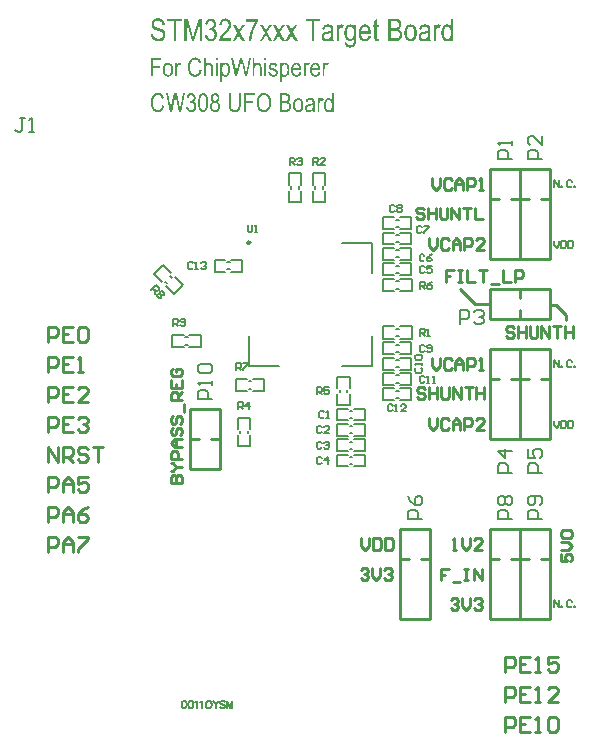
<source format=gto>
G04*
G04 #@! TF.GenerationSoftware,Altium Limited,Altium Designer,18.1.9 (240)*
G04*
G04 Layer_Color=65535*
%FSLAX43Y43*%
%MOMM*%
G71*
G01*
G75*
%ADD10C,0.250*%
%ADD11C,0.152*%
%ADD12C,0.200*%
%ADD13C,0.254*%
%ADD14C,0.150*%
%ADD15C,0.127*%
G36*
X20405Y61278D02*
X20246D01*
Y61501D01*
X20405D01*
Y61278D01*
D02*
G37*
G36*
X16283Y61278D02*
X16124D01*
Y61501D01*
X16283D01*
Y61278D01*
D02*
G37*
G36*
X14425Y61526D02*
X14442Y61524D01*
X14460Y61522D01*
X14481Y61518D01*
X14504Y61513D01*
X14554Y61499D01*
X14581Y61490D01*
X14608Y61478D01*
X14637Y61463D01*
X14664Y61449D01*
X14691Y61430D01*
X14716Y61409D01*
X14719Y61407D01*
X14723Y61403D01*
X14729Y61397D01*
X14739Y61388D01*
X14750Y61376D01*
X14762Y61361D01*
X14777Y61343D01*
X14791Y61324D01*
X14806Y61301D01*
X14823Y61274D01*
X14837Y61247D01*
X14854Y61215D01*
X14868Y61182D01*
X14883Y61147D01*
X14896Y61109D01*
X14906Y61068D01*
X14737Y61020D01*
Y61024D01*
X14733Y61034D01*
X14727Y61051D01*
X14721Y61072D01*
X14708Y61097D01*
X14696Y61124D01*
X14679Y61153D01*
X14660Y61184D01*
X14639Y61215D01*
X14614Y61245D01*
X14585Y61272D01*
X14554Y61297D01*
X14519Y61318D01*
X14479Y61334D01*
X14437Y61345D01*
X14389Y61349D01*
X14369D01*
X14344Y61345D01*
X14312Y61340D01*
X14277Y61332D01*
X14239Y61322D01*
X14202Y61305D01*
X14165Y61282D01*
X14160Y61280D01*
X14150Y61270D01*
X14131Y61253D01*
X14110Y61232D01*
X14087Y61203D01*
X14062Y61166D01*
X14037Y61124D01*
X14015Y61074D01*
Y61072D01*
X14012Y61068D01*
X14010Y61059D01*
X14006Y61049D01*
X14002Y61034D01*
X13996Y61018D01*
X13992Y60999D01*
X13987Y60978D01*
X13981Y60953D01*
X13977Y60926D01*
X13971Y60897D01*
X13967Y60866D01*
X13965Y60832D01*
X13960Y60797D01*
X13958Y60720D01*
Y60716D01*
Y60705D01*
Y60689D01*
X13960Y60666D01*
X13962Y60639D01*
X13965Y60609D01*
X13969Y60574D01*
X13973Y60537D01*
X13985Y60457D01*
X14006Y60378D01*
X14019Y60339D01*
X14033Y60299D01*
X14052Y60266D01*
X14071Y60232D01*
X14073Y60230D01*
X14077Y60226D01*
X14083Y60218D01*
X14092Y60207D01*
X14104Y60195D01*
X14117Y60182D01*
X14133Y60168D01*
X14152Y60153D01*
X14173Y60137D01*
X14196Y60122D01*
X14221Y60110D01*
X14248Y60097D01*
X14277Y60087D01*
X14308Y60078D01*
X14339Y60074D01*
X14375Y60072D01*
X14389D01*
X14398Y60074D01*
X14410D01*
X14425Y60078D01*
X14458Y60085D01*
X14496Y60097D01*
X14535Y60114D01*
X14577Y60139D01*
X14598Y60153D01*
X14616Y60170D01*
X14619Y60172D01*
X14621Y60174D01*
X14627Y60180D01*
X14633Y60189D01*
X14641Y60199D01*
X14650Y60212D01*
X14660Y60228D01*
X14673Y60245D01*
X14683Y60266D01*
X14696Y60289D01*
X14706Y60314D01*
X14719Y60341D01*
X14729Y60370D01*
X14737Y60403D01*
X14746Y60437D01*
X14754Y60474D01*
X14927Y60422D01*
Y60420D01*
X14925Y60409D01*
X14921Y60397D01*
X14916Y60378D01*
X14908Y60355D01*
X14902Y60330D01*
X14891Y60301D01*
X14879Y60272D01*
X14852Y60205D01*
X14816Y60141D01*
X14775Y60076D01*
X14750Y60049D01*
X14725Y60022D01*
X14723Y60020D01*
X14719Y60016D01*
X14710Y60010D01*
X14700Y60001D01*
X14685Y59993D01*
X14669Y59980D01*
X14650Y59970D01*
X14629Y59957D01*
X14604Y59945D01*
X14579Y59935D01*
X14550Y59922D01*
X14519Y59914D01*
X14487Y59905D01*
X14452Y59899D01*
X14417Y59895D01*
X14379Y59893D01*
X14362D01*
X14348Y59895D01*
X14333D01*
X14314Y59897D01*
X14296Y59901D01*
X14273Y59903D01*
X14225Y59914D01*
X14173Y59930D01*
X14121Y59951D01*
X14071Y59980D01*
X14069Y59982D01*
X14065Y59985D01*
X14058Y59991D01*
X14050Y59997D01*
X14040Y60007D01*
X14027Y60018D01*
X14012Y60032D01*
X13998Y60049D01*
X13981Y60068D01*
X13965Y60087D01*
X13948Y60112D01*
X13929Y60137D01*
X13912Y60164D01*
X13896Y60195D01*
X13879Y60226D01*
X13863Y60262D01*
Y60264D01*
X13858Y60270D01*
X13854Y60280D01*
X13850Y60297D01*
X13844Y60314D01*
X13838Y60337D01*
X13829Y60362D01*
X13823Y60391D01*
X13815Y60424D01*
X13806Y60459D01*
X13800Y60497D01*
X13794Y60537D01*
X13790Y60580D01*
X13785Y60624D01*
X13781Y60720D01*
Y60722D01*
Y60732D01*
Y60745D01*
X13783Y60764D01*
Y60786D01*
X13785Y60811D01*
X13788Y60841D01*
X13792Y60872D01*
X13796Y60907D01*
X13802Y60943D01*
X13815Y61016D01*
X13835Y61091D01*
X13863Y61161D01*
Y61163D01*
X13867Y61170D01*
X13871Y61178D01*
X13877Y61191D01*
X13885Y61207D01*
X13896Y61224D01*
X13921Y61263D01*
X13952Y61307D01*
X13990Y61353D01*
X14033Y61397D01*
X14056Y61415D01*
X14081Y61434D01*
X14083Y61436D01*
X14087Y61438D01*
X14096Y61443D01*
X14106Y61449D01*
X14119Y61455D01*
X14135Y61463D01*
X14152Y61472D01*
X14173Y61482D01*
X14219Y61499D01*
X14273Y61513D01*
X14331Y61524D01*
X14362Y61528D01*
X14412D01*
X14425Y61526D01*
D02*
G37*
G36*
X22008Y61086D02*
X22035Y61082D01*
X22067Y61074D01*
X22100Y61063D01*
X22135Y61047D01*
X22169Y61024D01*
X22171D01*
X22173Y61022D01*
X22183Y61011D01*
X22200Y60995D01*
X22221Y60974D01*
X22244Y60945D01*
X22267Y60911D01*
X22292Y60870D01*
X22312Y60822D01*
Y60820D01*
X22315Y60816D01*
X22319Y60809D01*
X22321Y60799D01*
X22325Y60784D01*
X22331Y60770D01*
X22335Y60751D01*
X22342Y60732D01*
X22346Y60709D01*
X22350Y60684D01*
X22360Y60630D01*
X22367Y60568D01*
X22369Y60501D01*
Y60497D01*
Y60489D01*
Y60474D01*
X22367Y60453D01*
X22364Y60428D01*
X22362Y60399D01*
X22358Y60368D01*
X22354Y60334D01*
X22340Y60262D01*
X22329Y60224D01*
X22317Y60187D01*
X22302Y60149D01*
X22287Y60114D01*
X22267Y60080D01*
X22246Y60049D01*
X22244Y60047D01*
X22240Y60043D01*
X22233Y60035D01*
X22225Y60024D01*
X22212Y60014D01*
X22198Y59999D01*
X22181Y59987D01*
X22165Y59972D01*
X22121Y59943D01*
X22073Y59918D01*
X22046Y59908D01*
X22019Y59899D01*
X21990Y59895D01*
X21958Y59893D01*
X21946D01*
X21931Y59895D01*
X21915Y59897D01*
X21894Y59901D01*
X21869Y59910D01*
X21846Y59918D01*
X21821Y59930D01*
X21819Y59932D01*
X21810Y59937D01*
X21798Y59945D01*
X21783Y59958D01*
X21767Y59972D01*
X21748Y59991D01*
X21731Y60012D01*
X21713Y60037D01*
Y59481D01*
X21554D01*
Y61066D01*
X21700D01*
Y60918D01*
X21702Y60920D01*
X21708Y60930D01*
X21721Y60947D01*
X21733Y60968D01*
X21752Y60988D01*
X21771Y61011D01*
X21794Y61032D01*
X21817Y61049D01*
X21819Y61051D01*
X21829Y61055D01*
X21842Y61061D01*
X21860Y61070D01*
X21883Y61078D01*
X21908Y61084D01*
X21938Y61088D01*
X21969Y61091D01*
X21988D01*
X22008Y61086D01*
D02*
G37*
G36*
X16980Y61086D02*
X17008Y61082D01*
X17039Y61074D01*
X17072Y61063D01*
X17108Y61047D01*
X17141Y61024D01*
X17143D01*
X17145Y61022D01*
X17155Y61011D01*
X17172Y60995D01*
X17193Y60974D01*
X17216Y60945D01*
X17239Y60911D01*
X17264Y60870D01*
X17285Y60822D01*
Y60820D01*
X17287Y60816D01*
X17291Y60809D01*
X17293Y60799D01*
X17297Y60784D01*
X17303Y60770D01*
X17307Y60751D01*
X17314Y60732D01*
X17318Y60709D01*
X17322Y60684D01*
X17332Y60630D01*
X17339Y60568D01*
X17341Y60501D01*
Y60497D01*
Y60489D01*
Y60474D01*
X17339Y60453D01*
X17337Y60428D01*
X17335Y60399D01*
X17330Y60368D01*
X17326Y60334D01*
X17312Y60262D01*
X17301Y60224D01*
X17289Y60187D01*
X17274Y60149D01*
X17260Y60114D01*
X17239Y60080D01*
X17218Y60049D01*
X17216Y60047D01*
X17212Y60043D01*
X17205Y60035D01*
X17197Y60024D01*
X17185Y60014D01*
X17170Y59999D01*
X17153Y59987D01*
X17137Y59972D01*
X17093Y59943D01*
X17045Y59918D01*
X17018Y59908D01*
X16991Y59899D01*
X16962Y59895D01*
X16930Y59893D01*
X16918D01*
X16903Y59895D01*
X16887Y59897D01*
X16866Y59901D01*
X16841Y59910D01*
X16818Y59918D01*
X16793Y59930D01*
X16791Y59932D01*
X16783Y59937D01*
X16770Y59945D01*
X16756Y59957D01*
X16739Y59972D01*
X16720Y59991D01*
X16703Y60012D01*
X16685Y60037D01*
Y59481D01*
X16526D01*
Y61066D01*
X16672D01*
Y60918D01*
X16674Y60920D01*
X16681Y60930D01*
X16693Y60947D01*
X16706Y60968D01*
X16724Y60988D01*
X16743Y61011D01*
X16766Y61032D01*
X16789Y61049D01*
X16791Y61051D01*
X16801Y61055D01*
X16814Y61061D01*
X16833Y61070D01*
X16855Y61078D01*
X16880Y61084D01*
X16910Y61088D01*
X16941Y61091D01*
X16960D01*
X16980Y61086D01*
D02*
G37*
G36*
X25549Y61086D02*
X25572Y61082D01*
X25595Y61076D01*
X25624Y61063D01*
X25653Y61049D01*
X25684Y61028D01*
X25630Y60849D01*
X25628Y60851D01*
X25620Y60855D01*
X25607Y60861D01*
X25593Y60870D01*
X25576Y60878D01*
X25555Y60884D01*
X25535Y60889D01*
X25514Y60891D01*
X25505D01*
X25495Y60889D01*
X25482Y60886D01*
X25468Y60882D01*
X25453Y60874D01*
X25437Y60866D01*
X25420Y60853D01*
X25418Y60851D01*
X25414Y60847D01*
X25405Y60839D01*
X25397Y60828D01*
X25387Y60814D01*
X25378Y60797D01*
X25370Y60778D01*
X25362Y60755D01*
Y60753D01*
X25360Y60751D01*
Y60745D01*
X25357Y60736D01*
X25353Y60714D01*
X25347Y60684D01*
X25341Y60647D01*
X25337Y60607D01*
X25335Y60564D01*
X25332Y60518D01*
Y59920D01*
X25174D01*
Y61066D01*
X25318D01*
Y60893D01*
X25320Y60897D01*
X25324Y60903D01*
X25326Y60909D01*
X25337Y60930D01*
X25351Y60955D01*
X25366Y60982D01*
X25382Y61009D01*
X25401Y61032D01*
X25418Y61051D01*
X25420Y61053D01*
X25426Y61057D01*
X25435Y61063D01*
X25447Y61072D01*
X25464Y61078D01*
X25480Y61084D01*
X25499Y61088D01*
X25520Y61091D01*
X25535D01*
X25549Y61086D01*
D02*
G37*
G36*
X23941D02*
X23964Y61082D01*
X23987Y61076D01*
X24016Y61063D01*
X24045Y61049D01*
X24077Y61028D01*
X24022Y60849D01*
X24020Y60851D01*
X24012Y60855D01*
X23999Y60861D01*
X23985Y60870D01*
X23968Y60878D01*
X23947Y60884D01*
X23927Y60889D01*
X23906Y60891D01*
X23897D01*
X23887Y60889D01*
X23875Y60886D01*
X23860Y60882D01*
X23845Y60874D01*
X23829Y60866D01*
X23812Y60853D01*
X23810Y60851D01*
X23806Y60847D01*
X23797Y60839D01*
X23789Y60828D01*
X23779Y60814D01*
X23770Y60797D01*
X23762Y60778D01*
X23754Y60755D01*
Y60753D01*
X23752Y60751D01*
Y60745D01*
X23750Y60736D01*
X23745Y60714D01*
X23739Y60684D01*
X23733Y60647D01*
X23729Y60607D01*
X23727Y60564D01*
X23725Y60518D01*
Y59920D01*
X23566D01*
Y61066D01*
X23710D01*
Y60893D01*
X23712Y60897D01*
X23716Y60903D01*
X23718Y60909D01*
X23729Y60930D01*
X23743Y60955D01*
X23758Y60982D01*
X23775Y61009D01*
X23793Y61032D01*
X23810Y61051D01*
X23812Y61053D01*
X23818Y61057D01*
X23827Y61063D01*
X23839Y61072D01*
X23856Y61078D01*
X23872Y61084D01*
X23891Y61088D01*
X23912Y61091D01*
X23927D01*
X23941Y61086D01*
D02*
G37*
G36*
X13081Y61086D02*
X13104Y61082D01*
X13127Y61076D01*
X13156Y61063D01*
X13186Y61049D01*
X13217Y61028D01*
X13163Y60849D01*
X13161Y60851D01*
X13152Y60855D01*
X13140Y60861D01*
X13125Y60870D01*
X13109Y60878D01*
X13088Y60884D01*
X13067Y60889D01*
X13046Y60891D01*
X13038D01*
X13027Y60889D01*
X13015Y60886D01*
X13000Y60882D01*
X12986Y60874D01*
X12969Y60866D01*
X12952Y60853D01*
X12950Y60851D01*
X12946Y60847D01*
X12938Y60839D01*
X12929Y60828D01*
X12919Y60814D01*
X12911Y60797D01*
X12902Y60778D01*
X12894Y60755D01*
Y60753D01*
X12892Y60751D01*
Y60745D01*
X12890Y60736D01*
X12886Y60714D01*
X12879Y60684D01*
X12873Y60647D01*
X12869Y60607D01*
X12867Y60564D01*
X12865Y60518D01*
Y59920D01*
X12707D01*
Y61066D01*
X12850D01*
Y60893D01*
X12852Y60897D01*
X12857Y60903D01*
X12859Y60909D01*
X12869Y60930D01*
X12884Y60955D01*
X12898Y60982D01*
X12915Y61009D01*
X12934Y61032D01*
X12950Y61051D01*
X12952Y61053D01*
X12959Y61057D01*
X12967Y61063D01*
X12979Y61072D01*
X12996Y61078D01*
X13013Y61084D01*
X13031Y61088D01*
X13052Y61091D01*
X13067D01*
X13081Y61086D01*
D02*
G37*
G36*
X21004Y61088D02*
X21029Y61086D01*
X21056Y61080D01*
X21088Y61074D01*
X21119Y61063D01*
X21150Y61051D01*
X21154Y61049D01*
X21163Y61045D01*
X21177Y61036D01*
X21196Y61024D01*
X21215Y61009D01*
X21236Y60993D01*
X21254Y60972D01*
X21271Y60949D01*
X21273Y60947D01*
X21277Y60936D01*
X21286Y60924D01*
X21296Y60903D01*
X21304Y60878D01*
X21315Y60847D01*
X21323Y60811D01*
X21331Y60770D01*
X21175Y60743D01*
Y60745D01*
X21173Y60751D01*
X21171Y60759D01*
X21169Y60772D01*
X21165Y60786D01*
X21159Y60803D01*
X21150Y60820D01*
X21142Y60836D01*
X21129Y60853D01*
X21115Y60872D01*
X21098Y60886D01*
X21079Y60901D01*
X21056Y60914D01*
X21031Y60922D01*
X21002Y60928D01*
X20971Y60930D01*
X20954D01*
X20936Y60928D01*
X20913Y60926D01*
X20888Y60920D01*
X20863Y60914D01*
X20838Y60903D01*
X20817Y60889D01*
X20815Y60886D01*
X20809Y60880D01*
X20800Y60872D01*
X20792Y60859D01*
X20784Y60845D01*
X20775Y60826D01*
X20769Y60805D01*
X20767Y60782D01*
Y60780D01*
Y60772D01*
X20769Y60761D01*
X20773Y60747D01*
X20779Y60730D01*
X20788Y60714D01*
X20798Y60697D01*
X20815Y60682D01*
X20817D01*
X20821Y60678D01*
X20832Y60674D01*
X20848Y60666D01*
X20869Y60657D01*
X20884Y60651D01*
X20900Y60645D01*
X20919Y60639D01*
X20940Y60630D01*
X20963Y60622D01*
X20988Y60614D01*
X20990D01*
X20996Y60611D01*
X21007Y60607D01*
X21019Y60603D01*
X21036Y60599D01*
X21054Y60593D01*
X21094Y60578D01*
X21138Y60562D01*
X21179Y60545D01*
X21198Y60537D01*
X21217Y60528D01*
X21231Y60522D01*
X21244Y60514D01*
X21246Y60512D01*
X21254Y60507D01*
X21265Y60499D01*
X21277Y60487D01*
X21292Y60472D01*
X21306Y60455D01*
X21321Y60434D01*
X21334Y60412D01*
X21336Y60409D01*
X21340Y60401D01*
X21344Y60387D01*
X21350Y60370D01*
X21356Y60347D01*
X21363Y60322D01*
X21365Y60293D01*
X21367Y60259D01*
Y60257D01*
Y60253D01*
Y60243D01*
X21365Y60232D01*
Y60218D01*
X21361Y60201D01*
X21354Y60164D01*
X21342Y60122D01*
X21323Y60078D01*
X21311Y60055D01*
X21298Y60035D01*
X21281Y60014D01*
X21263Y59993D01*
X21261Y59991D01*
X21259Y59989D01*
X21252Y59985D01*
X21244Y59978D01*
X21234Y59970D01*
X21221Y59962D01*
X21204Y59953D01*
X21188Y59943D01*
X21169Y59935D01*
X21148Y59924D01*
X21098Y59910D01*
X21042Y59897D01*
X21011Y59895D01*
X20977Y59893D01*
X20963D01*
X20946Y59895D01*
X20923Y59899D01*
X20898Y59903D01*
X20867Y59912D01*
X20836Y59924D01*
X20802Y59939D01*
X20767Y59960D01*
X20734Y59982D01*
X20700Y60014D01*
X20671Y60049D01*
X20644Y60091D01*
X20619Y60141D01*
X20600Y60197D01*
X20594Y60228D01*
X20588Y60262D01*
X20746Y60289D01*
Y60287D01*
Y60282D01*
X20748Y60276D01*
Y60270D01*
X20754Y60247D01*
X20761Y60222D01*
X20769Y60193D01*
X20784Y60162D01*
X20800Y60135D01*
X20821Y60110D01*
X20823Y60107D01*
X20834Y60101D01*
X20846Y60091D01*
X20865Y60082D01*
X20890Y60072D01*
X20917Y60062D01*
X20950Y60055D01*
X20988Y60053D01*
X21004D01*
X21023Y60055D01*
X21046Y60060D01*
X21071Y60066D01*
X21098Y60074D01*
X21123Y60087D01*
X21146Y60103D01*
X21148Y60105D01*
X21154Y60114D01*
X21165Y60124D01*
X21175Y60139D01*
X21186Y60157D01*
X21196Y60180D01*
X21202Y60205D01*
X21204Y60232D01*
Y60235D01*
Y60243D01*
X21202Y60255D01*
X21198Y60272D01*
X21192Y60289D01*
X21184Y60305D01*
X21171Y60324D01*
X21154Y60339D01*
X21152Y60341D01*
X21148Y60343D01*
X21138Y60349D01*
X21121Y60357D01*
X21100Y60366D01*
X21073Y60378D01*
X21038Y60391D01*
X21017Y60397D01*
X20994Y60403D01*
X20992D01*
X20986Y60405D01*
X20977Y60409D01*
X20965Y60414D01*
X20948Y60418D01*
X20932Y60424D01*
X20894Y60437D01*
X20852Y60453D01*
X20811Y60470D01*
X20775Y60487D01*
X20759Y60493D01*
X20746Y60501D01*
X20744Y60503D01*
X20736Y60509D01*
X20725Y60518D01*
X20711Y60530D01*
X20694Y60545D01*
X20680Y60564D01*
X20663Y60584D01*
X20648Y60607D01*
X20646Y60609D01*
X20644Y60620D01*
X20638Y60632D01*
X20632Y60651D01*
X20625Y60674D01*
X20621Y60699D01*
X20617Y60728D01*
X20615Y60759D01*
Y60761D01*
Y60766D01*
Y60774D01*
X20617Y60784D01*
Y60797D01*
X20619Y60811D01*
X20627Y60845D01*
X20638Y60882D01*
X20655Y60922D01*
X20677Y60961D01*
X20692Y60980D01*
X20709Y60997D01*
X20711Y60999D01*
X20713Y61001D01*
X20719Y61005D01*
X20725Y61011D01*
X20746Y61026D01*
X20775Y61045D01*
X20813Y61061D01*
X20857Y61076D01*
X20909Y61086D01*
X20938Y61091D01*
X20984D01*
X21004Y61088D01*
D02*
G37*
G36*
X18753Y59920D02*
X18586D01*
X18313Y61124D01*
X18272Y61309D01*
Y61307D01*
Y61305D01*
X18268Y61293D01*
X18266Y61272D01*
X18259Y61247D01*
X18255Y61218D01*
X18249Y61186D01*
X18241Y61155D01*
X18234Y61124D01*
X17957Y59920D01*
X17784Y59920D01*
X17443Y61501D01*
X17616D01*
X17814Y60464D01*
Y60462D01*
X17816Y60457D01*
Y60447D01*
X17820Y60437D01*
X17822Y60422D01*
X17824Y60405D01*
X17828Y60384D01*
X17832Y60364D01*
X17841Y60314D01*
X17849Y60259D01*
X17859Y60201D01*
X17868Y60141D01*
X17926Y60432D01*
X18174Y61501D01*
X18380D01*
X18565Y60699D01*
Y60695D01*
X18568Y60686D01*
X18572Y60670D01*
X18576Y60649D01*
X18582Y60624D01*
X18588Y60593D01*
X18597Y60557D01*
X18605Y60520D01*
X18611Y60478D01*
X18620Y60434D01*
X18630Y60389D01*
X18638Y60341D01*
X18653Y60241D01*
X18668Y60141D01*
Y60143D01*
X18670Y60147D01*
Y60155D01*
X18672Y60168D01*
X18674Y60182D01*
X18678Y60199D01*
X18682Y60220D01*
X18684Y60241D01*
X18690Y60266D01*
X18695Y60293D01*
X18705Y60351D01*
X18718Y60416D01*
X18732Y60484D01*
X18936Y61501D01*
X19109D01*
X18753Y59920D01*
D02*
G37*
G36*
X20405D02*
X20246D01*
Y61066D01*
X20405D01*
Y59920D01*
D02*
G37*
G36*
X19399Y60932D02*
X19401Y60936D01*
X19409Y60945D01*
X19419Y60959D01*
X19434Y60976D01*
X19453Y60997D01*
X19474Y61016D01*
X19499Y61034D01*
X19524Y61051D01*
X19528Y61053D01*
X19536Y61057D01*
X19551Y61063D01*
X19569Y61072D01*
X19592Y61078D01*
X19619Y61084D01*
X19649Y61088D01*
X19680Y61091D01*
X19694D01*
X19705Y61088D01*
X19717D01*
X19732Y61086D01*
X19765Y61078D01*
X19805Y61068D01*
X19844Y61051D01*
X19882Y61026D01*
X19901Y61011D01*
X19917Y60995D01*
X19919Y60993D01*
X19921Y60991D01*
X19926Y60984D01*
X19932Y60976D01*
X19938Y60966D01*
X19944Y60951D01*
X19953Y60934D01*
X19961Y60916D01*
X19969Y60893D01*
X19978Y60868D01*
X19984Y60839D01*
X19990Y60807D01*
X19996Y60772D01*
X20001Y60732D01*
X20005Y60691D01*
Y60645D01*
Y59920D01*
X19846D01*
Y60645D01*
Y60647D01*
Y60651D01*
Y60659D01*
Y60670D01*
X19844Y60680D01*
Y60695D01*
X19840Y60726D01*
X19834Y60761D01*
X19823Y60797D01*
X19811Y60830D01*
X19792Y60857D01*
X19790Y60859D01*
X19782Y60868D01*
X19771Y60878D01*
X19755Y60891D01*
X19734Y60903D01*
X19709Y60914D01*
X19680Y60922D01*
X19646Y60924D01*
X19642D01*
X19630Y60922D01*
X19609Y60920D01*
X19586Y60914D01*
X19557Y60903D01*
X19528Y60889D01*
X19499Y60868D01*
X19469Y60841D01*
X19467Y60836D01*
X19463Y60832D01*
X19459Y60824D01*
X19453Y60816D01*
X19446Y60803D01*
X19440Y60789D01*
X19434Y60772D01*
X19428Y60753D01*
X19421Y60732D01*
X19415Y60707D01*
X19409Y60680D01*
X19405Y60651D01*
X19401Y60618D01*
X19399Y60582D01*
Y60545D01*
Y59920D01*
X19240D01*
Y61501D01*
X19399D01*
Y60932D01*
D02*
G37*
G36*
X16283Y59920D02*
X16124D01*
Y61066D01*
X16283D01*
Y59920D01*
D02*
G37*
G36*
X15277Y60932D02*
X15279Y60936D01*
X15287Y60945D01*
X15298Y60959D01*
X15312Y60976D01*
X15331Y60997D01*
X15352Y61016D01*
X15377Y61034D01*
X15402Y61051D01*
X15406Y61053D01*
X15414Y61057D01*
X15429Y61063D01*
X15448Y61072D01*
X15470Y61078D01*
X15498Y61084D01*
X15527Y61088D01*
X15558Y61091D01*
X15572D01*
X15583Y61088D01*
X15595D01*
X15610Y61086D01*
X15643Y61078D01*
X15683Y61068D01*
X15722Y61051D01*
X15760Y61026D01*
X15779Y61011D01*
X15795Y60995D01*
X15797Y60993D01*
X15800Y60991D01*
X15804Y60984D01*
X15810Y60976D01*
X15816Y60966D01*
X15822Y60951D01*
X15831Y60934D01*
X15839Y60916D01*
X15847Y60893D01*
X15856Y60868D01*
X15862Y60839D01*
X15868Y60807D01*
X15874Y60772D01*
X15879Y60732D01*
X15883Y60691D01*
Y60645D01*
Y59920D01*
X15725D01*
Y60645D01*
Y60647D01*
Y60651D01*
Y60659D01*
Y60670D01*
X15722Y60680D01*
Y60695D01*
X15718Y60726D01*
X15712Y60761D01*
X15702Y60797D01*
X15689Y60830D01*
X15670Y60857D01*
X15668Y60859D01*
X15660Y60868D01*
X15650Y60878D01*
X15633Y60891D01*
X15612Y60903D01*
X15587Y60914D01*
X15558Y60922D01*
X15525Y60924D01*
X15520D01*
X15508Y60922D01*
X15487Y60920D01*
X15464Y60914D01*
X15435Y60903D01*
X15406Y60889D01*
X15377Y60868D01*
X15348Y60841D01*
X15345Y60836D01*
X15341Y60832D01*
X15337Y60824D01*
X15331Y60816D01*
X15325Y60803D01*
X15318Y60789D01*
X15312Y60772D01*
X15306Y60753D01*
X15300Y60732D01*
X15293Y60707D01*
X15287Y60680D01*
X15283Y60651D01*
X15279Y60618D01*
X15277Y60582D01*
Y60545D01*
Y59920D01*
X15118D01*
Y61501D01*
X15277D01*
Y60932D01*
D02*
G37*
G36*
X11505Y61313D02*
X10801D01*
Y60826D01*
X11409D01*
Y60639D01*
X10801D01*
Y59920D01*
X10630D01*
Y61501D01*
X11505D01*
Y61313D01*
D02*
G37*
G36*
X24585Y61088D02*
X24599Y61086D01*
X24618Y61082D01*
X24637Y61078D01*
X24660Y61072D01*
X24683Y61063D01*
X24708Y61053D01*
X24733Y61041D01*
X24758Y61026D01*
X24783Y61007D01*
X24808Y60986D01*
X24833Y60963D01*
X24856Y60936D01*
X24858Y60934D01*
X24862Y60930D01*
X24866Y60920D01*
X24874Y60907D01*
X24885Y60893D01*
X24895Y60874D01*
X24906Y60851D01*
X24918Y60824D01*
X24928Y60795D01*
X24939Y60761D01*
X24949Y60724D01*
X24960Y60684D01*
X24968Y60643D01*
X24972Y60595D01*
X24976Y60545D01*
X24978Y60493D01*
Y60443D01*
X24279D01*
Y60441D01*
Y60434D01*
X24281Y60424D01*
Y60412D01*
X24283Y60395D01*
X24285Y60376D01*
X24293Y60334D01*
X24304Y60287D01*
X24318Y60239D01*
X24339Y60193D01*
X24351Y60170D01*
X24366Y60151D01*
X24370Y60147D01*
X24381Y60137D01*
X24397Y60120D01*
X24420Y60103D01*
X24449Y60085D01*
X24483Y60068D01*
X24520Y60057D01*
X24539Y60055D01*
X24560Y60053D01*
X24568D01*
X24576Y60055D01*
X24589Y60057D01*
X24604Y60060D01*
X24620Y60066D01*
X24639Y60072D01*
X24658Y60082D01*
X24678Y60095D01*
X24699Y60112D01*
X24720Y60130D01*
X24741Y60153D01*
X24760Y60180D01*
X24778Y60212D01*
X24795Y60247D01*
X24810Y60289D01*
X24974Y60264D01*
Y60262D01*
X24972Y60255D01*
X24970Y60247D01*
X24966Y60232D01*
X24962Y60218D01*
X24955Y60199D01*
X24941Y60160D01*
X24920Y60114D01*
X24893Y60068D01*
X24862Y60024D01*
X24843Y60003D01*
X24824Y59985D01*
X24822D01*
X24820Y59980D01*
X24814Y59976D01*
X24806Y59970D01*
X24795Y59964D01*
X24783Y59955D01*
X24751Y59939D01*
X24714Y59922D01*
X24668Y59908D01*
X24616Y59897D01*
X24589Y59895D01*
X24560Y59893D01*
X24551D01*
X24541Y59895D01*
X24526D01*
X24510Y59897D01*
X24491Y59901D01*
X24468Y59905D01*
X24445Y59912D01*
X24420Y59920D01*
X24393Y59930D01*
X24366Y59941D01*
X24339Y59955D01*
X24312Y59974D01*
X24287Y59993D01*
X24260Y60016D01*
X24237Y60043D01*
X24235Y60045D01*
X24231Y60049D01*
X24227Y60060D01*
X24218Y60072D01*
X24208Y60087D01*
X24197Y60105D01*
X24187Y60128D01*
X24177Y60155D01*
X24164Y60185D01*
X24154Y60216D01*
X24143Y60253D01*
X24133Y60291D01*
X24124Y60334D01*
X24120Y60380D01*
X24116Y60428D01*
X24114Y60480D01*
Y60484D01*
Y60493D01*
Y60509D01*
X24116Y60530D01*
X24118Y60553D01*
X24120Y60582D01*
X24124Y60614D01*
X24129Y60649D01*
X24143Y60722D01*
X24154Y60759D01*
X24166Y60797D01*
X24181Y60834D01*
X24197Y60870D01*
X24216Y60903D01*
X24237Y60934D01*
X24239Y60936D01*
X24243Y60941D01*
X24249Y60949D01*
X24260Y60959D01*
X24272Y60970D01*
X24287Y60984D01*
X24304Y60999D01*
X24324Y61013D01*
X24345Y61028D01*
X24370Y61041D01*
X24422Y61066D01*
X24454Y61076D01*
X24485Y61084D01*
X24518Y61088D01*
X24554Y61091D01*
X24570D01*
X24585Y61088D01*
D02*
G37*
G36*
X22977D02*
X22991Y61086D01*
X23010Y61082D01*
X23029Y61078D01*
X23052Y61072D01*
X23075Y61063D01*
X23100Y61053D01*
X23125Y61041D01*
X23150Y61026D01*
X23175Y61007D01*
X23200Y60986D01*
X23225Y60963D01*
X23248Y60936D01*
X23250Y60934D01*
X23254Y60930D01*
X23258Y60920D01*
X23266Y60907D01*
X23277Y60893D01*
X23287Y60874D01*
X23298Y60851D01*
X23310Y60824D01*
X23320Y60795D01*
X23331Y60761D01*
X23341Y60724D01*
X23352Y60684D01*
X23360Y60643D01*
X23364Y60595D01*
X23368Y60545D01*
X23370Y60493D01*
Y60443D01*
X22671D01*
Y60441D01*
Y60434D01*
X22673Y60424D01*
Y60412D01*
X22675Y60395D01*
X22677Y60376D01*
X22685Y60334D01*
X22696Y60287D01*
X22710Y60239D01*
X22731Y60193D01*
X22744Y60170D01*
X22758Y60151D01*
X22762Y60147D01*
X22773Y60137D01*
X22789Y60120D01*
X22812Y60103D01*
X22841Y60085D01*
X22875Y60068D01*
X22912Y60057D01*
X22931Y60055D01*
X22952Y60053D01*
X22960D01*
X22969Y60055D01*
X22981Y60057D01*
X22996Y60060D01*
X23012Y60066D01*
X23031Y60072D01*
X23050Y60082D01*
X23071Y60095D01*
X23091Y60112D01*
X23112Y60130D01*
X23133Y60153D01*
X23152Y60180D01*
X23171Y60212D01*
X23187Y60247D01*
X23202Y60289D01*
X23366Y60264D01*
Y60262D01*
X23364Y60255D01*
X23362Y60247D01*
X23358Y60232D01*
X23354Y60218D01*
X23348Y60199D01*
X23333Y60160D01*
X23312Y60114D01*
X23285Y60068D01*
X23254Y60024D01*
X23235Y60003D01*
X23216Y59985D01*
X23214D01*
X23212Y59980D01*
X23206Y59976D01*
X23198Y59970D01*
X23187Y59964D01*
X23175Y59955D01*
X23143Y59939D01*
X23106Y59922D01*
X23060Y59908D01*
X23008Y59897D01*
X22981Y59895D01*
X22952Y59893D01*
X22944D01*
X22933Y59895D01*
X22919D01*
X22902Y59897D01*
X22883Y59901D01*
X22860Y59905D01*
X22837Y59912D01*
X22812Y59920D01*
X22785Y59930D01*
X22758Y59941D01*
X22731Y59955D01*
X22704Y59974D01*
X22679Y59993D01*
X22652Y60016D01*
X22629Y60043D01*
X22627Y60045D01*
X22623Y60049D01*
X22619Y60060D01*
X22610Y60072D01*
X22600Y60087D01*
X22589Y60105D01*
X22579Y60128D01*
X22569Y60155D01*
X22556Y60185D01*
X22546Y60216D01*
X22535Y60253D01*
X22525Y60291D01*
X22517Y60334D01*
X22512Y60380D01*
X22508Y60428D01*
X22506Y60480D01*
Y60484D01*
Y60493D01*
Y60509D01*
X22508Y60530D01*
X22510Y60553D01*
X22512Y60582D01*
X22517Y60614D01*
X22521Y60649D01*
X22535Y60722D01*
X22546Y60759D01*
X22558Y60797D01*
X22573Y60834D01*
X22589Y60870D01*
X22608Y60903D01*
X22629Y60934D01*
X22631Y60936D01*
X22635Y60941D01*
X22642Y60949D01*
X22652Y60959D01*
X22664Y60970D01*
X22679Y60984D01*
X22696Y60999D01*
X22716Y61013D01*
X22737Y61028D01*
X22762Y61041D01*
X22814Y61066D01*
X22846Y61076D01*
X22877Y61084D01*
X22910Y61088D01*
X22946Y61091D01*
X22962D01*
X22977Y61088D01*
D02*
G37*
G36*
X12111Y61088D02*
X12128Y61086D01*
X12144Y61082D01*
X12165Y61078D01*
X12188Y61072D01*
X12213Y61063D01*
X12238Y61053D01*
X12263Y61041D01*
X12290Y61026D01*
X12317Y61009D01*
X12342Y60988D01*
X12367Y60966D01*
X12392Y60938D01*
X12394Y60936D01*
X12398Y60932D01*
X12405Y60922D01*
X12413Y60911D01*
X12421Y60895D01*
X12432Y60876D01*
X12444Y60853D01*
X12457Y60828D01*
X12467Y60799D01*
X12480Y60766D01*
X12490Y60730D01*
X12500Y60691D01*
X12507Y60649D01*
X12513Y60603D01*
X12517Y60555D01*
X12519Y60503D01*
Y60499D01*
Y60491D01*
Y60474D01*
X12517Y60453D01*
X12515Y60426D01*
X12513Y60397D01*
X12509Y60366D01*
X12505Y60330D01*
X12488Y60255D01*
X12480Y60218D01*
X12467Y60178D01*
X12452Y60143D01*
X12436Y60105D01*
X12417Y60074D01*
X12394Y60043D01*
X12392Y60041D01*
X12388Y60037D01*
X12382Y60028D01*
X12371Y60020D01*
X12361Y60007D01*
X12346Y59995D01*
X12327Y59982D01*
X12309Y59968D01*
X12288Y59953D01*
X12263Y59941D01*
X12238Y59928D01*
X12209Y59916D01*
X12180Y59908D01*
X12148Y59899D01*
X12115Y59895D01*
X12080Y59893D01*
X12071D01*
X12061Y59895D01*
X12048D01*
X12032Y59897D01*
X12013Y59901D01*
X11992Y59905D01*
X11969Y59912D01*
X11944Y59920D01*
X11919Y59930D01*
X11894Y59941D01*
X11867Y59955D01*
X11840Y59974D01*
X11815Y59993D01*
X11790Y60016D01*
X11765Y60043D01*
X11763Y60045D01*
X11759Y60049D01*
X11753Y60060D01*
X11746Y60072D01*
X11736Y60087D01*
X11726Y60107D01*
X11715Y60130D01*
X11703Y60155D01*
X11690Y60187D01*
X11680Y60220D01*
X11669Y60255D01*
X11659Y60297D01*
X11653Y60339D01*
X11646Y60387D01*
X11642Y60437D01*
X11640Y60491D01*
Y60495D01*
Y60503D01*
Y60520D01*
X11642Y60539D01*
X11644Y60564D01*
X11646Y60593D01*
X11651Y60624D01*
X11655Y60657D01*
X11669Y60730D01*
X11680Y60768D01*
X11692Y60805D01*
X11707Y60841D01*
X11723Y60876D01*
X11742Y60909D01*
X11763Y60938D01*
X11765Y60941D01*
X11769Y60945D01*
X11776Y60953D01*
X11786Y60961D01*
X11798Y60974D01*
X11813Y60986D01*
X11830Y61001D01*
X11851Y61016D01*
X11871Y61028D01*
X11896Y61043D01*
X11948Y61068D01*
X11980Y61076D01*
X12011Y61084D01*
X12044Y61088D01*
X12080Y61091D01*
X12098D01*
X12111Y61088D01*
D02*
G37*
G36*
X11274Y58526D02*
X11290Y58524D01*
X11309Y58522D01*
X11330Y58518D01*
X11353Y58513D01*
X11403Y58499D01*
X11430Y58490D01*
X11457Y58478D01*
X11486Y58463D01*
X11513Y58449D01*
X11540Y58430D01*
X11565Y58409D01*
X11567Y58407D01*
X11571Y58403D01*
X11578Y58397D01*
X11588Y58388D01*
X11599Y58376D01*
X11611Y58361D01*
X11626Y58343D01*
X11640Y58324D01*
X11655Y58301D01*
X11671Y58274D01*
X11686Y58247D01*
X11703Y58215D01*
X11717Y58182D01*
X11732Y58147D01*
X11744Y58109D01*
X11755Y58068D01*
X11586Y58020D01*
Y58024D01*
X11582Y58034D01*
X11576Y58051D01*
X11569Y58072D01*
X11557Y58097D01*
X11544Y58124D01*
X11528Y58153D01*
X11509Y58184D01*
X11488Y58215D01*
X11463Y58245D01*
X11434Y58272D01*
X11403Y58297D01*
X11367Y58318D01*
X11328Y58334D01*
X11286Y58345D01*
X11238Y58349D01*
X11217D01*
X11192Y58345D01*
X11161Y58340D01*
X11126Y58332D01*
X11088Y58322D01*
X11051Y58305D01*
X11013Y58282D01*
X11009Y58280D01*
X10999Y58270D01*
X10980Y58253D01*
X10959Y58232D01*
X10936Y58203D01*
X10911Y58166D01*
X10886Y58124D01*
X10863Y58074D01*
Y58072D01*
X10861Y58068D01*
X10859Y58059D01*
X10855Y58049D01*
X10851Y58034D01*
X10845Y58018D01*
X10840Y57999D01*
X10836Y57978D01*
X10830Y57953D01*
X10826Y57926D01*
X10820Y57897D01*
X10815Y57866D01*
X10813Y57832D01*
X10809Y57797D01*
X10807Y57720D01*
Y57716D01*
Y57705D01*
Y57689D01*
X10809Y57666D01*
X10811Y57639D01*
X10813Y57609D01*
X10817Y57574D01*
X10822Y57537D01*
X10834Y57457D01*
X10855Y57378D01*
X10867Y57339D01*
X10882Y57299D01*
X10901Y57266D01*
X10920Y57232D01*
X10922Y57230D01*
X10926Y57226D01*
X10932Y57218D01*
X10940Y57207D01*
X10953Y57195D01*
X10965Y57182D01*
X10982Y57168D01*
X11001Y57153D01*
X11022Y57137D01*
X11044Y57122D01*
X11069Y57110D01*
X11097Y57097D01*
X11126Y57087D01*
X11157Y57078D01*
X11188Y57074D01*
X11224Y57072D01*
X11238D01*
X11247Y57074D01*
X11259D01*
X11274Y57078D01*
X11307Y57085D01*
X11344Y57097D01*
X11384Y57114D01*
X11426Y57139D01*
X11446Y57153D01*
X11465Y57170D01*
X11467Y57172D01*
X11469Y57174D01*
X11476Y57180D01*
X11482Y57189D01*
X11490Y57199D01*
X11499Y57212D01*
X11509Y57228D01*
X11521Y57245D01*
X11532Y57266D01*
X11544Y57289D01*
X11555Y57314D01*
X11567Y57341D01*
X11578Y57370D01*
X11586Y57403D01*
X11594Y57437D01*
X11603Y57474D01*
X11776Y57422D01*
Y57420D01*
X11773Y57409D01*
X11769Y57397D01*
X11765Y57378D01*
X11757Y57355D01*
X11751Y57330D01*
X11740Y57301D01*
X11728Y57272D01*
X11701Y57205D01*
X11665Y57141D01*
X11623Y57076D01*
X11599Y57049D01*
X11574Y57022D01*
X11571Y57020D01*
X11567Y57016D01*
X11559Y57010D01*
X11549Y57001D01*
X11534Y56993D01*
X11517Y56980D01*
X11499Y56970D01*
X11478Y56957D01*
X11453Y56945D01*
X11428Y56935D01*
X11399Y56922D01*
X11367Y56914D01*
X11336Y56905D01*
X11301Y56899D01*
X11265Y56895D01*
X11228Y56893D01*
X11211D01*
X11197Y56895D01*
X11182D01*
X11163Y56897D01*
X11144Y56901D01*
X11122Y56903D01*
X11074Y56914D01*
X11022Y56930D01*
X10969Y56951D01*
X10920Y56980D01*
X10917Y56982D01*
X10913Y56985D01*
X10907Y56991D01*
X10899Y56997D01*
X10888Y57007D01*
X10876Y57018D01*
X10861Y57032D01*
X10847Y57049D01*
X10830Y57068D01*
X10813Y57087D01*
X10797Y57112D01*
X10778Y57137D01*
X10761Y57164D01*
X10745Y57195D01*
X10728Y57226D01*
X10711Y57262D01*
Y57264D01*
X10707Y57270D01*
X10703Y57280D01*
X10699Y57297D01*
X10692Y57314D01*
X10686Y57337D01*
X10678Y57362D01*
X10672Y57391D01*
X10663Y57424D01*
X10655Y57459D01*
X10649Y57497D01*
X10642Y57537D01*
X10638Y57580D01*
X10634Y57624D01*
X10630Y57720D01*
Y57722D01*
Y57732D01*
Y57745D01*
X10632Y57764D01*
Y57786D01*
X10634Y57811D01*
X10636Y57841D01*
X10640Y57872D01*
X10645Y57907D01*
X10651Y57943D01*
X10663Y58016D01*
X10684Y58091D01*
X10711Y58161D01*
Y58163D01*
X10715Y58170D01*
X10720Y58178D01*
X10726Y58191D01*
X10734Y58207D01*
X10745Y58224D01*
X10770Y58263D01*
X10801Y58307D01*
X10838Y58353D01*
X10882Y58397D01*
X10905Y58415D01*
X10930Y58434D01*
X10932Y58436D01*
X10936Y58438D01*
X10944Y58443D01*
X10955Y58449D01*
X10967Y58455D01*
X10984Y58463D01*
X11001Y58472D01*
X11022Y58482D01*
X11067Y58499D01*
X11122Y58513D01*
X11180Y58524D01*
X11211Y58528D01*
X11261D01*
X11274Y58526D01*
D02*
G37*
G36*
X26099Y56920D02*
X25951D01*
Y57064D01*
X25949Y57060D01*
X25943Y57049D01*
X25934Y57035D01*
X25920Y57016D01*
X25905Y56997D01*
X25884Y56974D01*
X25864Y56955D01*
X25839Y56937D01*
X25837Y56935D01*
X25826Y56930D01*
X25814Y56922D01*
X25795Y56916D01*
X25774Y56908D01*
X25749Y56899D01*
X25722Y56895D01*
X25693Y56893D01*
X25684D01*
X25676Y56895D01*
X25666D01*
X25651Y56897D01*
X25634Y56901D01*
X25595Y56912D01*
X25572Y56920D01*
X25549Y56930D01*
X25526Y56943D01*
X25501Y56960D01*
X25476Y56976D01*
X25453Y56997D01*
X25428Y57022D01*
X25405Y57049D01*
X25403Y57051D01*
X25401Y57057D01*
X25395Y57066D01*
X25387Y57078D01*
X25378Y57095D01*
X25368Y57114D01*
X25355Y57137D01*
X25345Y57164D01*
X25335Y57193D01*
X25322Y57226D01*
X25312Y57262D01*
X25303Y57301D01*
X25295Y57345D01*
X25291Y57391D01*
X25287Y57439D01*
X25285Y57491D01*
Y57493D01*
Y57499D01*
Y57509D01*
Y57524D01*
X25287Y57541D01*
Y57559D01*
X25289Y57582D01*
X25291Y57605D01*
X25297Y57657D01*
X25307Y57714D01*
X25320Y57770D01*
X25337Y57822D01*
Y57824D01*
X25339Y57828D01*
X25343Y57834D01*
X25347Y57845D01*
X25360Y57868D01*
X25374Y57899D01*
X25395Y57930D01*
X25420Y57963D01*
X25449Y57997D01*
X25480Y58024D01*
X25482D01*
X25485Y58026D01*
X25497Y58034D01*
X25514Y58045D01*
X25539Y58057D01*
X25568Y58070D01*
X25603Y58080D01*
X25641Y58088D01*
X25680Y58091D01*
X25693D01*
X25709Y58088D01*
X25728Y58084D01*
X25751Y58080D01*
X25776Y58072D01*
X25801Y58061D01*
X25826Y58047D01*
X25828Y58045D01*
X25837Y58038D01*
X25849Y58030D01*
X25866Y58018D01*
X25882Y58001D01*
X25901Y57980D01*
X25920Y57957D01*
X25939Y57932D01*
Y58501D01*
X26099D01*
Y56920D01*
D02*
G37*
G36*
X25116Y58086D02*
X25139Y58082D01*
X25162Y58076D01*
X25191Y58063D01*
X25220Y58049D01*
X25251Y58028D01*
X25197Y57849D01*
X25195Y57851D01*
X25187Y57855D01*
X25174Y57861D01*
X25160Y57870D01*
X25143Y57878D01*
X25122Y57884D01*
X25101Y57889D01*
X25080Y57891D01*
X25072D01*
X25062Y57889D01*
X25049Y57886D01*
X25035Y57882D01*
X25020Y57874D01*
X25003Y57866D01*
X24987Y57853D01*
X24985Y57851D01*
X24980Y57847D01*
X24972Y57839D01*
X24964Y57828D01*
X24953Y57814D01*
X24945Y57797D01*
X24937Y57778D01*
X24928Y57755D01*
Y57753D01*
X24926Y57751D01*
Y57745D01*
X24924Y57736D01*
X24920Y57714D01*
X24914Y57684D01*
X24908Y57647D01*
X24903Y57607D01*
X24901Y57564D01*
X24899Y57518D01*
Y56920D01*
X24741D01*
Y58066D01*
X24885D01*
Y57893D01*
X24887Y57897D01*
X24891Y57903D01*
X24893Y57909D01*
X24903Y57930D01*
X24918Y57955D01*
X24933Y57982D01*
X24949Y58009D01*
X24968Y58032D01*
X24985Y58051D01*
X24987Y58053D01*
X24993Y58057D01*
X25001Y58063D01*
X25014Y58072D01*
X25030Y58078D01*
X25047Y58084D01*
X25066Y58088D01*
X25087Y58091D01*
X25101D01*
X25116Y58086D01*
D02*
G37*
G36*
X14065Y58505D02*
X14077Y58503D01*
X14094Y58501D01*
X14131Y58493D01*
X14173Y58478D01*
X14219Y58457D01*
X14239Y58445D01*
X14262Y58430D01*
X14285Y58411D01*
X14306Y58390D01*
X14308Y58388D01*
X14310Y58384D01*
X14317Y58378D01*
X14323Y58370D01*
X14331Y58357D01*
X14342Y58345D01*
X14352Y58328D01*
X14362Y58309D01*
X14381Y58268D01*
X14400Y58218D01*
X14412Y58159D01*
X14414Y58130D01*
X14417Y58097D01*
Y58095D01*
Y58093D01*
Y58086D01*
Y58078D01*
X14414Y58057D01*
X14410Y58032D01*
X14404Y58003D01*
X14396Y57970D01*
X14385Y57936D01*
X14369Y57905D01*
X14367Y57901D01*
X14360Y57893D01*
X14350Y57876D01*
X14335Y57859D01*
X14317Y57839D01*
X14296Y57816D01*
X14269Y57795D01*
X14239Y57776D01*
X14244D01*
X14252Y57772D01*
X14267Y57766D01*
X14285Y57759D01*
X14304Y57749D01*
X14325Y57736D01*
X14348Y57720D01*
X14367Y57703D01*
X14369Y57701D01*
X14375Y57695D01*
X14383Y57684D01*
X14396Y57670D01*
X14408Y57651D01*
X14423Y57628D01*
X14435Y57601D01*
X14448Y57572D01*
X14450Y57568D01*
X14452Y57557D01*
X14458Y57541D01*
X14464Y57518D01*
X14469Y57491D01*
X14475Y57459D01*
X14477Y57424D01*
X14479Y57387D01*
Y57384D01*
Y57376D01*
Y57366D01*
X14477Y57351D01*
X14475Y57332D01*
X14473Y57309D01*
X14469Y57287D01*
X14462Y57259D01*
X14448Y57203D01*
X14437Y57174D01*
X14425Y57145D01*
X14410Y57114D01*
X14392Y57085D01*
X14373Y57057D01*
X14350Y57030D01*
X14348Y57028D01*
X14344Y57024D01*
X14337Y57018D01*
X14327Y57010D01*
X14314Y56999D01*
X14300Y56987D01*
X14283Y56974D01*
X14262Y56962D01*
X14219Y56937D01*
X14167Y56914D01*
X14137Y56905D01*
X14108Y56899D01*
X14077Y56895D01*
X14044Y56893D01*
X14027D01*
X14017Y56895D01*
X14002Y56897D01*
X13985Y56899D01*
X13946Y56908D01*
X13902Y56922D01*
X13877Y56932D01*
X13854Y56945D01*
X13829Y56957D01*
X13806Y56974D01*
X13783Y56993D01*
X13760Y57014D01*
X13758Y57016D01*
X13756Y57020D01*
X13750Y57026D01*
X13742Y57037D01*
X13733Y57047D01*
X13723Y57064D01*
X13713Y57080D01*
X13702Y57099D01*
X13690Y57122D01*
X13679Y57147D01*
X13669Y57172D01*
X13658Y57201D01*
X13648Y57232D01*
X13642Y57266D01*
X13635Y57301D01*
X13631Y57339D01*
X13790Y57364D01*
Y57359D01*
X13792Y57351D01*
X13796Y57334D01*
X13800Y57316D01*
X13806Y57291D01*
X13815Y57266D01*
X13827Y57237D01*
X13840Y57210D01*
X13854Y57180D01*
X13871Y57151D01*
X13892Y57126D01*
X13915Y57101D01*
X13942Y57082D01*
X13971Y57066D01*
X14004Y57057D01*
X14040Y57053D01*
X14050D01*
X14058Y57055D01*
X14079Y57057D01*
X14104Y57066D01*
X14135Y57076D01*
X14167Y57093D01*
X14198Y57116D01*
X14215Y57128D01*
X14229Y57145D01*
Y57147D01*
X14233Y57149D01*
X14242Y57162D01*
X14254Y57182D01*
X14271Y57210D01*
X14285Y57243D01*
X14298Y57284D01*
X14306Y57330D01*
X14310Y57382D01*
Y57384D01*
Y57389D01*
Y57395D01*
X14308Y57405D01*
Y57418D01*
X14306Y57430D01*
X14302Y57464D01*
X14292Y57499D01*
X14279Y57534D01*
X14260Y57572D01*
X14235Y57605D01*
X14231Y57609D01*
X14223Y57618D01*
X14206Y57632D01*
X14185Y57649D01*
X14160Y57664D01*
X14129Y57678D01*
X14094Y57686D01*
X14056Y57691D01*
X14048D01*
X14037Y57689D01*
X14025D01*
X14008Y57684D01*
X13990Y57680D01*
X13969Y57676D01*
X13944Y57668D01*
X13962Y57839D01*
X13987Y57834D01*
X13998D01*
X14006Y57836D01*
X14029Y57839D01*
X14056Y57843D01*
X14085Y57853D01*
X14117Y57866D01*
X14150Y57882D01*
X14179Y57907D01*
X14183Y57911D01*
X14192Y57920D01*
X14202Y57936D01*
X14217Y57959D01*
X14231Y57986D01*
X14242Y58020D01*
X14250Y58057D01*
X14254Y58101D01*
Y58103D01*
Y58105D01*
Y58111D01*
Y58120D01*
X14250Y58138D01*
X14246Y58166D01*
X14239Y58193D01*
X14227Y58222D01*
X14212Y58251D01*
X14192Y58278D01*
X14189Y58280D01*
X14181Y58288D01*
X14167Y58299D01*
X14150Y58313D01*
X14127Y58326D01*
X14102Y58336D01*
X14073Y58345D01*
X14042Y58347D01*
X14027D01*
X14008Y58343D01*
X13987Y58338D01*
X13962Y58330D01*
X13937Y58318D01*
X13910Y58299D01*
X13885Y58276D01*
X13883Y58272D01*
X13875Y58263D01*
X13865Y58247D01*
X13852Y58222D01*
X13840Y58193D01*
X13825Y58155D01*
X13815Y58111D01*
X13806Y58061D01*
X13648Y58097D01*
Y58099D01*
X13650Y58105D01*
X13652Y58116D01*
X13654Y58130D01*
X13658Y58147D01*
X13663Y58166D01*
X13669Y58188D01*
X13675Y58211D01*
X13694Y58261D01*
X13717Y58311D01*
X13746Y58359D01*
X13763Y58382D01*
X13781Y58403D01*
X13783Y58405D01*
X13785Y58407D01*
X13792Y58413D01*
X13800Y58420D01*
X13810Y58428D01*
X13823Y58436D01*
X13854Y58455D01*
X13890Y58474D01*
X13933Y58490D01*
X13983Y58503D01*
X14010Y58505D01*
X14037Y58507D01*
X14052D01*
X14065Y58505D01*
D02*
G37*
G36*
X13188Y56920D02*
X13021D01*
X12748Y58124D01*
X12707Y58309D01*
Y58307D01*
Y58305D01*
X12702Y58293D01*
X12700Y58272D01*
X12694Y58247D01*
X12690Y58218D01*
X12684Y58186D01*
X12675Y58155D01*
X12669Y58124D01*
X12392Y56920D01*
X12219D01*
X11878Y58501D01*
X12050D01*
X12248Y57464D01*
Y57462D01*
X12250Y57457D01*
Y57447D01*
X12255Y57437D01*
X12257Y57422D01*
X12259Y57405D01*
X12263Y57384D01*
X12267Y57364D01*
X12275Y57314D01*
X12284Y57259D01*
X12294Y57201D01*
X12302Y57141D01*
X12361Y57432D01*
X12609Y58501D01*
X12815D01*
X13000Y57699D01*
Y57695D01*
X13002Y57686D01*
X13006Y57670D01*
X13011Y57649D01*
X13017Y57624D01*
X13023Y57593D01*
X13031Y57557D01*
X13040Y57520D01*
X13046Y57478D01*
X13054Y57434D01*
X13065Y57389D01*
X13073Y57341D01*
X13088Y57241D01*
X13102Y57141D01*
Y57143D01*
X13104Y57147D01*
Y57155D01*
X13106Y57168D01*
X13109Y57182D01*
X13113Y57199D01*
X13117Y57220D01*
X13119Y57241D01*
X13125Y57266D01*
X13129Y57293D01*
X13140Y57351D01*
X13152Y57416D01*
X13167Y57484D01*
X13371Y58501D01*
X13544D01*
X13188Y56920D01*
D02*
G37*
G36*
X18236Y57586D02*
Y57584D01*
Y57576D01*
Y57564D01*
Y57549D01*
X18234Y57528D01*
Y57505D01*
X18232Y57480D01*
X18230Y57453D01*
X18226Y57395D01*
X18218Y57330D01*
X18205Y57268D01*
X18191Y57210D01*
Y57207D01*
X18188Y57203D01*
X18186Y57195D01*
X18182Y57185D01*
X18176Y57172D01*
X18170Y57157D01*
X18153Y57124D01*
X18132Y57087D01*
X18103Y57049D01*
X18070Y57012D01*
X18028Y56976D01*
X18026D01*
X18022Y56972D01*
X18016Y56968D01*
X18007Y56964D01*
X17995Y56957D01*
X17982Y56949D01*
X17966Y56943D01*
X17947Y56935D01*
X17926Y56926D01*
X17905Y56920D01*
X17853Y56905D01*
X17795Y56897D01*
X17730Y56893D01*
X17720D01*
X17705Y56895D01*
X17689D01*
X17668Y56897D01*
X17643Y56901D01*
X17616Y56905D01*
X17587Y56912D01*
X17555Y56920D01*
X17524Y56930D01*
X17493Y56943D01*
X17462Y56957D01*
X17430Y56974D01*
X17399Y56995D01*
X17372Y57018D01*
X17347Y57045D01*
X17345Y57047D01*
X17341Y57053D01*
X17335Y57062D01*
X17328Y57076D01*
X17318Y57093D01*
X17307Y57114D01*
X17295Y57141D01*
X17285Y57170D01*
X17272Y57205D01*
X17260Y57245D01*
X17249Y57289D01*
X17241Y57339D01*
X17232Y57393D01*
X17226Y57451D01*
X17222Y57516D01*
X17220Y57586D01*
Y58501D01*
X17391D01*
Y57589D01*
Y57586D01*
Y57580D01*
Y57568D01*
Y57553D01*
X17393Y57537D01*
Y57516D01*
Y57493D01*
X17395Y57470D01*
X17399Y57418D01*
X17405Y57368D01*
X17414Y57320D01*
X17418Y57297D01*
X17424Y57278D01*
X17426Y57274D01*
X17430Y57262D01*
X17439Y57245D01*
X17451Y57224D01*
X17466Y57201D01*
X17484Y57176D01*
X17505Y57153D01*
X17532Y57132D01*
X17537Y57130D01*
X17545Y57124D01*
X17562Y57116D01*
X17584Y57107D01*
X17612Y57099D01*
X17643Y57091D01*
X17678Y57085D01*
X17718Y57082D01*
X17734D01*
X17747Y57085D01*
X17762Y57087D01*
X17780Y57089D01*
X17820Y57095D01*
X17861Y57107D01*
X17905Y57126D01*
X17926Y57137D01*
X17947Y57151D01*
X17966Y57166D01*
X17982Y57185D01*
Y57187D01*
X17986Y57189D01*
X17991Y57197D01*
X17995Y57205D01*
X18001Y57218D01*
X18009Y57232D01*
X18016Y57251D01*
X18024Y57274D01*
X18032Y57299D01*
X18039Y57328D01*
X18047Y57362D01*
X18053Y57399D01*
X18057Y57441D01*
X18061Y57484D01*
X18066Y57534D01*
Y57589D01*
Y58501D01*
X18236D01*
Y57586D01*
D02*
G37*
G36*
X24170Y58088D02*
X24185D01*
X24218Y58084D01*
X24256Y58076D01*
X24293Y58068D01*
X24331Y58053D01*
X24364Y58034D01*
X24368Y58032D01*
X24379Y58024D01*
X24393Y58011D01*
X24410Y57997D01*
X24429Y57976D01*
X24445Y57953D01*
X24462Y57926D01*
X24472Y57897D01*
X24474Y57893D01*
X24476Y57882D01*
X24481Y57864D01*
X24485Y57836D01*
X24489Y57803D01*
X24491Y57761D01*
X24495Y57714D01*
Y57657D01*
Y57399D01*
Y57397D01*
Y57387D01*
Y57374D01*
Y57355D01*
Y57334D01*
Y57309D01*
Y57282D01*
X24497Y57253D01*
Y57195D01*
X24499Y57139D01*
Y57114D01*
X24501Y57091D01*
Y57070D01*
X24504Y57055D01*
Y57053D01*
X24506Y57043D01*
X24508Y57030D01*
X24512Y57014D01*
X24518Y56993D01*
X24526Y56970D01*
X24545Y56920D01*
X24379D01*
Y56922D01*
X24374Y56930D01*
X24370Y56943D01*
X24366Y56960D01*
X24360Y56980D01*
X24356Y57003D01*
X24351Y57030D01*
X24347Y57060D01*
X24343Y57055D01*
X24333Y57045D01*
X24316Y57030D01*
X24295Y57014D01*
X24270Y56993D01*
X24241Y56972D01*
X24212Y56951D01*
X24179Y56935D01*
X24174Y56932D01*
X24164Y56928D01*
X24147Y56922D01*
X24124Y56914D01*
X24097Y56905D01*
X24068Y56899D01*
X24035Y56895D01*
X24002Y56893D01*
X23987D01*
X23977Y56895D01*
X23964D01*
X23950Y56897D01*
X23916Y56903D01*
X23879Y56914D01*
X23839Y56930D01*
X23802Y56951D01*
X23766Y56980D01*
Y56982D01*
X23762Y56985D01*
X23754Y56997D01*
X23739Y57016D01*
X23725Y57045D01*
X23708Y57078D01*
X23693Y57120D01*
X23685Y57166D01*
X23681Y57220D01*
Y57222D01*
Y57224D01*
Y57237D01*
X23683Y57255D01*
X23685Y57278D01*
X23691Y57305D01*
X23697Y57334D01*
X23708Y57366D01*
X23720Y57395D01*
X23722Y57399D01*
X23729Y57407D01*
X23737Y57422D01*
X23750Y57439D01*
X23766Y57457D01*
X23785Y57478D01*
X23808Y57499D01*
X23833Y57516D01*
X23837Y57518D01*
X23845Y57522D01*
X23862Y57530D01*
X23887Y57541D01*
X23916Y57551D01*
X23954Y57562D01*
X23997Y57572D01*
X24047Y57580D01*
X24049D01*
X24056Y57582D01*
X24066D01*
X24079Y57584D01*
X24095Y57589D01*
X24114Y57591D01*
X24156Y57599D01*
X24204Y57609D01*
X24249Y57620D01*
X24295Y57634D01*
X24314Y57641D01*
X24333Y57649D01*
X24335Y57697D01*
Y57699D01*
Y57701D01*
Y57707D01*
Y57716D01*
X24333Y57736D01*
X24329Y57761D01*
X24324Y57789D01*
X24316Y57816D01*
X24306Y57841D01*
X24291Y57861D01*
X24289Y57864D01*
X24281Y57872D01*
X24266Y57882D01*
X24247Y57897D01*
X24220Y57909D01*
X24191Y57920D01*
X24154Y57928D01*
X24110Y57930D01*
X24091D01*
X24072Y57928D01*
X24047Y57924D01*
X24020Y57918D01*
X23993Y57909D01*
X23968Y57899D01*
X23945Y57882D01*
X23943Y57880D01*
X23937Y57874D01*
X23927Y57861D01*
X23916Y57845D01*
X23902Y57820D01*
X23889Y57791D01*
X23877Y57755D01*
X23866Y57711D01*
X23708Y57739D01*
Y57741D01*
X23710Y57747D01*
X23712Y57755D01*
X23714Y57768D01*
X23718Y57784D01*
X23725Y57801D01*
X23737Y57841D01*
X23756Y57884D01*
X23779Y57928D01*
X23808Y57970D01*
X23822Y57988D01*
X23841Y58005D01*
X23843D01*
X23845Y58009D01*
X23852Y58013D01*
X23860Y58018D01*
X23870Y58026D01*
X23883Y58032D01*
X23900Y58041D01*
X23916Y58049D01*
X23935Y58055D01*
X23958Y58063D01*
X23983Y58072D01*
X24008Y58078D01*
X24037Y58082D01*
X24068Y58086D01*
X24099Y58091D01*
X24160D01*
X24170Y58088D01*
D02*
G37*
G36*
X22060Y58499D02*
X22075D01*
X22108Y58495D01*
X22146Y58490D01*
X22183Y58482D01*
X22221Y58470D01*
X22256Y58455D01*
X22260Y58453D01*
X22271Y58447D01*
X22287Y58436D01*
X22306Y58420D01*
X22329Y58401D01*
X22352Y58376D01*
X22377Y58345D01*
X22398Y58311D01*
X22400Y58307D01*
X22406Y58295D01*
X22417Y58274D01*
X22427Y58249D01*
X22435Y58218D01*
X22446Y58180D01*
X22452Y58141D01*
X22454Y58097D01*
Y58095D01*
Y58093D01*
Y58086D01*
Y58078D01*
X22452Y58057D01*
X22448Y58032D01*
X22442Y58001D01*
X22433Y57968D01*
X22423Y57934D01*
X22406Y57901D01*
X22404Y57897D01*
X22398Y57886D01*
X22387Y57870D01*
X22371Y57851D01*
X22352Y57828D01*
X22329Y57805D01*
X22304Y57782D01*
X22273Y57761D01*
X22275D01*
X22277Y57759D01*
X22283Y57757D01*
X22292Y57753D01*
X22312Y57743D01*
X22337Y57728D01*
X22367Y57709D01*
X22396Y57684D01*
X22423Y57655D01*
X22450Y57620D01*
Y57618D01*
X22452Y57616D01*
X22456Y57609D01*
X22460Y57603D01*
X22471Y57582D01*
X22483Y57553D01*
X22496Y57518D01*
X22506Y57476D01*
X22514Y57430D01*
X22517Y57378D01*
Y57376D01*
Y57372D01*
Y57364D01*
Y57353D01*
X22514Y57341D01*
Y57326D01*
X22508Y57293D01*
X22502Y57253D01*
X22492Y57212D01*
X22477Y57168D01*
X22456Y57126D01*
Y57124D01*
X22454Y57122D01*
X22446Y57110D01*
X22433Y57089D01*
X22414Y57066D01*
X22392Y57041D01*
X22367Y57014D01*
X22335Y56989D01*
X22300Y56968D01*
X22298D01*
X22296Y56966D01*
X22290Y56964D01*
X22281Y56960D01*
X22273Y56957D01*
X22260Y56953D01*
X22229Y56945D01*
X22192Y56935D01*
X22146Y56928D01*
X22092Y56922D01*
X22031Y56920D01*
X21538D01*
Y58501D01*
X22048D01*
X22060Y58499D01*
D02*
G37*
G36*
X19413Y58313D02*
X18709D01*
Y57826D01*
X19317D01*
Y57639D01*
X18709D01*
Y56920D01*
X18538D01*
Y58501D01*
X19413D01*
Y58313D01*
D02*
G37*
G36*
X23139Y58088D02*
X23156Y58086D01*
X23173Y58082D01*
X23193Y58078D01*
X23216Y58072D01*
X23241Y58063D01*
X23266Y58053D01*
X23291Y58041D01*
X23318Y58026D01*
X23345Y58009D01*
X23370Y57988D01*
X23395Y57966D01*
X23420Y57938D01*
X23423Y57936D01*
X23427Y57932D01*
X23433Y57922D01*
X23441Y57911D01*
X23450Y57895D01*
X23460Y57876D01*
X23473Y57853D01*
X23485Y57828D01*
X23495Y57799D01*
X23508Y57766D01*
X23518Y57730D01*
X23529Y57691D01*
X23535Y57649D01*
X23541Y57603D01*
X23545Y57555D01*
X23548Y57503D01*
Y57499D01*
Y57491D01*
Y57474D01*
X23545Y57453D01*
X23543Y57426D01*
X23541Y57397D01*
X23537Y57366D01*
X23533Y57330D01*
X23516Y57255D01*
X23508Y57218D01*
X23495Y57178D01*
X23481Y57143D01*
X23464Y57105D01*
X23445Y57074D01*
X23423Y57043D01*
X23420Y57041D01*
X23416Y57037D01*
X23410Y57028D01*
X23400Y57020D01*
X23389Y57007D01*
X23375Y56995D01*
X23356Y56982D01*
X23337Y56968D01*
X23316Y56953D01*
X23291Y56941D01*
X23266Y56928D01*
X23237Y56916D01*
X23208Y56908D01*
X23177Y56899D01*
X23143Y56895D01*
X23108Y56893D01*
X23100D01*
X23089Y56895D01*
X23077D01*
X23060Y56897D01*
X23041Y56901D01*
X23021Y56905D01*
X22998Y56912D01*
X22973Y56920D01*
X22948Y56930D01*
X22923Y56941D01*
X22896Y56955D01*
X22869Y56974D01*
X22844Y56993D01*
X22819Y57016D01*
X22794Y57043D01*
X22791Y57045D01*
X22787Y57049D01*
X22781Y57060D01*
X22775Y57072D01*
X22764Y57087D01*
X22754Y57107D01*
X22744Y57130D01*
X22731Y57155D01*
X22719Y57187D01*
X22708Y57220D01*
X22698Y57255D01*
X22687Y57297D01*
X22681Y57339D01*
X22675Y57387D01*
X22671Y57437D01*
X22669Y57491D01*
Y57495D01*
Y57503D01*
Y57520D01*
X22671Y57539D01*
X22673Y57564D01*
X22675Y57593D01*
X22679Y57624D01*
X22683Y57657D01*
X22698Y57730D01*
X22708Y57768D01*
X22721Y57805D01*
X22735Y57841D01*
X22752Y57876D01*
X22771Y57909D01*
X22791Y57938D01*
X22794Y57941D01*
X22798Y57945D01*
X22804Y57953D01*
X22814Y57961D01*
X22827Y57974D01*
X22841Y57986D01*
X22858Y58001D01*
X22879Y58016D01*
X22900Y58028D01*
X22925Y58043D01*
X22977Y58068D01*
X23008Y58076D01*
X23039Y58084D01*
X23073Y58088D01*
X23108Y58091D01*
X23127D01*
X23139Y58088D01*
D02*
G37*
G36*
X20234Y58526D02*
X20248D01*
X20267Y58524D01*
X20286Y58520D01*
X20307Y58515D01*
X20355Y58505D01*
X20407Y58486D01*
X20461Y58463D01*
X20488Y58447D01*
X20515Y58430D01*
X20517Y58428D01*
X20521Y58426D01*
X20530Y58420D01*
X20538Y58411D01*
X20550Y58401D01*
X20565Y58388D01*
X20580Y58374D01*
X20596Y58357D01*
X20613Y58338D01*
X20632Y58318D01*
X20650Y58295D01*
X20669Y58270D01*
X20688Y58243D01*
X20707Y58211D01*
X20740Y58147D01*
Y58145D01*
X20744Y58138D01*
X20748Y58128D01*
X20752Y58113D01*
X20759Y58097D01*
X20767Y58076D01*
X20773Y58051D01*
X20782Y58024D01*
X20790Y57993D01*
X20796Y57959D01*
X20804Y57922D01*
X20811Y57884D01*
X20815Y57843D01*
X20819Y57799D01*
X20823Y57707D01*
Y57703D01*
Y57693D01*
Y57674D01*
X20821Y57649D01*
X20819Y57620D01*
X20815Y57584D01*
X20811Y57547D01*
X20802Y57505D01*
X20794Y57459D01*
X20784Y57414D01*
X20771Y57366D01*
X20757Y57318D01*
X20738Y57270D01*
X20715Y57224D01*
X20692Y57178D01*
X20663Y57135D01*
X20661Y57132D01*
X20655Y57124D01*
X20644Y57112D01*
X20632Y57097D01*
X20613Y57078D01*
X20592Y57057D01*
X20567Y57037D01*
X20540Y57014D01*
X20509Y56991D01*
X20473Y56970D01*
X20436Y56949D01*
X20394Y56930D01*
X20350Y56916D01*
X20305Y56903D01*
X20255Y56895D01*
X20203Y56893D01*
X20190D01*
X20175Y56895D01*
X20155Y56897D01*
X20130Y56901D01*
X20103Y56905D01*
X20071Y56914D01*
X20038Y56924D01*
X20001Y56937D01*
X19963Y56953D01*
X19926Y56974D01*
X19888Y56999D01*
X19848Y57026D01*
X19811Y57060D01*
X19776Y57099D01*
X19742Y57143D01*
X19740Y57145D01*
X19736Y57153D01*
X19728Y57166D01*
X19717Y57182D01*
X19705Y57205D01*
X19692Y57230D01*
X19678Y57262D01*
X19663Y57295D01*
X19649Y57334D01*
X19634Y57374D01*
X19621Y57420D01*
X19609Y57468D01*
X19599Y57520D01*
X19590Y57574D01*
X19586Y57630D01*
X19584Y57689D01*
Y57691D01*
Y57693D01*
Y57699D01*
Y57707D01*
X19586Y57728D01*
Y57755D01*
X19590Y57789D01*
X19594Y57828D01*
X19599Y57872D01*
X19607Y57918D01*
X19615Y57968D01*
X19628Y58018D01*
X19642Y58070D01*
X19659Y58122D01*
X19680Y58172D01*
X19703Y58220D01*
X19730Y58268D01*
X19761Y58309D01*
X19763Y58311D01*
X19769Y58320D01*
X19780Y58330D01*
X19792Y58343D01*
X19811Y58359D01*
X19832Y58378D01*
X19855Y58399D01*
X19884Y58420D01*
X19913Y58438D01*
X19946Y58459D01*
X19984Y58478D01*
X20023Y58495D01*
X20065Y58507D01*
X20109Y58520D01*
X20157Y58526D01*
X20205Y58528D01*
X20221D01*
X20234Y58526D01*
D02*
G37*
G36*
X16093Y58505D02*
X16108Y58503D01*
X16122Y58501D01*
X16160Y58493D01*
X16204Y58478D01*
X16247Y58457D01*
X16270Y58445D01*
X16293Y58430D01*
X16314Y58411D01*
X16335Y58390D01*
X16337Y58388D01*
X16339Y58384D01*
X16345Y58378D01*
X16351Y58370D01*
X16360Y58359D01*
X16368Y58345D01*
X16379Y58328D01*
X16389Y58311D01*
X16399Y58290D01*
X16410Y58268D01*
X16426Y58218D01*
X16439Y58157D01*
X16441Y58126D01*
X16443Y58093D01*
Y58091D01*
Y58088D01*
Y58082D01*
Y58074D01*
X16441Y58053D01*
X16437Y58026D01*
X16431Y57997D01*
X16422Y57963D01*
X16412Y57932D01*
X16395Y57901D01*
X16393Y57897D01*
X16387Y57889D01*
X16374Y57874D01*
X16360Y57855D01*
X16339Y57836D01*
X16314Y57816D01*
X16285Y57795D01*
X16251Y57776D01*
X16254D01*
X16256Y57774D01*
X16262Y57772D01*
X16270Y57768D01*
X16291Y57755D01*
X16318Y57741D01*
X16347Y57720D01*
X16376Y57693D01*
X16406Y57661D01*
X16431Y57626D01*
Y57624D01*
X16433Y57622D01*
X16437Y57616D01*
X16441Y57607D01*
X16445Y57597D01*
X16451Y57586D01*
X16464Y57555D01*
X16474Y57518D01*
X16485Y57474D01*
X16493Y57426D01*
X16495Y57370D01*
Y57368D01*
Y57362D01*
Y57349D01*
X16493Y57334D01*
X16491Y57316D01*
X16489Y57295D01*
X16485Y57272D01*
X16481Y57247D01*
X16466Y57193D01*
X16456Y57164D01*
X16443Y57135D01*
X16429Y57105D01*
X16414Y57078D01*
X16393Y57049D01*
X16372Y57024D01*
X16370Y57022D01*
X16366Y57018D01*
X16360Y57012D01*
X16349Y57003D01*
X16339Y56993D01*
X16324Y56982D01*
X16308Y56970D01*
X16289Y56960D01*
X16268Y56947D01*
X16245Y56935D01*
X16193Y56914D01*
X16164Y56905D01*
X16135Y56899D01*
X16104Y56895D01*
X16070Y56893D01*
X16054D01*
X16039Y56895D01*
X16024Y56897D01*
X16006Y56899D01*
X15985Y56903D01*
X15964Y56910D01*
X15914Y56924D01*
X15889Y56937D01*
X15864Y56949D01*
X15839Y56964D01*
X15812Y56980D01*
X15787Y57001D01*
X15764Y57024D01*
X15762Y57026D01*
X15760Y57030D01*
X15754Y57039D01*
X15745Y57049D01*
X15737Y57062D01*
X15727Y57078D01*
X15714Y57097D01*
X15704Y57118D01*
X15693Y57143D01*
X15681Y57168D01*
X15670Y57197D01*
X15662Y57228D01*
X15654Y57262D01*
X15650Y57299D01*
X15645Y57337D01*
X15643Y57376D01*
Y57378D01*
Y57382D01*
Y57391D01*
X15645Y57403D01*
Y57416D01*
X15647Y57432D01*
X15652Y57468D01*
X15660Y57509D01*
X15670Y57553D01*
X15687Y57597D01*
X15708Y57636D01*
Y57639D01*
X15710Y57641D01*
X15720Y57653D01*
X15735Y57672D01*
X15754Y57693D01*
X15781Y57716D01*
X15810Y57739D01*
X15847Y57759D01*
X15887Y57776D01*
X15883Y57778D01*
X15870Y57784D01*
X15854Y57795D01*
X15833Y57807D01*
X15810Y57826D01*
X15787Y57847D01*
X15764Y57872D01*
X15743Y57899D01*
X15741Y57903D01*
X15735Y57914D01*
X15729Y57930D01*
X15720Y57955D01*
X15710Y57984D01*
X15704Y58018D01*
X15697Y58057D01*
X15695Y58101D01*
Y58103D01*
Y58109D01*
Y58118D01*
X15697Y58130D01*
X15700Y58147D01*
X15702Y58163D01*
X15708Y58205D01*
X15720Y58251D01*
X15739Y58299D01*
X15752Y58324D01*
X15766Y58349D01*
X15781Y58372D01*
X15800Y58393D01*
X15802Y58395D01*
X15804Y58397D01*
X15810Y58403D01*
X15818Y58411D01*
X15829Y58420D01*
X15841Y58428D01*
X15872Y58451D01*
X15912Y58472D01*
X15958Y58488D01*
X16008Y58503D01*
X16037Y58505D01*
X16066Y58507D01*
X16083D01*
X16093Y58505D01*
D02*
G37*
G36*
X15091D02*
X15106Y58503D01*
X15125Y58499D01*
X15166Y58486D01*
X15187Y58478D01*
X15212Y58468D01*
X15237Y58453D01*
X15260Y58436D01*
X15285Y58418D01*
X15308Y58395D01*
X15331Y58370D01*
X15352Y58340D01*
X15354Y58338D01*
X15358Y58330D01*
X15364Y58320D01*
X15373Y58303D01*
X15381Y58280D01*
X15393Y58253D01*
X15404Y58222D01*
X15416Y58184D01*
X15429Y58143D01*
X15439Y58095D01*
X15452Y58043D01*
X15460Y57984D01*
X15468Y57922D01*
X15475Y57853D01*
X15479Y57778D01*
X15481Y57699D01*
Y57697D01*
Y57695D01*
Y57689D01*
Y57682D01*
Y57661D01*
X15479Y57634D01*
X15477Y57601D01*
X15475Y57564D01*
X15473Y57520D01*
X15468Y57476D01*
X15462Y57428D01*
X15454Y57378D01*
X15435Y57278D01*
X15423Y57228D01*
X15408Y57182D01*
X15391Y57139D01*
X15373Y57097D01*
X15370Y57095D01*
X15368Y57089D01*
X15362Y57078D01*
X15352Y57066D01*
X15341Y57049D01*
X15329Y57032D01*
X15312Y57014D01*
X15293Y56995D01*
X15273Y56976D01*
X15250Y56957D01*
X15223Y56941D01*
X15193Y56924D01*
X15164Y56912D01*
X15131Y56901D01*
X15093Y56895D01*
X15056Y56893D01*
X15048D01*
X15039Y56895D01*
X15025D01*
X15010Y56899D01*
X14991Y56903D01*
X14971Y56908D01*
X14950Y56916D01*
X14927Y56924D01*
X14902Y56937D01*
X14877Y56951D01*
X14852Y56968D01*
X14827Y56989D01*
X14802Y57014D01*
X14777Y57041D01*
X14754Y57072D01*
X14752Y57074D01*
X14750Y57080D01*
X14744Y57091D01*
X14735Y57107D01*
X14727Y57128D01*
X14716Y57153D01*
X14706Y57182D01*
X14696Y57218D01*
X14685Y57259D01*
X14675Y57305D01*
X14664Y57355D01*
X14656Y57414D01*
X14648Y57476D01*
X14641Y57545D01*
X14639Y57618D01*
X14637Y57699D01*
Y57701D01*
Y57703D01*
Y57709D01*
Y57716D01*
Y57736D01*
X14639Y57764D01*
X14641Y57797D01*
X14644Y57836D01*
X14646Y57878D01*
X14650Y57924D01*
X14656Y57972D01*
X14662Y58022D01*
X14683Y58122D01*
X14694Y58170D01*
X14708Y58215D01*
X14725Y58261D01*
X14744Y58301D01*
X14746Y58303D01*
X14748Y58309D01*
X14754Y58320D01*
X14764Y58334D01*
X14775Y58349D01*
X14787Y58365D01*
X14804Y58384D01*
X14823Y58405D01*
X14844Y58424D01*
X14868Y58443D01*
X14893Y58459D01*
X14923Y58476D01*
X14952Y58488D01*
X14987Y58499D01*
X15023Y58505D01*
X15060Y58507D01*
X15077D01*
X15091Y58505D01*
D02*
G37*
G36*
X11285Y64847D02*
X11302D01*
X11342Y64842D01*
X11390Y64832D01*
X11440Y64820D01*
X11492Y64802D01*
X11542Y64780D01*
X11545D01*
X11547Y64777D01*
X11565Y64767D01*
X11587Y64752D01*
X11617Y64730D01*
X11647Y64702D01*
X11682Y64667D01*
X11715Y64627D01*
X11742Y64582D01*
Y64580D01*
X11745Y64577D01*
X11750Y64570D01*
X11755Y64560D01*
X11760Y64547D01*
X11765Y64532D01*
X11780Y64497D01*
X11795Y64452D01*
X11807Y64402D01*
X11817Y64345D01*
X11822Y64282D01*
X11627Y64265D01*
Y64267D01*
Y64272D01*
X11625Y64282D01*
X11622Y64295D01*
X11620Y64310D01*
X11617Y64327D01*
X11607Y64367D01*
X11592Y64412D01*
X11572Y64457D01*
X11547Y64500D01*
X11515Y64537D01*
X11510Y64542D01*
X11497Y64552D01*
X11475Y64565D01*
X11445Y64582D01*
X11407Y64600D01*
X11362Y64612D01*
X11307Y64622D01*
X11247Y64627D01*
X11217D01*
X11202Y64625D01*
X11187Y64622D01*
X11147Y64617D01*
X11102Y64607D01*
X11060Y64595D01*
X11015Y64575D01*
X10977Y64547D01*
X10972Y64545D01*
X10962Y64532D01*
X10950Y64517D01*
X10932Y64492D01*
X10915Y64465D01*
X10902Y64430D01*
X10892Y64390D01*
X10887Y64345D01*
Y64340D01*
Y64327D01*
X10890Y64305D01*
X10895Y64280D01*
X10902Y64252D01*
X10915Y64222D01*
X10930Y64195D01*
X10952Y64167D01*
X10955Y64165D01*
X10967Y64157D01*
X10987Y64145D01*
X11000Y64137D01*
X11015Y64127D01*
X11035Y64120D01*
X11057Y64110D01*
X11082Y64097D01*
X11110Y64087D01*
X11140Y64075D01*
X11177Y64065D01*
X11215Y64052D01*
X11257Y64040D01*
X11260D01*
X11267Y64037D01*
X11280Y64035D01*
X11295Y64030D01*
X11312Y64025D01*
X11335Y64017D01*
X11385Y64002D01*
X11437Y63985D01*
X11490Y63967D01*
X11540Y63947D01*
X11560Y63940D01*
X11580Y63930D01*
X11582D01*
X11587Y63927D01*
X11592Y63922D01*
X11602Y63917D01*
X11630Y63900D01*
X11660Y63880D01*
X11695Y63850D01*
X11730Y63817D01*
X11765Y63780D01*
X11795Y63737D01*
Y63735D01*
X11797Y63732D01*
X11802Y63725D01*
X11807Y63717D01*
X11820Y63692D01*
X11832Y63657D01*
X11847Y63617D01*
X11857Y63570D01*
X11867Y63517D01*
X11870Y63457D01*
Y63455D01*
Y63450D01*
Y63442D01*
Y63430D01*
X11867Y63415D01*
X11865Y63397D01*
X11860Y63357D01*
X11850Y63312D01*
X11837Y63262D01*
X11817Y63210D01*
X11792Y63157D01*
Y63155D01*
X11790Y63152D01*
X11785Y63145D01*
X11777Y63135D01*
X11760Y63112D01*
X11737Y63082D01*
X11707Y63050D01*
X11672Y63017D01*
X11630Y62985D01*
X11582Y62955D01*
X11580D01*
X11577Y62952D01*
X11570Y62950D01*
X11560Y62945D01*
X11547Y62940D01*
X11532Y62932D01*
X11495Y62923D01*
X11447Y62910D01*
X11395Y62898D01*
X11335Y62890D01*
X11267Y62888D01*
X11240D01*
X11220Y62890D01*
X11195Y62893D01*
X11167Y62898D01*
X11135Y62903D01*
X11100Y62910D01*
X11065Y62917D01*
X11027Y62930D01*
X10990Y62943D01*
X10950Y62960D01*
X10912Y62980D01*
X10875Y63002D01*
X10837Y63030D01*
X10805Y63060D01*
X10802Y63062D01*
X10797Y63067D01*
X10790Y63077D01*
X10777Y63092D01*
X10765Y63110D01*
X10750Y63132D01*
X10735Y63157D01*
X10720Y63185D01*
X10702Y63217D01*
X10687Y63252D01*
X10672Y63292D01*
X10660Y63335D01*
X10647Y63380D01*
X10640Y63427D01*
X10632Y63480D01*
X10630Y63535D01*
X10825Y63552D01*
Y63550D01*
Y63545D01*
X10827Y63537D01*
Y63527D01*
X10832Y63497D01*
X10840Y63462D01*
X10850Y63422D01*
X10860Y63382D01*
X10877Y63342D01*
X10895Y63307D01*
X10897Y63302D01*
X10905Y63292D01*
X10917Y63277D01*
X10935Y63257D01*
X10957Y63235D01*
X10982Y63212D01*
X11015Y63187D01*
X11050Y63167D01*
X11055Y63165D01*
X11067Y63160D01*
X11090Y63150D01*
X11117Y63142D01*
X11152Y63132D01*
X11192Y63122D01*
X11235Y63117D01*
X11282Y63115D01*
X11300D01*
X11312Y63117D01*
X11327D01*
X11345Y63120D01*
X11387Y63125D01*
X11432Y63137D01*
X11480Y63152D01*
X11525Y63172D01*
X11567Y63202D01*
X11572Y63207D01*
X11582Y63220D01*
X11600Y63237D01*
X11620Y63265D01*
X11637Y63300D01*
X11655Y63337D01*
X11665Y63385D01*
X11670Y63435D01*
Y63440D01*
Y63450D01*
X11667Y63465D01*
X11665Y63485D01*
X11660Y63507D01*
X11655Y63532D01*
X11645Y63557D01*
X11632Y63582D01*
X11630Y63585D01*
X11625Y63592D01*
X11617Y63605D01*
X11605Y63620D01*
X11587Y63635D01*
X11570Y63652D01*
X11547Y63670D01*
X11520Y63685D01*
X11517Y63687D01*
X11505Y63692D01*
X11495Y63697D01*
X11482Y63702D01*
X11470Y63707D01*
X11452Y63715D01*
X11432Y63722D01*
X11407Y63730D01*
X11382Y63740D01*
X11352Y63750D01*
X11320Y63760D01*
X11282Y63772D01*
X11242Y63785D01*
X11197Y63797D01*
X11195D01*
X11187Y63800D01*
X11177Y63805D01*
X11162Y63810D01*
X11142Y63815D01*
X11122Y63822D01*
X11075Y63837D01*
X11025Y63857D01*
X10972Y63880D01*
X10925Y63902D01*
X10905Y63915D01*
X10885Y63927D01*
X10880Y63930D01*
X10870Y63940D01*
X10852Y63955D01*
X10832Y63975D01*
X10810Y63997D01*
X10785Y64027D01*
X10762Y64060D01*
X10740Y64095D01*
X10737Y64100D01*
X10732Y64112D01*
X10725Y64135D01*
X10715Y64162D01*
X10705Y64197D01*
X10697Y64235D01*
X10692Y64277D01*
X10690Y64325D01*
Y64327D01*
Y64335D01*
Y64347D01*
X10692Y64362D01*
X10695Y64382D01*
X10697Y64407D01*
X10702Y64432D01*
X10707Y64460D01*
X10725Y64520D01*
X10737Y64550D01*
X10752Y64582D01*
X10770Y64615D01*
X10790Y64645D01*
X10812Y64675D01*
X10837Y64702D01*
X10840Y64705D01*
X10845Y64710D01*
X10852Y64715D01*
X10865Y64725D01*
X10880Y64737D01*
X10897Y64750D01*
X10920Y64762D01*
X10945Y64777D01*
X10972Y64790D01*
X11002Y64802D01*
X11035Y64815D01*
X11070Y64827D01*
X11110Y64837D01*
X11150Y64842D01*
X11195Y64847D01*
X11240Y64850D01*
X11270D01*
X11285Y64847D01*
D02*
G37*
G36*
X36208Y62920D02*
X36031D01*
Y63092D01*
X36028Y63087D01*
X36021Y63075D01*
X36011Y63057D01*
X35993Y63035D01*
X35976Y63012D01*
X35951Y62985D01*
X35926Y62963D01*
X35896Y62940D01*
X35894Y62938D01*
X35881Y62932D01*
X35866Y62923D01*
X35844Y62915D01*
X35819Y62905D01*
X35789Y62895D01*
X35756Y62890D01*
X35721Y62888D01*
X35711D01*
X35701Y62890D01*
X35689D01*
X35671Y62893D01*
X35651Y62898D01*
X35604Y62910D01*
X35576Y62920D01*
X35549Y62932D01*
X35521Y62947D01*
X35491Y62967D01*
X35461Y62987D01*
X35434Y63012D01*
X35404Y63042D01*
X35376Y63075D01*
X35374Y63077D01*
X35371Y63085D01*
X35364Y63095D01*
X35354Y63110D01*
X35344Y63130D01*
X35331Y63152D01*
X35316Y63180D01*
X35304Y63212D01*
X35291Y63247D01*
X35276Y63287D01*
X35264Y63330D01*
X35254Y63377D01*
X35244Y63430D01*
X35239Y63485D01*
X35234Y63542D01*
X35231Y63605D01*
Y63607D01*
Y63615D01*
Y63627D01*
Y63645D01*
X35234Y63665D01*
Y63687D01*
X35236Y63715D01*
X35239Y63742D01*
X35246Y63805D01*
X35259Y63872D01*
X35274Y63940D01*
X35294Y64002D01*
Y64005D01*
X35296Y64010D01*
X35301Y64017D01*
X35306Y64030D01*
X35321Y64057D01*
X35339Y64095D01*
X35364Y64132D01*
X35394Y64172D01*
X35429Y64212D01*
X35466Y64245D01*
X35469D01*
X35471Y64247D01*
X35486Y64257D01*
X35506Y64270D01*
X35536Y64285D01*
X35571Y64300D01*
X35614Y64312D01*
X35659Y64322D01*
X35706Y64325D01*
X35721D01*
X35741Y64322D01*
X35764Y64317D01*
X35791Y64312D01*
X35821Y64302D01*
X35851Y64290D01*
X35881Y64272D01*
X35884Y64270D01*
X35894Y64262D01*
X35909Y64252D01*
X35929Y64237D01*
X35949Y64217D01*
X35971Y64192D01*
X35993Y64165D01*
X36016Y64135D01*
Y64817D01*
X36208D01*
Y62920D01*
D02*
G37*
G36*
X35029Y64320D02*
X35056Y64315D01*
X35084Y64307D01*
X35119Y64292D01*
X35154Y64275D01*
X35191Y64250D01*
X35126Y64035D01*
X35124Y64037D01*
X35114Y64042D01*
X35099Y64050D01*
X35081Y64060D01*
X35061Y64070D01*
X35036Y64077D01*
X35011Y64082D01*
X34986Y64085D01*
X34976D01*
X34964Y64082D01*
X34949Y64080D01*
X34931Y64075D01*
X34914Y64065D01*
X34894Y64055D01*
X34874Y64040D01*
X34871Y64037D01*
X34866Y64032D01*
X34856Y64022D01*
X34846Y64010D01*
X34834Y63992D01*
X34824Y63972D01*
X34814Y63950D01*
X34804Y63922D01*
Y63920D01*
X34801Y63917D01*
Y63910D01*
X34799Y63900D01*
X34794Y63872D01*
X34786Y63837D01*
X34779Y63792D01*
X34774Y63745D01*
X34771Y63692D01*
X34769Y63637D01*
Y62920D01*
X34579D01*
Y64295D01*
X34751D01*
Y64087D01*
X34754Y64092D01*
X34759Y64100D01*
X34761Y64107D01*
X34774Y64132D01*
X34791Y64162D01*
X34809Y64195D01*
X34829Y64227D01*
X34851Y64255D01*
X34871Y64277D01*
X34874Y64280D01*
X34881Y64285D01*
X34891Y64292D01*
X34906Y64302D01*
X34926Y64310D01*
X34946Y64317D01*
X34969Y64322D01*
X34994Y64325D01*
X35011D01*
X35029Y64320D01*
D02*
G37*
G36*
X26818Y64320D02*
X26846Y64315D01*
X26873Y64307D01*
X26908Y64292D01*
X26943Y64275D01*
X26981Y64250D01*
X26916Y64035D01*
X26913Y64037D01*
X26903Y64042D01*
X26888Y64050D01*
X26871Y64060D01*
X26851Y64070D01*
X26826Y64077D01*
X26801Y64082D01*
X26776Y64085D01*
X26766D01*
X26753Y64082D01*
X26738Y64080D01*
X26721Y64075D01*
X26703Y64065D01*
X26683Y64055D01*
X26663Y64040D01*
X26661Y64037D01*
X26656Y64032D01*
X26646Y64022D01*
X26636Y64010D01*
X26623Y63992D01*
X26613Y63972D01*
X26603Y63950D01*
X26593Y63922D01*
Y63920D01*
X26591Y63917D01*
Y63910D01*
X26588Y63900D01*
X26583Y63872D01*
X26576Y63837D01*
X26568Y63792D01*
X26563Y63745D01*
X26561Y63692D01*
X26558Y63637D01*
Y62920D01*
X26368D01*
Y64295D01*
X26541D01*
Y64087D01*
X26543Y64092D01*
X26548Y64100D01*
X26551Y64107D01*
X26563Y64132D01*
X26581Y64162D01*
X26598Y64195D01*
X26618Y64227D01*
X26641Y64255D01*
X26661Y64277D01*
X26663Y64280D01*
X26671Y64285D01*
X26681Y64292D01*
X26696Y64302D01*
X26716Y64310D01*
X26736Y64317D01*
X26758Y64322D01*
X26783Y64325D01*
X26801D01*
X26818Y64320D01*
D02*
G37*
G36*
X15726Y64822D02*
X15741Y64820D01*
X15761Y64817D01*
X15806Y64807D01*
X15856Y64790D01*
X15911Y64765D01*
X15936Y64750D01*
X15964Y64732D01*
X15991Y64710D01*
X16016Y64685D01*
X16019Y64682D01*
X16021Y64677D01*
X16029Y64670D01*
X16036Y64660D01*
X16046Y64645D01*
X16059Y64630D01*
X16071Y64610D01*
X16084Y64587D01*
X16106Y64537D01*
X16129Y64477D01*
X16144Y64407D01*
X16146Y64372D01*
X16149Y64332D01*
Y64330D01*
Y64327D01*
Y64320D01*
Y64310D01*
X16146Y64285D01*
X16141Y64255D01*
X16134Y64220D01*
X16124Y64180D01*
X16111Y64140D01*
X16091Y64102D01*
X16089Y64097D01*
X16081Y64087D01*
X16069Y64067D01*
X16051Y64047D01*
X16029Y64022D01*
X16004Y63995D01*
X15971Y63970D01*
X15936Y63947D01*
X15941D01*
X15951Y63942D01*
X15969Y63935D01*
X15991Y63927D01*
X16014Y63915D01*
X16039Y63900D01*
X16066Y63880D01*
X16089Y63860D01*
X16091Y63857D01*
X16099Y63850D01*
X16109Y63837D01*
X16124Y63820D01*
X16139Y63797D01*
X16156Y63770D01*
X16171Y63737D01*
X16186Y63702D01*
X16189Y63697D01*
X16191Y63685D01*
X16199Y63665D01*
X16206Y63637D01*
X16211Y63605D01*
X16219Y63567D01*
X16221Y63525D01*
X16224Y63480D01*
Y63477D01*
Y63467D01*
Y63455D01*
X16221Y63437D01*
X16219Y63415D01*
X16216Y63387D01*
X16211Y63360D01*
X16204Y63327D01*
X16186Y63260D01*
X16174Y63225D01*
X16159Y63190D01*
X16141Y63152D01*
X16119Y63117D01*
X16096Y63085D01*
X16069Y63052D01*
X16066Y63050D01*
X16061Y63045D01*
X16054Y63037D01*
X16041Y63027D01*
X16026Y63015D01*
X16009Y63000D01*
X15989Y62985D01*
X15964Y62970D01*
X15911Y62940D01*
X15849Y62912D01*
X15814Y62903D01*
X15779Y62895D01*
X15741Y62890D01*
X15701Y62888D01*
X15681D01*
X15669Y62890D01*
X15651Y62893D01*
X15631Y62895D01*
X15584Y62905D01*
X15531Y62923D01*
X15501Y62935D01*
X15474Y62950D01*
X15444Y62965D01*
X15416Y62985D01*
X15389Y63007D01*
X15361Y63032D01*
X15359Y63035D01*
X15356Y63040D01*
X15349Y63047D01*
X15339Y63060D01*
X15329Y63072D01*
X15316Y63092D01*
X15304Y63112D01*
X15291Y63135D01*
X15276Y63162D01*
X15264Y63192D01*
X15251Y63222D01*
X15239Y63257D01*
X15226Y63295D01*
X15219Y63335D01*
X15211Y63377D01*
X15206Y63422D01*
X15396Y63452D01*
Y63447D01*
X15399Y63437D01*
X15404Y63417D01*
X15409Y63395D01*
X15416Y63365D01*
X15426Y63335D01*
X15441Y63300D01*
X15456Y63267D01*
X15474Y63232D01*
X15494Y63197D01*
X15519Y63167D01*
X15546Y63137D01*
X15579Y63115D01*
X15614Y63095D01*
X15654Y63085D01*
X15696Y63080D01*
X15709D01*
X15719Y63082D01*
X15744Y63085D01*
X15774Y63095D01*
X15811Y63107D01*
X15849Y63127D01*
X15886Y63155D01*
X15906Y63170D01*
X15924Y63190D01*
Y63192D01*
X15929Y63195D01*
X15939Y63210D01*
X15954Y63235D01*
X15974Y63267D01*
X15991Y63307D01*
X16006Y63357D01*
X16016Y63412D01*
X16021Y63475D01*
Y63477D01*
Y63482D01*
Y63490D01*
X16019Y63502D01*
Y63517D01*
X16016Y63532D01*
X16011Y63572D01*
X15999Y63615D01*
X15984Y63657D01*
X15961Y63702D01*
X15931Y63742D01*
X15926Y63747D01*
X15916Y63757D01*
X15896Y63775D01*
X15871Y63795D01*
X15841Y63812D01*
X15804Y63830D01*
X15761Y63840D01*
X15716Y63845D01*
X15706D01*
X15694Y63842D01*
X15679D01*
X15659Y63837D01*
X15636Y63832D01*
X15611Y63827D01*
X15581Y63817D01*
X15604Y64022D01*
X15634Y64017D01*
X15646D01*
X15656Y64020D01*
X15684Y64022D01*
X15716Y64027D01*
X15751Y64040D01*
X15789Y64055D01*
X15829Y64075D01*
X15864Y64105D01*
X15869Y64110D01*
X15879Y64120D01*
X15891Y64140D01*
X15909Y64167D01*
X15926Y64200D01*
X15939Y64240D01*
X15949Y64285D01*
X15954Y64337D01*
Y64340D01*
Y64342D01*
Y64350D01*
Y64360D01*
X15949Y64382D01*
X15944Y64415D01*
X15936Y64447D01*
X15921Y64482D01*
X15904Y64517D01*
X15879Y64550D01*
X15876Y64552D01*
X15866Y64562D01*
X15849Y64575D01*
X15829Y64592D01*
X15801Y64607D01*
X15771Y64620D01*
X15736Y64630D01*
X15699Y64632D01*
X15681D01*
X15659Y64627D01*
X15634Y64622D01*
X15604Y64612D01*
X15574Y64597D01*
X15541Y64575D01*
X15511Y64547D01*
X15509Y64542D01*
X15499Y64532D01*
X15486Y64512D01*
X15471Y64482D01*
X15456Y64447D01*
X15439Y64402D01*
X15426Y64350D01*
X15416Y64290D01*
X15226Y64332D01*
Y64335D01*
X15229Y64342D01*
X15231Y64355D01*
X15234Y64372D01*
X15239Y64392D01*
X15244Y64415D01*
X15251Y64442D01*
X15259Y64470D01*
X15281Y64530D01*
X15309Y64590D01*
X15344Y64647D01*
X15364Y64675D01*
X15386Y64700D01*
X15389Y64702D01*
X15391Y64705D01*
X15399Y64712D01*
X15409Y64720D01*
X15421Y64730D01*
X15436Y64740D01*
X15474Y64762D01*
X15516Y64785D01*
X15569Y64805D01*
X15629Y64820D01*
X15661Y64822D01*
X15694Y64825D01*
X15711D01*
X15726Y64822D01*
D02*
G37*
G36*
X22654Y63647D02*
X23074Y62920D01*
X22839D01*
X22604Y63345D01*
X22547Y63460D01*
X22250Y62920D01*
X22020D01*
X22429Y63635D01*
X22052Y64295D01*
X22287D01*
X22459Y63972D01*
X22462Y63967D01*
X22467Y63957D01*
X22477Y63940D01*
X22489Y63920D01*
X22502Y63895D01*
X22514Y63870D01*
X22527Y63845D01*
X22539Y63820D01*
X22542Y63825D01*
X22547Y63835D01*
X22557Y63850D01*
X22567Y63870D01*
X22582Y63892D01*
X22594Y63917D01*
X22624Y63967D01*
X22812Y64295D01*
X23042D01*
X22654Y63647D01*
D02*
G37*
G36*
X21567D02*
X21987Y62920D01*
X21752D01*
X21517Y63345D01*
X21460Y63460D01*
X21162Y62920D01*
X20932D01*
X21342Y63635D01*
X20965Y64295D01*
X21200D01*
X21372Y63972D01*
X21375Y63967D01*
X21380Y63957D01*
X21390Y63940D01*
X21402Y63920D01*
X21415Y63895D01*
X21427Y63870D01*
X21440Y63845D01*
X21452Y63820D01*
X21455Y63825D01*
X21460Y63835D01*
X21470Y63850D01*
X21480Y63870D01*
X21495Y63892D01*
X21507Y63917D01*
X21537Y63967D01*
X21725Y64295D01*
X21955D01*
X21567Y63647D01*
D02*
G37*
G36*
X20480D02*
X20900Y62920D01*
X20665D01*
X20430Y63345D01*
X20372Y63460D01*
X20075Y62920D01*
X19845D01*
X20255Y63635D01*
X19878Y64295D01*
X20113D01*
X20285Y63972D01*
X20288Y63967D01*
X20293Y63957D01*
X20303Y63940D01*
X20315Y63920D01*
X20328Y63895D01*
X20340Y63870D01*
X20353Y63845D01*
X20365Y63820D01*
X20368Y63825D01*
X20372Y63835D01*
X20382Y63850D01*
X20392Y63870D01*
X20407Y63892D01*
X20420Y63917D01*
X20450Y63967D01*
X20637Y64295D01*
X20867D01*
X20480Y63647D01*
D02*
G37*
G36*
X18186D02*
X18605Y62920D01*
X18371D01*
X18136Y63345D01*
X18078Y63460D01*
X17781Y62920D01*
X17551D01*
X17961Y63635D01*
X17583Y64295D01*
X17818D01*
X17991Y63972D01*
X17993Y63967D01*
X17998Y63957D01*
X18008Y63940D01*
X18021Y63920D01*
X18033Y63895D01*
X18046Y63870D01*
X18058Y63845D01*
X18071Y63820D01*
X18073Y63825D01*
X18078Y63835D01*
X18088Y63850D01*
X18098Y63870D01*
X18113Y63892D01*
X18126Y63917D01*
X18156Y63967D01*
X18343Y64295D01*
X18573D01*
X18186Y63647D01*
D02*
G37*
G36*
X14954Y62920D02*
X14756D01*
Y64505D01*
X14304Y62920D01*
X14119D01*
X13669Y64532D01*
Y62920D01*
X13472D01*
Y64817D01*
X13779D01*
X14149Y63472D01*
X14222Y63192D01*
X14224Y63197D01*
X14227Y63212D01*
X14234Y63235D01*
X14242Y63270D01*
X14254Y63312D01*
X14269Y63365D01*
X14284Y63425D01*
X14304Y63495D01*
X14676Y64817D01*
X14954D01*
Y62920D01*
D02*
G37*
G36*
X33894Y64322D02*
X33912D01*
X33952Y64317D01*
X33997Y64307D01*
X34042Y64297D01*
X34086Y64280D01*
X34126Y64257D01*
X34131Y64255D01*
X34144Y64245D01*
X34161Y64230D01*
X34181Y64212D01*
X34204Y64187D01*
X34224Y64160D01*
X34244Y64127D01*
X34256Y64092D01*
X34259Y64087D01*
X34261Y64075D01*
X34266Y64052D01*
X34271Y64020D01*
X34276Y63980D01*
X34279Y63930D01*
X34284Y63872D01*
Y63805D01*
Y63495D01*
Y63492D01*
Y63480D01*
Y63465D01*
Y63442D01*
Y63417D01*
Y63387D01*
Y63355D01*
X34286Y63320D01*
Y63250D01*
X34289Y63182D01*
Y63152D01*
X34291Y63125D01*
Y63100D01*
X34294Y63082D01*
Y63080D01*
X34296Y63067D01*
X34299Y63052D01*
X34304Y63032D01*
X34311Y63007D01*
X34321Y62980D01*
X34344Y62920D01*
X34144D01*
Y62923D01*
X34139Y62932D01*
X34134Y62947D01*
X34129Y62967D01*
X34121Y62992D01*
X34116Y63020D01*
X34111Y63052D01*
X34106Y63087D01*
X34101Y63082D01*
X34089Y63070D01*
X34069Y63052D01*
X34044Y63032D01*
X34014Y63007D01*
X33979Y62982D01*
X33944Y62958D01*
X33904Y62938D01*
X33899Y62935D01*
X33887Y62930D01*
X33867Y62923D01*
X33839Y62913D01*
X33807Y62903D01*
X33772Y62895D01*
X33732Y62890D01*
X33692Y62888D01*
X33674D01*
X33662Y62890D01*
X33647D01*
X33629Y62893D01*
X33589Y62900D01*
X33544Y62913D01*
X33497Y62932D01*
X33452Y62958D01*
X33409Y62992D01*
Y62995D01*
X33404Y62997D01*
X33394Y63012D01*
X33377Y63035D01*
X33359Y63070D01*
X33339Y63110D01*
X33322Y63160D01*
X33312Y63215D01*
X33307Y63280D01*
Y63282D01*
Y63285D01*
Y63300D01*
X33309Y63322D01*
X33312Y63350D01*
X33319Y63382D01*
X33327Y63417D01*
X33339Y63455D01*
X33354Y63490D01*
X33357Y63495D01*
X33364Y63505D01*
X33374Y63522D01*
X33389Y63542D01*
X33409Y63565D01*
X33432Y63590D01*
X33459Y63615D01*
X33489Y63635D01*
X33494Y63637D01*
X33504Y63642D01*
X33524Y63652D01*
X33554Y63665D01*
X33589Y63677D01*
X33634Y63690D01*
X33687Y63702D01*
X33747Y63712D01*
X33749D01*
X33757Y63715D01*
X33769D01*
X33784Y63717D01*
X33804Y63722D01*
X33827Y63725D01*
X33877Y63735D01*
X33934Y63747D01*
X33989Y63760D01*
X34044Y63777D01*
X34067Y63785D01*
X34089Y63795D01*
X34091Y63852D01*
Y63855D01*
Y63857D01*
Y63865D01*
Y63875D01*
X34089Y63900D01*
X34084Y63930D01*
X34079Y63962D01*
X34069Y63995D01*
X34056Y64025D01*
X34039Y64050D01*
X34037Y64052D01*
X34027Y64062D01*
X34009Y64075D01*
X33987Y64092D01*
X33954Y64107D01*
X33919Y64120D01*
X33874Y64130D01*
X33822Y64132D01*
X33799D01*
X33777Y64130D01*
X33747Y64125D01*
X33714Y64117D01*
X33682Y64107D01*
X33652Y64095D01*
X33624Y64075D01*
X33622Y64072D01*
X33614Y64065D01*
X33602Y64050D01*
X33589Y64030D01*
X33572Y64000D01*
X33557Y63965D01*
X33542Y63922D01*
X33529Y63870D01*
X33339Y63902D01*
Y63905D01*
X33342Y63912D01*
X33344Y63922D01*
X33347Y63937D01*
X33352Y63957D01*
X33359Y63977D01*
X33374Y64025D01*
X33397Y64077D01*
X33424Y64130D01*
X33459Y64180D01*
X33477Y64202D01*
X33499Y64222D01*
X33502D01*
X33504Y64227D01*
X33512Y64232D01*
X33522Y64237D01*
X33534Y64247D01*
X33549Y64255D01*
X33569Y64265D01*
X33589Y64275D01*
X33612Y64282D01*
X33639Y64292D01*
X33669Y64302D01*
X33699Y64310D01*
X33734Y64315D01*
X33772Y64320D01*
X33809Y64325D01*
X33882D01*
X33894Y64322D01*
D02*
G37*
G36*
X31362Y64815D02*
X31380D01*
X31420Y64810D01*
X31465Y64805D01*
X31510Y64795D01*
X31555Y64780D01*
X31597Y64762D01*
X31602Y64760D01*
X31615Y64752D01*
X31635Y64740D01*
X31657Y64720D01*
X31685Y64697D01*
X31712Y64667D01*
X31742Y64630D01*
X31767Y64590D01*
X31770Y64585D01*
X31777Y64570D01*
X31790Y64545D01*
X31802Y64515D01*
X31812Y64477D01*
X31825Y64432D01*
X31832Y64385D01*
X31835Y64332D01*
Y64330D01*
Y64327D01*
Y64320D01*
Y64310D01*
X31832Y64285D01*
X31827Y64255D01*
X31820Y64217D01*
X31810Y64177D01*
X31797Y64137D01*
X31777Y64097D01*
X31775Y64092D01*
X31767Y64080D01*
X31755Y64060D01*
X31735Y64037D01*
X31712Y64010D01*
X31685Y63982D01*
X31655Y63955D01*
X31617Y63930D01*
X31620D01*
X31622Y63927D01*
X31630Y63925D01*
X31640Y63920D01*
X31665Y63907D01*
X31695Y63890D01*
X31730Y63867D01*
X31765Y63837D01*
X31797Y63802D01*
X31830Y63760D01*
Y63757D01*
X31832Y63755D01*
X31837Y63747D01*
X31842Y63740D01*
X31855Y63715D01*
X31870Y63680D01*
X31885Y63637D01*
X31897Y63587D01*
X31907Y63532D01*
X31910Y63470D01*
Y63467D01*
Y63462D01*
Y63452D01*
Y63440D01*
X31907Y63425D01*
Y63407D01*
X31900Y63367D01*
X31892Y63320D01*
X31880Y63270D01*
X31862Y63217D01*
X31837Y63167D01*
Y63165D01*
X31835Y63162D01*
X31825Y63147D01*
X31810Y63122D01*
X31787Y63095D01*
X31760Y63065D01*
X31730Y63032D01*
X31692Y63002D01*
X31650Y62977D01*
X31647D01*
X31645Y62975D01*
X31637Y62972D01*
X31627Y62967D01*
X31617Y62965D01*
X31602Y62960D01*
X31565Y62950D01*
X31520Y62938D01*
X31465Y62930D01*
X31400Y62923D01*
X31327Y62920D01*
X30735D01*
Y64817D01*
X31347D01*
X31362Y64815D01*
D02*
G37*
G36*
X25684Y64322D02*
X25701D01*
X25741Y64317D01*
X25786Y64307D01*
X25831Y64297D01*
X25876Y64280D01*
X25916Y64257D01*
X25921Y64255D01*
X25934Y64245D01*
X25951Y64230D01*
X25971Y64212D01*
X25994Y64187D01*
X26014Y64160D01*
X26034Y64127D01*
X26046Y64092D01*
X26049Y64087D01*
X26051Y64075D01*
X26056Y64052D01*
X26061Y64020D01*
X26066Y63980D01*
X26069Y63930D01*
X26074Y63872D01*
Y63805D01*
Y63495D01*
Y63492D01*
Y63480D01*
Y63465D01*
Y63442D01*
Y63417D01*
Y63387D01*
Y63355D01*
X26076Y63320D01*
Y63250D01*
X26079Y63182D01*
Y63152D01*
X26081Y63125D01*
Y63100D01*
X26084Y63082D01*
Y63080D01*
X26086Y63067D01*
X26089Y63052D01*
X26094Y63032D01*
X26101Y63007D01*
X26111Y62980D01*
X26134Y62920D01*
X25934D01*
Y62923D01*
X25929Y62932D01*
X25924Y62947D01*
X25919Y62967D01*
X25911Y62992D01*
X25906Y63020D01*
X25901Y63052D01*
X25896Y63087D01*
X25891Y63082D01*
X25879Y63070D01*
X25859Y63052D01*
X25834Y63032D01*
X25804Y63007D01*
X25769Y62982D01*
X25734Y62957D01*
X25694Y62938D01*
X25689Y62935D01*
X25676Y62930D01*
X25656Y62923D01*
X25629Y62913D01*
X25596Y62903D01*
X25561Y62895D01*
X25521Y62890D01*
X25481Y62888D01*
X25464D01*
X25451Y62890D01*
X25436D01*
X25419Y62893D01*
X25379Y62900D01*
X25334Y62913D01*
X25286Y62932D01*
X25241Y62957D01*
X25199Y62992D01*
Y62995D01*
X25194Y62997D01*
X25184Y63012D01*
X25166Y63035D01*
X25149Y63070D01*
X25129Y63110D01*
X25111Y63160D01*
X25101Y63215D01*
X25096Y63280D01*
Y63282D01*
Y63285D01*
Y63300D01*
X25099Y63322D01*
X25101Y63350D01*
X25109Y63382D01*
X25116Y63417D01*
X25129Y63455D01*
X25144Y63490D01*
X25146Y63495D01*
X25154Y63505D01*
X25164Y63522D01*
X25179Y63542D01*
X25199Y63565D01*
X25221Y63590D01*
X25249Y63615D01*
X25279Y63635D01*
X25284Y63637D01*
X25294Y63642D01*
X25314Y63652D01*
X25344Y63665D01*
X25379Y63677D01*
X25424Y63690D01*
X25476Y63702D01*
X25536Y63712D01*
X25539D01*
X25546Y63715D01*
X25559D01*
X25574Y63717D01*
X25594Y63722D01*
X25616Y63725D01*
X25666Y63735D01*
X25724Y63747D01*
X25779Y63760D01*
X25834Y63777D01*
X25856Y63785D01*
X25879Y63795D01*
X25881Y63852D01*
Y63855D01*
Y63857D01*
Y63865D01*
Y63875D01*
X25879Y63900D01*
X25874Y63930D01*
X25869Y63962D01*
X25859Y63995D01*
X25846Y64025D01*
X25829Y64050D01*
X25826Y64052D01*
X25816Y64062D01*
X25799Y64075D01*
X25776Y64092D01*
X25744Y64107D01*
X25709Y64120D01*
X25664Y64130D01*
X25611Y64132D01*
X25589D01*
X25566Y64130D01*
X25536Y64125D01*
X25504Y64117D01*
X25471Y64107D01*
X25441Y64095D01*
X25414Y64075D01*
X25411Y64072D01*
X25404Y64065D01*
X25391Y64050D01*
X25379Y64030D01*
X25361Y64000D01*
X25346Y63965D01*
X25331Y63922D01*
X25319Y63870D01*
X25129Y63902D01*
Y63905D01*
X25131Y63912D01*
X25134Y63922D01*
X25136Y63937D01*
X25141Y63957D01*
X25149Y63977D01*
X25164Y64025D01*
X25186Y64077D01*
X25214Y64130D01*
X25249Y64180D01*
X25266Y64202D01*
X25289Y64222D01*
X25291D01*
X25294Y64227D01*
X25301Y64232D01*
X25311Y64237D01*
X25324Y64247D01*
X25339Y64255D01*
X25359Y64265D01*
X25379Y64275D01*
X25401Y64282D01*
X25429Y64292D01*
X25459Y64302D01*
X25489Y64310D01*
X25524Y64315D01*
X25561Y64320D01*
X25599Y64325D01*
X25671D01*
X25684Y64322D01*
D02*
G37*
G36*
X24981Y64592D02*
X24466D01*
Y62920D01*
X24262D01*
Y64592D01*
X23749D01*
Y64817D01*
X24981D01*
Y64592D01*
D02*
G37*
G36*
X19725Y64610D02*
X19723Y64607D01*
X19715Y64597D01*
X19703Y64580D01*
X19688Y64557D01*
X19668Y64527D01*
X19645Y64492D01*
X19618Y64452D01*
X19590Y64405D01*
X19560Y64352D01*
X19528Y64295D01*
X19495Y64232D01*
X19463Y64165D01*
X19428Y64092D01*
X19393Y64015D01*
X19360Y63932D01*
X19328Y63847D01*
Y63845D01*
X19325Y63842D01*
X19323Y63835D01*
X19320Y63827D01*
X19313Y63802D01*
X19300Y63767D01*
X19288Y63725D01*
X19273Y63675D01*
X19258Y63620D01*
X19240Y63557D01*
X19223Y63487D01*
X19205Y63415D01*
X19190Y63340D01*
X19173Y63260D01*
X19160Y63177D01*
X19148Y63092D01*
X19140Y63007D01*
X19133Y62920D01*
X18938D01*
Y62923D01*
Y62930D01*
Y62945D01*
X18940Y62962D01*
Y62985D01*
X18943Y63012D01*
X18945Y63042D01*
X18948Y63077D01*
X18953Y63117D01*
X18958Y63160D01*
X18963Y63205D01*
X18970Y63252D01*
X18978Y63305D01*
X18988Y63357D01*
X19010Y63472D01*
Y63475D01*
X19013Y63487D01*
X19018Y63505D01*
X19023Y63527D01*
X19030Y63555D01*
X19040Y63587D01*
X19050Y63625D01*
X19063Y63667D01*
X19075Y63712D01*
X19090Y63760D01*
X19125Y63862D01*
X19163Y63970D01*
X19208Y64077D01*
X19210Y64080D01*
X19213Y64090D01*
X19220Y64105D01*
X19230Y64125D01*
X19243Y64150D01*
X19255Y64180D01*
X19273Y64212D01*
X19290Y64247D01*
X19330Y64322D01*
X19378Y64405D01*
X19428Y64487D01*
X19480Y64567D01*
X18720D01*
Y64792D01*
X19725D01*
Y64610D01*
D02*
G37*
G36*
X16973Y64822D02*
X16993Y64820D01*
X17016Y64817D01*
X17068Y64805D01*
X17126Y64785D01*
X17156Y64772D01*
X17186Y64757D01*
X17216Y64737D01*
X17243Y64715D01*
X17268Y64690D01*
X17293Y64662D01*
X17296Y64660D01*
X17298Y64655D01*
X17306Y64647D01*
X17313Y64635D01*
X17321Y64620D01*
X17333Y64600D01*
X17343Y64580D01*
X17356Y64557D01*
X17378Y64502D01*
X17396Y64440D01*
X17411Y64372D01*
X17413Y64335D01*
X17416Y64297D01*
Y64295D01*
Y64290D01*
Y64280D01*
X17413Y64267D01*
Y64250D01*
X17411Y64232D01*
X17408Y64210D01*
X17403Y64187D01*
X17393Y64132D01*
X17376Y64075D01*
X17351Y64012D01*
X17318Y63950D01*
Y63947D01*
X17313Y63942D01*
X17308Y63932D01*
X17298Y63920D01*
X17288Y63902D01*
X17273Y63882D01*
X17258Y63860D01*
X17238Y63832D01*
X17213Y63802D01*
X17188Y63770D01*
X17158Y63732D01*
X17126Y63695D01*
X17088Y63652D01*
X17048Y63607D01*
X17003Y63557D01*
X16956Y63507D01*
X16953Y63505D01*
X16948Y63500D01*
X16941Y63490D01*
X16928Y63480D01*
X16898Y63450D01*
X16866Y63412D01*
X16828Y63375D01*
X16791Y63335D01*
X16761Y63300D01*
X16746Y63282D01*
X16736Y63270D01*
X16733Y63267D01*
X16728Y63260D01*
X16718Y63247D01*
X16708Y63230D01*
X16693Y63212D01*
X16681Y63190D01*
X16656Y63145D01*
X17418D01*
Y62920D01*
X16391D01*
Y62923D01*
Y62925D01*
Y62932D01*
Y62945D01*
X16394Y62957D01*
Y62972D01*
X16399Y63007D01*
X16409Y63052D01*
X16424Y63105D01*
X16444Y63162D01*
X16471Y63222D01*
Y63225D01*
X16476Y63230D01*
X16481Y63240D01*
X16489Y63252D01*
X16499Y63270D01*
X16511Y63287D01*
X16526Y63310D01*
X16543Y63335D01*
X16563Y63365D01*
X16586Y63395D01*
X16611Y63427D01*
X16641Y63462D01*
X16673Y63500D01*
X16706Y63537D01*
X16746Y63577D01*
X16786Y63620D01*
X16788Y63622D01*
X16798Y63632D01*
X16811Y63645D01*
X16828Y63665D01*
X16851Y63687D01*
X16876Y63712D01*
X16901Y63740D01*
X16931Y63772D01*
X16988Y63837D01*
X17046Y63907D01*
X17073Y63940D01*
X17098Y63972D01*
X17118Y64005D01*
X17136Y64032D01*
Y64035D01*
X17138Y64040D01*
X17143Y64047D01*
X17148Y64057D01*
X17163Y64085D01*
X17178Y64120D01*
X17193Y64162D01*
X17208Y64207D01*
X17218Y64257D01*
X17221Y64305D01*
Y64307D01*
Y64312D01*
Y64320D01*
Y64330D01*
X17216Y64355D01*
X17211Y64390D01*
X17201Y64425D01*
X17186Y64465D01*
X17163Y64505D01*
X17136Y64540D01*
X17131Y64545D01*
X17121Y64555D01*
X17103Y64570D01*
X17078Y64587D01*
X17048Y64602D01*
X17013Y64617D01*
X16973Y64627D01*
X16928Y64632D01*
X16916D01*
X16906Y64630D01*
X16881Y64627D01*
X16851Y64620D01*
X16818Y64607D01*
X16781Y64590D01*
X16746Y64565D01*
X16711Y64532D01*
X16708Y64527D01*
X16698Y64515D01*
X16683Y64492D01*
X16668Y64460D01*
X16653Y64422D01*
X16638Y64372D01*
X16628Y64317D01*
X16626Y64252D01*
X16429Y64277D01*
Y64280D01*
Y64290D01*
X16431Y64302D01*
X16434Y64322D01*
X16439Y64345D01*
X16441Y64370D01*
X16449Y64400D01*
X16456Y64430D01*
X16473Y64495D01*
X16501Y64562D01*
X16536Y64627D01*
X16558Y64657D01*
X16581Y64685D01*
X16583Y64687D01*
X16588Y64690D01*
X16596Y64697D01*
X16606Y64707D01*
X16618Y64717D01*
X16636Y64730D01*
X16653Y64742D01*
X16676Y64755D01*
X16701Y64767D01*
X16726Y64780D01*
X16786Y64802D01*
X16856Y64820D01*
X16893Y64822D01*
X16933Y64825D01*
X16956D01*
X16973Y64822D01*
D02*
G37*
G36*
X13269Y64592D02*
X12754D01*
Y62920D01*
X12550D01*
Y64592D01*
X12037D01*
Y64817D01*
X13269D01*
Y64592D01*
D02*
G37*
G36*
X29738Y64295D02*
X29930D01*
Y64115D01*
X29738D01*
Y63310D01*
Y63305D01*
Y63292D01*
Y63272D01*
X29740Y63250D01*
Y63225D01*
X29745Y63202D01*
X29748Y63180D01*
X29753Y63165D01*
X29755Y63162D01*
X29758Y63157D01*
X29765Y63150D01*
X29773Y63142D01*
X29785Y63135D01*
X29803Y63127D01*
X29823Y63122D01*
X29845Y63120D01*
X29868D01*
X29895Y63122D01*
X29930Y63127D01*
X29955Y62923D01*
X29953D01*
X29943Y62920D01*
X29928Y62917D01*
X29908Y62913D01*
X29885Y62910D01*
X29860Y62905D01*
X29813Y62903D01*
X29795D01*
X29778Y62905D01*
X29755Y62908D01*
X29730Y62913D01*
X29703Y62917D01*
X29678Y62928D01*
X29653Y62940D01*
X29650Y62943D01*
X29643Y62947D01*
X29633Y62957D01*
X29620Y62967D01*
X29605Y62985D01*
X29593Y63002D01*
X29580Y63022D01*
X29570Y63047D01*
Y63050D01*
X29568Y63062D01*
X29563Y63080D01*
X29560Y63107D01*
X29558Y63125D01*
X29555Y63145D01*
X29553Y63167D01*
X29550Y63192D01*
Y63220D01*
X29548Y63252D01*
Y63285D01*
Y63322D01*
Y64115D01*
X29408D01*
Y64295D01*
X29548D01*
Y64635D01*
X29738Y64775D01*
Y64295D01*
D02*
G37*
G36*
X32657Y64322D02*
X32677Y64320D01*
X32697Y64315D01*
X32722Y64310D01*
X32749Y64302D01*
X32779Y64292D01*
X32809Y64280D01*
X32839Y64265D01*
X32872Y64247D01*
X32904Y64227D01*
X32934Y64202D01*
X32964Y64175D01*
X32994Y64142D01*
X32997Y64140D01*
X33002Y64135D01*
X33009Y64122D01*
X33019Y64110D01*
X33029Y64090D01*
X33042Y64067D01*
X33057Y64040D01*
X33072Y64010D01*
X33084Y63975D01*
X33099Y63935D01*
X33112Y63892D01*
X33124Y63845D01*
X33132Y63795D01*
X33139Y63740D01*
X33144Y63682D01*
X33147Y63620D01*
Y63615D01*
Y63605D01*
Y63585D01*
X33144Y63560D01*
X33142Y63527D01*
X33139Y63492D01*
X33134Y63455D01*
X33129Y63412D01*
X33109Y63322D01*
X33099Y63277D01*
X33084Y63230D01*
X33067Y63187D01*
X33047Y63142D01*
X33024Y63105D01*
X32997Y63067D01*
X32994Y63065D01*
X32989Y63060D01*
X32982Y63050D01*
X32969Y63040D01*
X32957Y63025D01*
X32939Y63010D01*
X32917Y62995D01*
X32894Y62977D01*
X32869Y62960D01*
X32839Y62945D01*
X32809Y62930D01*
X32774Y62915D01*
X32739Y62905D01*
X32702Y62895D01*
X32662Y62890D01*
X32619Y62888D01*
X32609D01*
X32597Y62890D01*
X32582D01*
X32562Y62893D01*
X32539Y62898D01*
X32514Y62903D01*
X32487Y62910D01*
X32457Y62920D01*
X32427Y62932D01*
X32397Y62945D01*
X32364Y62962D01*
X32332Y62985D01*
X32302Y63007D01*
X32272Y63035D01*
X32242Y63067D01*
X32239Y63070D01*
X32234Y63075D01*
X32227Y63087D01*
X32219Y63102D01*
X32207Y63120D01*
X32194Y63145D01*
X32182Y63172D01*
X32167Y63202D01*
X32152Y63240D01*
X32139Y63280D01*
X32127Y63322D01*
X32114Y63372D01*
X32107Y63422D01*
X32099Y63480D01*
X32095Y63540D01*
X32092Y63605D01*
Y63610D01*
Y63620D01*
Y63640D01*
X32095Y63662D01*
X32097Y63692D01*
X32099Y63727D01*
X32104Y63765D01*
X32110Y63805D01*
X32127Y63892D01*
X32139Y63937D01*
X32154Y63982D01*
X32172Y64025D01*
X32192Y64067D01*
X32214Y64107D01*
X32239Y64142D01*
X32242Y64145D01*
X32247Y64150D01*
X32254Y64160D01*
X32267Y64170D01*
X32282Y64185D01*
X32299Y64200D01*
X32319Y64217D01*
X32344Y64235D01*
X32369Y64250D01*
X32399Y64267D01*
X32462Y64297D01*
X32499Y64307D01*
X32537Y64317D01*
X32577Y64322D01*
X32619Y64325D01*
X32642D01*
X32657Y64322D01*
D02*
G37*
G36*
X28798Y64322D02*
X28815Y64320D01*
X28838Y64315D01*
X28860Y64310D01*
X28888Y64302D01*
X28915Y64292D01*
X28945Y64280D01*
X28975Y64265D01*
X29005Y64247D01*
X29035Y64225D01*
X29065Y64200D01*
X29095Y64172D01*
X29123Y64140D01*
X29125Y64137D01*
X29130Y64132D01*
X29135Y64120D01*
X29145Y64105D01*
X29158Y64087D01*
X29170Y64065D01*
X29183Y64037D01*
X29198Y64005D01*
X29210Y63970D01*
X29223Y63930D01*
X29235Y63885D01*
X29248Y63837D01*
X29258Y63787D01*
X29263Y63730D01*
X29268Y63670D01*
X29270Y63607D01*
Y63547D01*
X28430D01*
Y63545D01*
Y63537D01*
X28433Y63525D01*
Y63510D01*
X28435Y63490D01*
X28438Y63467D01*
X28448Y63417D01*
X28460Y63360D01*
X28478Y63302D01*
X28503Y63247D01*
X28518Y63220D01*
X28535Y63197D01*
X28540Y63192D01*
X28553Y63180D01*
X28573Y63160D01*
X28600Y63140D01*
X28635Y63117D01*
X28675Y63097D01*
X28720Y63085D01*
X28743Y63082D01*
X28768Y63080D01*
X28778D01*
X28788Y63082D01*
X28803Y63085D01*
X28820Y63087D01*
X28840Y63095D01*
X28863Y63102D01*
X28885Y63115D01*
X28910Y63130D01*
X28935Y63150D01*
X28960Y63172D01*
X28985Y63200D01*
X29008Y63232D01*
X29030Y63270D01*
X29050Y63312D01*
X29068Y63362D01*
X29265Y63332D01*
Y63330D01*
X29263Y63322D01*
X29260Y63312D01*
X29255Y63295D01*
X29250Y63277D01*
X29243Y63255D01*
X29225Y63207D01*
X29200Y63152D01*
X29168Y63097D01*
X29130Y63045D01*
X29108Y63020D01*
X29085Y62997D01*
X29083D01*
X29080Y62992D01*
X29073Y62987D01*
X29063Y62980D01*
X29050Y62972D01*
X29035Y62962D01*
X28998Y62943D01*
X28953Y62923D01*
X28898Y62905D01*
X28835Y62893D01*
X28803Y62890D01*
X28768Y62888D01*
X28758D01*
X28745Y62890D01*
X28728D01*
X28708Y62893D01*
X28685Y62898D01*
X28658Y62903D01*
X28630Y62910D01*
X28600Y62920D01*
X28568Y62932D01*
X28535Y62945D01*
X28503Y62962D01*
X28470Y62985D01*
X28440Y63007D01*
X28408Y63035D01*
X28380Y63067D01*
X28378Y63070D01*
X28373Y63075D01*
X28368Y63087D01*
X28358Y63102D01*
X28345Y63120D01*
X28333Y63142D01*
X28320Y63170D01*
X28308Y63202D01*
X28293Y63237D01*
X28280Y63275D01*
X28268Y63320D01*
X28255Y63365D01*
X28245Y63417D01*
X28240Y63472D01*
X28235Y63530D01*
X28233Y63592D01*
Y63597D01*
Y63607D01*
Y63627D01*
X28235Y63652D01*
X28238Y63680D01*
X28240Y63715D01*
X28245Y63752D01*
X28250Y63795D01*
X28268Y63882D01*
X28280Y63927D01*
X28295Y63972D01*
X28313Y64017D01*
X28333Y64060D01*
X28355Y64100D01*
X28380Y64137D01*
X28383Y64140D01*
X28388Y64145D01*
X28395Y64155D01*
X28408Y64167D01*
X28423Y64180D01*
X28440Y64197D01*
X28460Y64215D01*
X28485Y64232D01*
X28510Y64250D01*
X28540Y64265D01*
X28603Y64295D01*
X28640Y64307D01*
X28678Y64317D01*
X28718Y64322D01*
X28760Y64325D01*
X28780D01*
X28798Y64322D01*
D02*
G37*
G36*
X27541D02*
X27566Y64320D01*
X27593Y64312D01*
X27626Y64305D01*
X27656Y64292D01*
X27688Y64275D01*
X27693Y64272D01*
X27703Y64265D01*
X27718Y64255D01*
X27738Y64237D01*
X27761Y64217D01*
X27786Y64192D01*
X27811Y64162D01*
X27836Y64127D01*
Y64295D01*
X28008D01*
Y63105D01*
Y63102D01*
Y63092D01*
Y63075D01*
Y63055D01*
X28006Y63027D01*
Y62997D01*
X28003Y62965D01*
X28001Y62930D01*
X27996Y62858D01*
X27986Y62783D01*
X27981Y62748D01*
X27973Y62713D01*
X27966Y62683D01*
X27956Y62655D01*
Y62653D01*
X27953Y62650D01*
X27951Y62643D01*
X27946Y62633D01*
X27933Y62608D01*
X27916Y62578D01*
X27891Y62545D01*
X27861Y62508D01*
X27826Y62475D01*
X27786Y62443D01*
X27783D01*
X27781Y62440D01*
X27773Y62435D01*
X27766Y62430D01*
X27741Y62418D01*
X27706Y62403D01*
X27666Y62388D01*
X27618Y62375D01*
X27563Y62365D01*
X27503Y62363D01*
X27483D01*
X27468Y62365D01*
X27448D01*
X27428Y62370D01*
X27378Y62378D01*
X27323Y62393D01*
X27268Y62413D01*
X27213Y62443D01*
X27188Y62463D01*
X27166Y62483D01*
Y62485D01*
X27161Y62488D01*
X27156Y62495D01*
X27148Y62505D01*
X27138Y62515D01*
X27128Y62530D01*
X27118Y62548D01*
X27108Y62568D01*
X27086Y62613D01*
X27068Y62670D01*
X27056Y62735D01*
X27053Y62770D01*
Y62808D01*
X27241Y62775D01*
Y62770D01*
X27243Y62758D01*
X27248Y62738D01*
X27256Y62713D01*
X27266Y62688D01*
X27278Y62660D01*
X27296Y62633D01*
X27318Y62610D01*
X27321Y62608D01*
X27331Y62603D01*
X27346Y62593D01*
X27366Y62583D01*
X27391Y62573D01*
X27421Y62563D01*
X27458Y62558D01*
X27498Y62555D01*
X27518D01*
X27541Y62558D01*
X27571Y62563D01*
X27603Y62570D01*
X27636Y62583D01*
X27668Y62598D01*
X27698Y62618D01*
X27701Y62620D01*
X27711Y62630D01*
X27723Y62643D01*
X27738Y62663D01*
X27756Y62688D01*
X27773Y62718D01*
X27788Y62753D01*
X27801Y62795D01*
Y62798D01*
X27803Y62810D01*
X27806Y62830D01*
X27808Y62845D01*
X27811Y62860D01*
Y62880D01*
X27813Y62900D01*
Y62925D01*
X27816Y62952D01*
Y62985D01*
X27818Y63017D01*
Y63057D01*
Y63097D01*
X27816Y63092D01*
X27808Y63082D01*
X27793Y63067D01*
X27778Y63047D01*
X27756Y63027D01*
X27731Y63005D01*
X27706Y62982D01*
X27676Y62965D01*
X27673Y62962D01*
X27663Y62957D01*
X27646Y62950D01*
X27626Y62943D01*
X27601Y62935D01*
X27571Y62928D01*
X27538Y62923D01*
X27503Y62920D01*
X27483D01*
X27471Y62923D01*
X27453Y62925D01*
X27433Y62930D01*
X27386Y62943D01*
X27333Y62962D01*
X27306Y62975D01*
X27276Y62992D01*
X27248Y63012D01*
X27221Y63035D01*
X27193Y63060D01*
X27168Y63090D01*
X27166Y63092D01*
X27161Y63100D01*
X27153Y63110D01*
X27146Y63125D01*
X27133Y63145D01*
X27121Y63170D01*
X27106Y63197D01*
X27093Y63230D01*
X27078Y63265D01*
X27063Y63305D01*
X27051Y63347D01*
X27041Y63395D01*
X27031Y63445D01*
X27023Y63497D01*
X27018Y63555D01*
X27016Y63615D01*
Y63617D01*
Y63625D01*
Y63637D01*
Y63652D01*
X27018Y63672D01*
Y63695D01*
X27021Y63720D01*
X27023Y63747D01*
X27033Y63807D01*
X27043Y63872D01*
X27061Y63937D01*
X27083Y64002D01*
Y64005D01*
X27086Y64010D01*
X27091Y64017D01*
X27096Y64030D01*
X27111Y64060D01*
X27131Y64095D01*
X27156Y64135D01*
X27186Y64175D01*
X27221Y64212D01*
X27258Y64245D01*
X27261D01*
X27263Y64247D01*
X27278Y64257D01*
X27301Y64270D01*
X27331Y64285D01*
X27368Y64300D01*
X27408Y64312D01*
X27456Y64322D01*
X27506Y64325D01*
X27523D01*
X27541Y64322D01*
D02*
G37*
%LPC*%
G36*
X21950Y60938D02*
X21946D01*
X21933Y60936D01*
X21915Y60932D01*
X21892Y60924D01*
X21865Y60909D01*
X21835Y60889D01*
X21821Y60876D01*
X21806Y60861D01*
X21790Y60843D01*
X21775Y60822D01*
Y60820D01*
X21771Y60816D01*
X21769Y60809D01*
X21763Y60801D01*
X21756Y60789D01*
X21750Y60774D01*
X21744Y60755D01*
X21738Y60736D01*
X21729Y60714D01*
X21723Y60689D01*
X21717Y60661D01*
X21711Y60630D01*
X21704Y60597D01*
X21702Y60562D01*
X21698Y60524D01*
Y60484D01*
Y60482D01*
Y60474D01*
Y60464D01*
X21700Y60449D01*
Y60430D01*
X21702Y60409D01*
X21704Y60384D01*
X21706Y60359D01*
X21717Y60307D01*
X21729Y60253D01*
X21746Y60201D01*
X21758Y60178D01*
X21771Y60157D01*
Y60155D01*
X21775Y60153D01*
X21783Y60141D01*
X21800Y60124D01*
X21821Y60105D01*
X21848Y60087D01*
X21879Y60070D01*
X21915Y60057D01*
X21933Y60055D01*
X21952Y60053D01*
X21956D01*
X21969Y60055D01*
X21988Y60060D01*
X22013Y60068D01*
X22040Y60080D01*
X22069Y60099D01*
X22083Y60112D01*
X22100Y60126D01*
X22115Y60143D01*
X22129Y60162D01*
Y60164D01*
X22133Y60166D01*
X22135Y60174D01*
X22142Y60182D01*
X22148Y60193D01*
X22154Y60207D01*
X22160Y60224D01*
X22169Y60245D01*
X22175Y60266D01*
X22181Y60291D01*
X22187Y60318D01*
X22194Y60349D01*
X22200Y60382D01*
X22202Y60418D01*
X22206Y60455D01*
Y60497D01*
Y60499D01*
Y60507D01*
Y60518D01*
X22204Y60534D01*
Y60553D01*
X22202Y60574D01*
X22200Y60597D01*
X22198Y60624D01*
X22187Y60678D01*
X22175Y60732D01*
X22156Y60784D01*
X22144Y60809D01*
X22131Y60830D01*
Y60832D01*
X22127Y60834D01*
X22119Y60847D01*
X22102Y60864D01*
X22081Y60884D01*
X22054Y60905D01*
X22023Y60922D01*
X21988Y60934D01*
X21969Y60936D01*
X21950Y60938D01*
D02*
G37*
G36*
X16922Y60938D02*
X16918D01*
X16905Y60936D01*
X16887Y60932D01*
X16864Y60924D01*
X16837Y60909D01*
X16808Y60889D01*
X16793Y60876D01*
X16778Y60861D01*
X16762Y60843D01*
X16747Y60822D01*
Y60820D01*
X16743Y60816D01*
X16741Y60809D01*
X16735Y60801D01*
X16728Y60789D01*
X16722Y60774D01*
X16716Y60755D01*
X16710Y60736D01*
X16701Y60714D01*
X16695Y60689D01*
X16689Y60661D01*
X16683Y60630D01*
X16676Y60597D01*
X16674Y60562D01*
X16670Y60524D01*
Y60484D01*
Y60482D01*
Y60474D01*
Y60464D01*
X16672Y60449D01*
Y60430D01*
X16674Y60409D01*
X16676Y60384D01*
X16678Y60359D01*
X16689Y60307D01*
X16701Y60253D01*
X16718Y60201D01*
X16731Y60178D01*
X16743Y60157D01*
Y60155D01*
X16747Y60153D01*
X16756Y60141D01*
X16772Y60124D01*
X16793Y60105D01*
X16820Y60087D01*
X16851Y60070D01*
X16887Y60057D01*
X16905Y60055D01*
X16924Y60053D01*
X16928D01*
X16941Y60055D01*
X16960Y60060D01*
X16985Y60068D01*
X17012Y60080D01*
X17041Y60099D01*
X17055Y60112D01*
X17072Y60126D01*
X17087Y60143D01*
X17101Y60162D01*
Y60164D01*
X17105Y60166D01*
X17108Y60174D01*
X17114Y60182D01*
X17120Y60193D01*
X17126Y60207D01*
X17132Y60224D01*
X17141Y60245D01*
X17147Y60266D01*
X17153Y60291D01*
X17160Y60318D01*
X17166Y60349D01*
X17172Y60382D01*
X17174Y60418D01*
X17178Y60455D01*
Y60497D01*
Y60499D01*
Y60507D01*
Y60518D01*
X17176Y60534D01*
Y60553D01*
X17174Y60574D01*
X17172Y60597D01*
X17170Y60624D01*
X17160Y60678D01*
X17147Y60732D01*
X17128Y60784D01*
X17116Y60809D01*
X17103Y60830D01*
Y60832D01*
X17099Y60834D01*
X17091Y60847D01*
X17074Y60864D01*
X17053Y60884D01*
X17026Y60905D01*
X16995Y60922D01*
X16960Y60934D01*
X16941Y60936D01*
X16922Y60938D01*
D02*
G37*
G36*
X24551Y60930D02*
X24541D01*
X24535Y60928D01*
X24514Y60926D01*
X24489Y60920D01*
X24460Y60909D01*
X24431Y60893D01*
X24399Y60870D01*
X24385Y60857D01*
X24370Y60841D01*
X24366Y60836D01*
X24358Y60824D01*
X24345Y60805D01*
X24333Y60778D01*
X24316Y60745D01*
X24304Y60703D01*
X24293Y60657D01*
X24287Y60603D01*
X24812D01*
Y60605D01*
Y60609D01*
X24810Y60618D01*
Y60628D01*
X24808Y60641D01*
X24806Y60653D01*
X24799Y60686D01*
X24791Y60722D01*
X24778Y60759D01*
X24766Y60793D01*
X24747Y60824D01*
Y60826D01*
X24743Y60828D01*
X24733Y60841D01*
X24716Y60857D01*
X24693Y60878D01*
X24666Y60897D01*
X24633Y60914D01*
X24593Y60926D01*
X24572Y60928D01*
X24551Y60930D01*
D02*
G37*
G36*
X22944D02*
X22933D01*
X22927Y60928D01*
X22906Y60926D01*
X22881Y60920D01*
X22852Y60909D01*
X22823Y60893D01*
X22791Y60870D01*
X22777Y60857D01*
X22762Y60841D01*
X22758Y60836D01*
X22750Y60824D01*
X22737Y60805D01*
X22725Y60778D01*
X22708Y60745D01*
X22696Y60703D01*
X22685Y60657D01*
X22679Y60603D01*
X23204D01*
Y60605D01*
Y60609D01*
X23202Y60618D01*
Y60628D01*
X23200Y60641D01*
X23198Y60653D01*
X23191Y60686D01*
X23183Y60722D01*
X23171Y60759D01*
X23158Y60793D01*
X23139Y60824D01*
Y60826D01*
X23135Y60828D01*
X23125Y60841D01*
X23108Y60857D01*
X23085Y60878D01*
X23058Y60897D01*
X23025Y60914D01*
X22985Y60926D01*
X22964Y60928D01*
X22944Y60930D01*
D02*
G37*
G36*
X12073Y60930D02*
X12063D01*
X12055Y60928D01*
X12034Y60924D01*
X12007Y60916D01*
X11978Y60903D01*
X11944Y60884D01*
X11930Y60872D01*
X11913Y60857D01*
X11896Y60839D01*
X11882Y60820D01*
Y60818D01*
X11878Y60816D01*
X11876Y60809D01*
X11869Y60799D01*
X11863Y60789D01*
X11857Y60774D01*
X11851Y60757D01*
X11842Y60739D01*
X11834Y60716D01*
X11828Y60693D01*
X11821Y60666D01*
X11815Y60634D01*
X11811Y60603D01*
X11807Y60568D01*
X11803Y60530D01*
Y60491D01*
Y60489D01*
Y60480D01*
Y60470D01*
X11805Y60455D01*
Y60437D01*
X11807Y60416D01*
X11809Y60393D01*
X11813Y60368D01*
X11821Y60314D01*
X11836Y60259D01*
X11855Y60207D01*
X11867Y60182D01*
X11882Y60162D01*
Y60160D01*
X11886Y60157D01*
X11896Y60145D01*
X11913Y60128D01*
X11938Y60107D01*
X11967Y60087D01*
X12000Y60070D01*
X12040Y60057D01*
X12061Y60055D01*
X12084Y60053D01*
X12094D01*
X12103Y60055D01*
X12123Y60060D01*
X12148Y60068D01*
X12180Y60080D01*
X12211Y60099D01*
X12228Y60112D01*
X12244Y60126D01*
X12261Y60143D01*
X12275Y60162D01*
Y60164D01*
X12280Y60168D01*
X12284Y60174D01*
X12288Y60182D01*
X12294Y60195D01*
X12300Y60207D01*
X12309Y60224D01*
X12317Y60245D01*
X12323Y60266D01*
X12332Y60291D01*
X12338Y60318D01*
X12344Y60347D01*
X12348Y60378D01*
X12352Y60414D01*
X12357Y60451D01*
Y60491D01*
Y60493D01*
Y60501D01*
Y60512D01*
X12355Y60526D01*
Y60545D01*
X12352Y60566D01*
X12350Y60591D01*
X12346Y60616D01*
X12338Y60668D01*
X12323Y60722D01*
X12302Y60774D01*
X12290Y60799D01*
X12275Y60820D01*
Y60822D01*
X12271Y60824D01*
X12261Y60836D01*
X12244Y60855D01*
X12219Y60876D01*
X12190Y60895D01*
X12157Y60914D01*
X12117Y60926D01*
X12096Y60928D01*
X12073Y60930D01*
D02*
G37*
G36*
X25691Y57930D02*
X25687D01*
X25674Y57928D01*
X25655Y57924D01*
X25632Y57918D01*
X25605Y57905D01*
X25576Y57886D01*
X25562Y57874D01*
X25547Y57859D01*
X25532Y57843D01*
X25518Y57824D01*
Y57822D01*
X25516Y57820D01*
X25512Y57814D01*
X25507Y57803D01*
X25501Y57793D01*
X25495Y57778D01*
X25489Y57761D01*
X25482Y57743D01*
X25476Y57720D01*
X25470Y57695D01*
X25464Y57668D01*
X25457Y57639D01*
X25453Y57605D01*
X25449Y57570D01*
X25447Y57530D01*
Y57489D01*
Y57487D01*
Y57478D01*
Y57468D01*
X25449Y57453D01*
Y57434D01*
X25451Y57414D01*
X25453Y57391D01*
X25457Y57366D01*
X25466Y57312D01*
X25480Y57257D01*
X25499Y57205D01*
X25512Y57180D01*
X25524Y57160D01*
Y57157D01*
X25528Y57155D01*
X25539Y57143D01*
X25553Y57126D01*
X25576Y57107D01*
X25601Y57087D01*
X25632Y57070D01*
X25666Y57057D01*
X25684Y57055D01*
X25703Y57053D01*
X25707D01*
X25720Y57055D01*
X25739Y57060D01*
X25764Y57066D01*
X25791Y57078D01*
X25820Y57097D01*
X25834Y57107D01*
X25849Y57122D01*
X25864Y57137D01*
X25878Y57155D01*
Y57157D01*
X25882Y57160D01*
X25884Y57166D01*
X25891Y57174D01*
X25895Y57187D01*
X25901Y57199D01*
X25909Y57216D01*
X25916Y57235D01*
X25922Y57253D01*
X25930Y57278D01*
X25937Y57303D01*
X25941Y57330D01*
X25947Y57362D01*
X25949Y57395D01*
X25953Y57430D01*
Y57468D01*
Y57470D01*
Y57478D01*
Y57491D01*
X25951Y57507D01*
Y57526D01*
X25949Y57549D01*
X25947Y57574D01*
X25945Y57601D01*
X25934Y57659D01*
X25922Y57716D01*
X25903Y57772D01*
X25891Y57795D01*
X25878Y57818D01*
Y57820D01*
X25874Y57822D01*
X25866Y57834D01*
X25849Y57853D01*
X25828Y57874D01*
X25801Y57895D01*
X25768Y57914D01*
X25732Y57926D01*
X25712Y57928D01*
X25691Y57930D01*
D02*
G37*
G36*
X24333Y57495D02*
X24329Y57493D01*
X24316Y57489D01*
X24295Y57480D01*
X24268Y57470D01*
X24231Y57457D01*
X24187Y57445D01*
X24133Y57434D01*
X24072Y57422D01*
X24068D01*
X24056Y57418D01*
X24039Y57416D01*
X24018Y57409D01*
X23972Y57397D01*
X23950Y57389D01*
X23933Y57380D01*
X23931D01*
X23927Y57376D01*
X23918Y57372D01*
X23910Y57366D01*
X23889Y57345D01*
X23870Y57318D01*
Y57316D01*
X23866Y57312D01*
X23864Y57303D01*
X23860Y57291D01*
X23856Y57278D01*
X23854Y57262D01*
X23850Y57224D01*
Y57220D01*
Y57212D01*
X23852Y57195D01*
X23856Y57178D01*
X23862Y57157D01*
X23870Y57135D01*
X23883Y57114D01*
X23900Y57093D01*
X23902Y57091D01*
X23908Y57085D01*
X23920Y57078D01*
X23935Y57070D01*
X23956Y57060D01*
X23979Y57053D01*
X24008Y57047D01*
X24039Y57045D01*
X24054D01*
X24070Y57047D01*
X24091Y57051D01*
X24114Y57055D01*
X24141Y57064D01*
X24166Y57074D01*
X24193Y57089D01*
X24197Y57091D01*
X24206Y57097D01*
X24218Y57107D01*
X24233Y57120D01*
X24249Y57137D01*
X24266Y57157D01*
X24283Y57180D01*
X24297Y57205D01*
X24299Y57210D01*
X24304Y57220D01*
X24308Y57237D01*
X24316Y57262D01*
X24322Y57291D01*
X24326Y57328D01*
X24331Y57372D01*
X24333Y57422D01*
Y57495D01*
D02*
G37*
G36*
X22017Y58313D02*
X21708D01*
Y57839D01*
X22025D01*
X22048Y57841D01*
X22075Y57843D01*
X22100Y57845D01*
X22125Y57849D01*
X22146Y57853D01*
X22148Y57855D01*
X22156Y57857D01*
X22169Y57864D01*
X22183Y57872D01*
X22200Y57882D01*
X22217Y57895D01*
X22233Y57909D01*
X22248Y57928D01*
X22250Y57930D01*
X22254Y57938D01*
X22260Y57949D01*
X22267Y57966D01*
X22273Y57986D01*
X22279Y58011D01*
X22283Y58038D01*
X22285Y58072D01*
Y58076D01*
Y58086D01*
X22283Y58101D01*
X22281Y58122D01*
X22277Y58145D01*
X22271Y58168D01*
X22262Y58191D01*
X22252Y58213D01*
X22250Y58215D01*
X22246Y58222D01*
X22240Y58232D01*
X22229Y58245D01*
X22217Y58257D01*
X22200Y58270D01*
X22183Y58282D01*
X22162Y58290D01*
X22160Y58293D01*
X22152Y58295D01*
X22137Y58299D01*
X22119Y58303D01*
X22092Y58307D01*
X22058Y58309D01*
X22017Y58313D01*
D02*
G37*
G36*
X22008Y57651D02*
X21708D01*
Y57107D01*
X22048D01*
X22067Y57110D01*
X22092D01*
X22117Y57112D01*
X22142Y57116D01*
X22167Y57120D01*
X22187Y57126D01*
X22192Y57128D01*
X22200Y57132D01*
X22212Y57139D01*
X22229Y57147D01*
X22248Y57160D01*
X22267Y57176D01*
X22285Y57195D01*
X22300Y57218D01*
X22302Y57220D01*
X22306Y57230D01*
X22312Y57243D01*
X22321Y57262D01*
X22327Y57287D01*
X22333Y57314D01*
X22337Y57345D01*
X22340Y57380D01*
Y57382D01*
Y57384D01*
Y57395D01*
X22337Y57412D01*
X22335Y57432D01*
X22331Y57457D01*
X22323Y57482D01*
X22315Y57507D01*
X22302Y57530D01*
X22300Y57532D01*
X22296Y57541D01*
X22287Y57551D01*
X22275Y57566D01*
X22260Y57580D01*
X22244Y57595D01*
X22225Y57609D01*
X22202Y57622D01*
X22200Y57624D01*
X22192Y57626D01*
X22175Y57630D01*
X22156Y57636D01*
X22129Y57643D01*
X22096Y57647D01*
X22054Y57649D01*
X22008Y57651D01*
D02*
G37*
G36*
X23102Y57930D02*
X23091D01*
X23083Y57928D01*
X23062Y57924D01*
X23035Y57916D01*
X23006Y57903D01*
X22973Y57884D01*
X22958Y57872D01*
X22941Y57857D01*
X22925Y57839D01*
X22910Y57820D01*
Y57818D01*
X22906Y57816D01*
X22904Y57809D01*
X22898Y57799D01*
X22891Y57789D01*
X22885Y57774D01*
X22879Y57757D01*
X22871Y57739D01*
X22862Y57716D01*
X22856Y57693D01*
X22850Y57666D01*
X22844Y57634D01*
X22839Y57603D01*
X22835Y57568D01*
X22831Y57530D01*
Y57491D01*
Y57489D01*
Y57480D01*
Y57470D01*
X22833Y57455D01*
Y57437D01*
X22835Y57416D01*
X22837Y57393D01*
X22841Y57368D01*
X22850Y57314D01*
X22864Y57259D01*
X22883Y57207D01*
X22896Y57182D01*
X22910Y57162D01*
Y57160D01*
X22914Y57157D01*
X22925Y57145D01*
X22941Y57128D01*
X22966Y57107D01*
X22996Y57087D01*
X23029Y57070D01*
X23068Y57057D01*
X23089Y57055D01*
X23112Y57053D01*
X23123D01*
X23131Y57055D01*
X23152Y57060D01*
X23177Y57068D01*
X23208Y57080D01*
X23239Y57099D01*
X23256Y57112D01*
X23273Y57126D01*
X23289Y57143D01*
X23304Y57162D01*
Y57164D01*
X23308Y57168D01*
X23312Y57174D01*
X23316Y57182D01*
X23323Y57195D01*
X23329Y57207D01*
X23337Y57224D01*
X23345Y57245D01*
X23352Y57266D01*
X23360Y57291D01*
X23366Y57318D01*
X23373Y57347D01*
X23377Y57378D01*
X23381Y57414D01*
X23385Y57451D01*
Y57491D01*
Y57493D01*
Y57501D01*
Y57512D01*
X23383Y57526D01*
Y57545D01*
X23381Y57566D01*
X23379Y57591D01*
X23375Y57616D01*
X23366Y57668D01*
X23352Y57722D01*
X23331Y57774D01*
X23318Y57799D01*
X23304Y57820D01*
Y57822D01*
X23300Y57824D01*
X23289Y57836D01*
X23273Y57855D01*
X23248Y57876D01*
X23218Y57895D01*
X23185Y57914D01*
X23146Y57926D01*
X23125Y57928D01*
X23102Y57930D01*
D02*
G37*
G36*
X20205Y58349D02*
X20186D01*
X20173Y58347D01*
X20157Y58345D01*
X20136Y58340D01*
X20115Y58334D01*
X20092Y58328D01*
X20067Y58320D01*
X20042Y58309D01*
X20015Y58297D01*
X19988Y58280D01*
X19961Y58261D01*
X19936Y58241D01*
X19911Y58215D01*
X19886Y58186D01*
X19884Y58184D01*
X19880Y58178D01*
X19873Y58170D01*
X19867Y58155D01*
X19857Y58138D01*
X19846Y58118D01*
X19836Y58093D01*
X19823Y58063D01*
X19811Y58030D01*
X19801Y57993D01*
X19790Y57951D01*
X19780Y57907D01*
X19773Y57857D01*
X19767Y57805D01*
X19763Y57747D01*
X19761Y57686D01*
Y57682D01*
Y57674D01*
Y57659D01*
X19763Y57639D01*
X19765Y57614D01*
X19767Y57584D01*
X19771Y57553D01*
X19778Y57520D01*
X19792Y57447D01*
X19803Y57409D01*
X19815Y57372D01*
X19830Y57334D01*
X19846Y57299D01*
X19865Y57264D01*
X19888Y57232D01*
X19890Y57230D01*
X19894Y57226D01*
X19901Y57218D01*
X19911Y57207D01*
X19923Y57195D01*
X19938Y57182D01*
X19957Y57168D01*
X19976Y57153D01*
X19996Y57137D01*
X20021Y57122D01*
X20073Y57097D01*
X20105Y57087D01*
X20134Y57078D01*
X20167Y57074D01*
X20200Y57072D01*
X20209D01*
X20219Y57074D01*
X20232D01*
X20248Y57076D01*
X20267Y57080D01*
X20288Y57087D01*
X20311Y57093D01*
X20336Y57101D01*
X20361Y57112D01*
X20388Y57124D01*
X20415Y57141D01*
X20440Y57160D01*
X20467Y57180D01*
X20492Y57205D01*
X20517Y57235D01*
X20519Y57237D01*
X20523Y57243D01*
X20530Y57251D01*
X20538Y57266D01*
X20546Y57282D01*
X20559Y57303D01*
X20569Y57326D01*
X20582Y57355D01*
X20594Y57387D01*
X20605Y57422D01*
X20617Y57462D01*
X20625Y57505D01*
X20634Y57551D01*
X20640Y57603D01*
X20644Y57655D01*
X20646Y57714D01*
Y57716D01*
Y57722D01*
Y57732D01*
Y57747D01*
X20644Y57766D01*
X20642Y57786D01*
X20640Y57809D01*
X20638Y57834D01*
X20630Y57891D01*
X20619Y57953D01*
X20602Y58016D01*
X20580Y58078D01*
Y58080D01*
X20577Y58084D01*
X20573Y58091D01*
X20571Y58099D01*
X20559Y58122D01*
X20542Y58149D01*
X20521Y58180D01*
X20494Y58213D01*
X20463Y58245D01*
X20427Y58274D01*
X20425D01*
X20423Y58278D01*
X20417Y58280D01*
X20409Y58286D01*
X20388Y58297D01*
X20361Y58311D01*
X20328Y58326D01*
X20290Y58336D01*
X20248Y58345D01*
X20205Y58349D01*
D02*
G37*
G36*
X16066Y58347D02*
X16052D01*
X16035Y58343D01*
X16016Y58338D01*
X15993Y58330D01*
X15968Y58318D01*
X15943Y58301D01*
X15918Y58278D01*
X15916Y58276D01*
X15910Y58265D01*
X15899Y58251D01*
X15889Y58230D01*
X15877Y58205D01*
X15868Y58176D01*
X15860Y58143D01*
X15858Y58105D01*
Y58103D01*
Y58101D01*
Y58095D01*
Y58086D01*
X15862Y58066D01*
X15866Y58038D01*
X15872Y58009D01*
X15883Y57978D01*
X15897Y57947D01*
X15918Y57920D01*
X15920Y57918D01*
X15929Y57909D01*
X15943Y57899D01*
X15960Y57886D01*
X15983Y57874D01*
X16008Y57864D01*
X16039Y57855D01*
X16070Y57853D01*
X16074D01*
X16085Y57855D01*
X16102Y57857D01*
X16120Y57861D01*
X16143Y57870D01*
X16168Y57882D01*
X16193Y57897D01*
X16218Y57920D01*
X16220Y57924D01*
X16229Y57932D01*
X16239Y57947D01*
X16249Y57968D01*
X16262Y57993D01*
X16270Y58022D01*
X16279Y58055D01*
X16281Y58095D01*
Y58097D01*
Y58099D01*
Y58105D01*
Y58113D01*
X16276Y58134D01*
X16272Y58159D01*
X16264Y58188D01*
X16254Y58218D01*
X16237Y58249D01*
X16216Y58276D01*
X16214Y58278D01*
X16206Y58286D01*
X16191Y58299D01*
X16174Y58311D01*
X16152Y58324D01*
X16127Y58336D01*
X16097Y58345D01*
X16066Y58347D01*
D02*
G37*
G36*
X16085Y57693D02*
X16054D01*
X16045Y57691D01*
X16027Y57689D01*
X16002Y57682D01*
X15972Y57672D01*
X15941Y57655D01*
X15910Y57632D01*
X15895Y57620D01*
X15881Y57603D01*
X15877Y57599D01*
X15868Y57586D01*
X15858Y57568D01*
X15843Y57543D01*
X15829Y57509D01*
X15818Y57470D01*
X15810Y57426D01*
X15806Y57376D01*
Y57374D01*
Y57370D01*
Y57362D01*
X15808Y57351D01*
Y57339D01*
X15810Y57326D01*
X15816Y57293D01*
X15825Y57255D01*
X15839Y57216D01*
X15858Y57176D01*
X15883Y57141D01*
X15887Y57137D01*
X15897Y57126D01*
X15914Y57114D01*
X15935Y57097D01*
X15962Y57080D01*
X15995Y57068D01*
X16031Y57057D01*
X16070Y57053D01*
X16081D01*
X16089Y57055D01*
X16108Y57057D01*
X16135Y57064D01*
X16164Y57074D01*
X16195Y57089D01*
X16226Y57110D01*
X16256Y57139D01*
X16260Y57143D01*
X16268Y57155D01*
X16281Y57174D01*
X16295Y57199D01*
X16308Y57232D01*
X16320Y57272D01*
X16329Y57316D01*
X16333Y57368D01*
Y57370D01*
Y57374D01*
Y57382D01*
X16331Y57393D01*
Y57405D01*
X16329Y57418D01*
X16322Y57451D01*
X16314Y57489D01*
X16299Y57528D01*
X16281Y57568D01*
X16254Y57603D01*
Y57605D01*
X16249Y57607D01*
X16239Y57618D01*
X16222Y57632D01*
X16199Y57649D01*
X16172Y57664D01*
X16141Y57678D01*
X16104Y57689D01*
X16085Y57693D01*
D02*
G37*
G36*
X15052Y58347D02*
X15041D01*
X15033Y58345D01*
X15014Y58340D01*
X14989Y58330D01*
X14960Y58313D01*
X14946Y58303D01*
X14929Y58290D01*
X14914Y58276D01*
X14900Y58257D01*
X14885Y58236D01*
X14871Y58213D01*
Y58211D01*
X14868Y58207D01*
X14864Y58199D01*
X14860Y58186D01*
X14854Y58172D01*
X14848Y58151D01*
X14841Y58128D01*
X14835Y58099D01*
X14829Y58066D01*
X14823Y58030D01*
X14816Y57986D01*
X14810Y57941D01*
X14806Y57889D01*
X14802Y57830D01*
X14800Y57768D01*
Y57699D01*
Y57697D01*
Y57695D01*
Y57682D01*
Y57664D01*
X14802Y57636D01*
Y57605D01*
X14804Y57570D01*
X14806Y57532D01*
X14808Y57491D01*
X14819Y57403D01*
X14823Y57359D01*
X14831Y57318D01*
X14839Y57278D01*
X14848Y57243D01*
X14860Y57210D01*
X14873Y57182D01*
Y57180D01*
X14877Y57176D01*
X14881Y57170D01*
X14885Y57162D01*
X14902Y57141D01*
X14925Y57118D01*
X14952Y57095D01*
X14983Y57074D01*
X15002Y57066D01*
X15021Y57060D01*
X15041Y57055D01*
X15062Y57053D01*
X15073D01*
X15081Y57055D01*
X15100Y57060D01*
X15125Y57070D01*
X15154Y57085D01*
X15168Y57097D01*
X15185Y57110D01*
X15200Y57124D01*
X15214Y57141D01*
X15229Y57162D01*
X15243Y57185D01*
Y57187D01*
X15248Y57191D01*
X15250Y57199D01*
X15256Y57212D01*
X15260Y57226D01*
X15266Y57247D01*
X15275Y57270D01*
X15281Y57299D01*
X15287Y57332D01*
X15295Y57368D01*
X15302Y57412D01*
X15306Y57457D01*
X15312Y57509D01*
X15314Y57568D01*
X15318Y57630D01*
Y57699D01*
Y57701D01*
Y57703D01*
Y57716D01*
Y57736D01*
X15316Y57761D01*
Y57793D01*
X15314Y57828D01*
X15312Y57868D01*
X15310Y57907D01*
X15300Y57995D01*
X15293Y58038D01*
X15287Y58080D01*
X15279Y58120D01*
X15268Y58155D01*
X15256Y58188D01*
X15243Y58215D01*
Y58218D01*
X15239Y58222D01*
X15235Y58228D01*
X15231Y58236D01*
X15214Y58257D01*
X15191Y58282D01*
X15164Y58305D01*
X15131Y58326D01*
X15114Y58334D01*
X15093Y58340D01*
X15073Y58345D01*
X15052Y58347D01*
D02*
G37*
G36*
X35719Y64132D02*
X35714D01*
X35699Y64130D01*
X35676Y64125D01*
X35649Y64117D01*
X35616Y64102D01*
X35581Y64080D01*
X35564Y64065D01*
X35546Y64047D01*
X35529Y64027D01*
X35511Y64005D01*
Y64002D01*
X35509Y64000D01*
X35504Y63992D01*
X35499Y63980D01*
X35491Y63967D01*
X35484Y63950D01*
X35476Y63930D01*
X35469Y63907D01*
X35461Y63880D01*
X35454Y63850D01*
X35446Y63817D01*
X35439Y63782D01*
X35434Y63742D01*
X35429Y63700D01*
X35426Y63652D01*
Y63602D01*
Y63600D01*
Y63590D01*
Y63577D01*
X35429Y63560D01*
Y63537D01*
X35431Y63512D01*
X35434Y63485D01*
X35439Y63455D01*
X35449Y63390D01*
X35466Y63325D01*
X35489Y63262D01*
X35504Y63232D01*
X35519Y63207D01*
Y63205D01*
X35524Y63202D01*
X35536Y63187D01*
X35554Y63167D01*
X35581Y63145D01*
X35611Y63120D01*
X35649Y63100D01*
X35689Y63085D01*
X35711Y63082D01*
X35734Y63080D01*
X35739D01*
X35754Y63082D01*
X35776Y63087D01*
X35806Y63095D01*
X35839Y63110D01*
X35874Y63132D01*
X35891Y63145D01*
X35909Y63162D01*
X35926Y63180D01*
X35944Y63202D01*
Y63205D01*
X35949Y63207D01*
X35951Y63215D01*
X35959Y63225D01*
X35964Y63240D01*
X35971Y63255D01*
X35981Y63275D01*
X35989Y63297D01*
X35996Y63320D01*
X36006Y63350D01*
X36014Y63380D01*
X36019Y63412D01*
X36026Y63450D01*
X36028Y63490D01*
X36033Y63532D01*
Y63577D01*
Y63580D01*
Y63590D01*
Y63605D01*
X36031Y63625D01*
Y63647D01*
X36028Y63675D01*
X36026Y63705D01*
X36023Y63737D01*
X36011Y63807D01*
X35996Y63875D01*
X35974Y63942D01*
X35959Y63970D01*
X35944Y63997D01*
Y64000D01*
X35939Y64002D01*
X35929Y64017D01*
X35909Y64040D01*
X35884Y64065D01*
X35851Y64090D01*
X35811Y64112D01*
X35769Y64127D01*
X35744Y64130D01*
X35719Y64132D01*
D02*
G37*
G36*
X34089Y63610D02*
X34084Y63607D01*
X34069Y63602D01*
X34044Y63592D01*
X34012Y63580D01*
X33967Y63565D01*
X33914Y63550D01*
X33849Y63537D01*
X33777Y63522D01*
X33772D01*
X33757Y63517D01*
X33737Y63515D01*
X33712Y63507D01*
X33657Y63492D01*
X33629Y63482D01*
X33609Y63472D01*
X33607D01*
X33602Y63467D01*
X33592Y63462D01*
X33582Y63455D01*
X33557Y63430D01*
X33534Y63397D01*
Y63395D01*
X33529Y63390D01*
X33527Y63380D01*
X33522Y63365D01*
X33517Y63350D01*
X33514Y63330D01*
X33509Y63285D01*
Y63280D01*
Y63270D01*
X33512Y63250D01*
X33517Y63230D01*
X33524Y63205D01*
X33534Y63177D01*
X33549Y63152D01*
X33569Y63127D01*
X33572Y63125D01*
X33579Y63117D01*
X33594Y63110D01*
X33612Y63100D01*
X33637Y63087D01*
X33664Y63080D01*
X33699Y63072D01*
X33737Y63070D01*
X33754D01*
X33774Y63072D01*
X33799Y63077D01*
X33827Y63082D01*
X33859Y63092D01*
X33889Y63105D01*
X33922Y63122D01*
X33927Y63125D01*
X33937Y63132D01*
X33952Y63145D01*
X33969Y63160D01*
X33989Y63180D01*
X34009Y63205D01*
X34029Y63232D01*
X34047Y63262D01*
X34049Y63267D01*
X34054Y63280D01*
X34059Y63300D01*
X34069Y63330D01*
X34076Y63365D01*
X34081Y63410D01*
X34086Y63462D01*
X34089Y63522D01*
Y63610D01*
D02*
G37*
G36*
X31310Y64592D02*
X30940D01*
Y64022D01*
X31320D01*
X31347Y64025D01*
X31380Y64027D01*
X31410Y64030D01*
X31440Y64035D01*
X31465Y64040D01*
X31467Y64042D01*
X31477Y64045D01*
X31492Y64052D01*
X31510Y64062D01*
X31530Y64075D01*
X31550Y64090D01*
X31570Y64107D01*
X31587Y64130D01*
X31590Y64132D01*
X31595Y64142D01*
X31602Y64155D01*
X31610Y64175D01*
X31617Y64200D01*
X31625Y64230D01*
X31630Y64262D01*
X31632Y64302D01*
Y64307D01*
Y64320D01*
X31630Y64337D01*
X31627Y64362D01*
X31622Y64390D01*
X31615Y64417D01*
X31605Y64445D01*
X31592Y64472D01*
X31590Y64475D01*
X31585Y64482D01*
X31577Y64495D01*
X31565Y64510D01*
X31550Y64525D01*
X31530Y64540D01*
X31510Y64555D01*
X31485Y64565D01*
X31482Y64567D01*
X31472Y64570D01*
X31455Y64575D01*
X31432Y64580D01*
X31400Y64585D01*
X31360Y64587D01*
X31310Y64592D01*
D02*
G37*
G36*
X31300Y63797D02*
X30940D01*
Y63145D01*
X31347D01*
X31370Y63147D01*
X31400D01*
X31430Y63150D01*
X31460Y63155D01*
X31490Y63160D01*
X31515Y63167D01*
X31520Y63170D01*
X31530Y63175D01*
X31545Y63182D01*
X31565Y63192D01*
X31587Y63207D01*
X31610Y63227D01*
X31632Y63250D01*
X31650Y63277D01*
X31652Y63280D01*
X31657Y63292D01*
X31665Y63307D01*
X31675Y63330D01*
X31682Y63360D01*
X31690Y63392D01*
X31695Y63430D01*
X31697Y63472D01*
Y63475D01*
Y63477D01*
Y63490D01*
X31695Y63510D01*
X31692Y63535D01*
X31687Y63565D01*
X31677Y63595D01*
X31667Y63625D01*
X31652Y63652D01*
X31650Y63655D01*
X31645Y63665D01*
X31635Y63677D01*
X31620Y63695D01*
X31602Y63712D01*
X31582Y63730D01*
X31560Y63747D01*
X31532Y63762D01*
X31530Y63765D01*
X31520Y63767D01*
X31500Y63772D01*
X31477Y63780D01*
X31445Y63787D01*
X31405Y63792D01*
X31355Y63795D01*
X31300Y63797D01*
D02*
G37*
G36*
X25879Y63610D02*
X25874Y63607D01*
X25859Y63602D01*
X25834Y63592D01*
X25801Y63580D01*
X25756Y63565D01*
X25704Y63550D01*
X25639Y63537D01*
X25566Y63522D01*
X25561D01*
X25546Y63517D01*
X25526Y63515D01*
X25501Y63507D01*
X25446Y63492D01*
X25419Y63482D01*
X25399Y63472D01*
X25396D01*
X25391Y63467D01*
X25381Y63462D01*
X25371Y63455D01*
X25346Y63430D01*
X25324Y63397D01*
Y63395D01*
X25319Y63390D01*
X25316Y63380D01*
X25311Y63365D01*
X25306Y63350D01*
X25304Y63330D01*
X25299Y63285D01*
Y63280D01*
Y63270D01*
X25301Y63250D01*
X25306Y63230D01*
X25314Y63205D01*
X25324Y63177D01*
X25339Y63152D01*
X25359Y63127D01*
X25361Y63125D01*
X25369Y63117D01*
X25384Y63110D01*
X25401Y63100D01*
X25426Y63087D01*
X25454Y63080D01*
X25489Y63072D01*
X25526Y63070D01*
X25544D01*
X25564Y63072D01*
X25589Y63077D01*
X25616Y63082D01*
X25649Y63092D01*
X25679Y63105D01*
X25711Y63122D01*
X25716Y63125D01*
X25726Y63132D01*
X25741Y63145D01*
X25759Y63160D01*
X25779Y63180D01*
X25799Y63205D01*
X25819Y63232D01*
X25836Y63262D01*
X25839Y63267D01*
X25844Y63280D01*
X25849Y63300D01*
X25859Y63330D01*
X25866Y63365D01*
X25871Y63410D01*
X25876Y63462D01*
X25879Y63522D01*
Y63610D01*
D02*
G37*
G36*
X32612Y64132D02*
X32599D01*
X32589Y64130D01*
X32564Y64125D01*
X32532Y64115D01*
X32497Y64100D01*
X32457Y64077D01*
X32439Y64062D01*
X32419Y64045D01*
X32399Y64022D01*
X32382Y64000D01*
Y63997D01*
X32377Y63995D01*
X32374Y63987D01*
X32367Y63975D01*
X32359Y63962D01*
X32352Y63945D01*
X32344Y63925D01*
X32334Y63902D01*
X32324Y63875D01*
X32317Y63847D01*
X32309Y63815D01*
X32302Y63777D01*
X32297Y63740D01*
X32292Y63697D01*
X32287Y63652D01*
Y63605D01*
Y63602D01*
Y63592D01*
Y63580D01*
X32289Y63562D01*
Y63540D01*
X32292Y63515D01*
X32294Y63487D01*
X32299Y63457D01*
X32309Y63392D01*
X32327Y63327D01*
X32349Y63265D01*
X32364Y63235D01*
X32382Y63210D01*
Y63207D01*
X32387Y63205D01*
X32399Y63190D01*
X32419Y63170D01*
X32449Y63145D01*
X32484Y63120D01*
X32524Y63100D01*
X32572Y63085D01*
X32597Y63082D01*
X32624Y63080D01*
X32637D01*
X32647Y63082D01*
X32672Y63087D01*
X32702Y63097D01*
X32739Y63112D01*
X32777Y63135D01*
X32797Y63150D01*
X32817Y63167D01*
X32837Y63187D01*
X32854Y63210D01*
Y63212D01*
X32859Y63217D01*
X32864Y63225D01*
X32869Y63235D01*
X32877Y63250D01*
X32884Y63265D01*
X32894Y63285D01*
X32904Y63310D01*
X32912Y63335D01*
X32922Y63365D01*
X32929Y63397D01*
X32937Y63432D01*
X32942Y63470D01*
X32947Y63512D01*
X32952Y63557D01*
Y63605D01*
Y63607D01*
Y63617D01*
Y63630D01*
X32949Y63647D01*
Y63670D01*
X32947Y63695D01*
X32944Y63725D01*
X32939Y63755D01*
X32929Y63817D01*
X32912Y63882D01*
X32887Y63945D01*
X32872Y63975D01*
X32854Y64000D01*
Y64002D01*
X32849Y64005D01*
X32837Y64020D01*
X32817Y64042D01*
X32787Y64067D01*
X32752Y64090D01*
X32712Y64112D01*
X32664Y64127D01*
X32639Y64130D01*
X32612Y64132D01*
D02*
G37*
G36*
X28758Y64132D02*
X28745D01*
X28738Y64130D01*
X28713Y64127D01*
X28683Y64120D01*
X28648Y64107D01*
X28613Y64087D01*
X28575Y64060D01*
X28558Y64045D01*
X28540Y64025D01*
X28535Y64020D01*
X28525Y64005D01*
X28510Y63982D01*
X28495Y63950D01*
X28475Y63910D01*
X28460Y63860D01*
X28448Y63805D01*
X28440Y63740D01*
X29070D01*
Y63742D01*
Y63747D01*
X29068Y63757D01*
Y63770D01*
X29065Y63785D01*
X29063Y63800D01*
X29055Y63840D01*
X29045Y63882D01*
X29030Y63927D01*
X29015Y63967D01*
X28993Y64005D01*
Y64007D01*
X28988Y64010D01*
X28975Y64025D01*
X28955Y64045D01*
X28928Y64070D01*
X28895Y64092D01*
X28855Y64112D01*
X28808Y64127D01*
X28783Y64130D01*
X28758Y64132D01*
D02*
G37*
G36*
X27511D02*
X27506D01*
X27491Y64130D01*
X27468Y64125D01*
X27441Y64117D01*
X27406Y64102D01*
X27371Y64080D01*
X27353Y64065D01*
X27336Y64047D01*
X27318Y64027D01*
X27301Y64005D01*
Y64002D01*
X27296Y64000D01*
X27293Y63992D01*
X27286Y63982D01*
X27281Y63967D01*
X27273Y63952D01*
X27263Y63932D01*
X27256Y63912D01*
X27248Y63887D01*
X27238Y63857D01*
X27231Y63827D01*
X27226Y63795D01*
X27218Y63757D01*
X27216Y63717D01*
X27211Y63675D01*
Y63630D01*
Y63627D01*
Y63617D01*
Y63605D01*
X27213Y63585D01*
Y63562D01*
X27216Y63537D01*
X27218Y63510D01*
X27221Y63480D01*
X27233Y63415D01*
X27248Y63350D01*
X27268Y63287D01*
X27283Y63260D01*
X27298Y63235D01*
Y63232D01*
X27303Y63230D01*
X27313Y63215D01*
X27333Y63197D01*
X27361Y63175D01*
X27391Y63152D01*
X27428Y63132D01*
X27471Y63117D01*
X27493Y63115D01*
X27518Y63112D01*
X27531D01*
X27541Y63115D01*
X27566Y63120D01*
X27596Y63127D01*
X27631Y63142D01*
X27668Y63162D01*
X27706Y63192D01*
X27723Y63212D01*
X27741Y63232D01*
Y63235D01*
X27746Y63237D01*
X27748Y63245D01*
X27756Y63255D01*
X27763Y63270D01*
X27771Y63285D01*
X27778Y63305D01*
X27788Y63327D01*
X27796Y63352D01*
X27803Y63380D01*
X27811Y63412D01*
X27818Y63447D01*
X27826Y63485D01*
X27828Y63527D01*
X27833Y63572D01*
Y63620D01*
Y63622D01*
Y63632D01*
Y63645D01*
X27831Y63662D01*
Y63685D01*
X27828Y63710D01*
X27826Y63737D01*
X27821Y63765D01*
X27811Y63827D01*
X27793Y63892D01*
X27771Y63952D01*
X27756Y63980D01*
X27738Y64005D01*
Y64007D01*
X27733Y64010D01*
X27721Y64025D01*
X27701Y64045D01*
X27673Y64070D01*
X27641Y64092D01*
X27603Y64112D01*
X27558Y64127D01*
X27536Y64130D01*
X27511Y64132D01*
D02*
G37*
%LPD*%
D10*
X19045Y45850D02*
G03*
X19045Y45850I-125J0D01*
G01*
X45800Y39300D02*
Y39700D01*
X36800Y41900D02*
X38060Y40640D01*
X39370D01*
X44900Y40600D02*
X45800Y39700D01*
X44450Y40600D02*
X44900D01*
D11*
X12450Y38050D02*
X13400D01*
X13900D02*
X14850D01*
X12450Y37000D02*
X13400D01*
X13900D02*
X14850D01*
X12450D02*
Y38050D01*
X14850Y37000D02*
Y38050D01*
X31750Y35100D02*
X32675D01*
X30325D02*
X31250D01*
X31750Y36100D02*
X32675D01*
X30325D02*
X31250D01*
X30325Y35100D02*
Y36100D01*
X32675Y35100D02*
Y36100D01*
X11648Y43920D02*
X12319Y43248D01*
X12673Y42894D02*
X13345Y42223D01*
X10905Y43177D02*
X11577Y42506D01*
X11931Y42152D02*
X12602Y41480D01*
X10905Y43177D02*
X11648Y43920D01*
X12602Y41480D02*
X13345Y42223D01*
X31750Y45700D02*
X32675D01*
X30325D02*
X31250D01*
X31750Y46700D02*
X32675D01*
X30325D02*
X31250D01*
X30325Y45700D02*
Y46700D01*
X32675Y45700D02*
Y46700D01*
X31750Y44400D02*
X32675D01*
X30325D02*
X31250D01*
X31750Y45400D02*
X32675D01*
X30325D02*
X31250D01*
X30325Y44400D02*
Y45400D01*
X32675Y44400D02*
Y45400D01*
X17800Y34300D02*
X18750D01*
X19250D02*
X20200D01*
X17800Y33250D02*
X18750D01*
X19250D02*
X20200D01*
X17800D02*
Y34300D01*
X20200Y33250D02*
Y34300D01*
X31750Y47000D02*
X32675D01*
X30325D02*
X31250D01*
X31750Y48000D02*
X32675D01*
X30325D02*
X31250D01*
X30325Y47000D02*
Y48000D01*
X32675Y47000D02*
Y48000D01*
X31750Y32500D02*
X32675D01*
X30325D02*
X31250D01*
X31750Y33500D02*
X32675D01*
X30325D02*
X31250D01*
X30325Y32500D02*
Y33500D01*
X32675Y32500D02*
Y33500D01*
X26425Y32100D02*
Y33050D01*
Y33550D02*
Y34500D01*
X27475Y32100D02*
Y33050D01*
Y33550D02*
Y34500D01*
X26425Y32100D02*
X27475D01*
X26425Y34500D02*
X27475D01*
X31750Y41725D02*
X32700D01*
X30300D02*
X31250D01*
X31750Y42775D02*
X32700D01*
X30300D02*
X31250D01*
X32700Y41725D02*
Y42775D01*
X30300Y41725D02*
Y42775D01*
X17975Y28600D02*
X19025D01*
X17975Y31000D02*
X19025D01*
X17975Y28600D02*
Y29550D01*
Y30050D02*
Y31000D01*
X19025Y28600D02*
Y29550D01*
Y30050D02*
Y31000D01*
X22325Y51700D02*
X23375D01*
X22325Y49300D02*
X23375D01*
Y50750D02*
Y51700D01*
Y49300D02*
Y50250D01*
X22325Y50750D02*
Y51700D01*
Y49300D02*
Y50250D01*
X24325Y51700D02*
X25375D01*
X24325Y49300D02*
X25375D01*
Y50750D02*
Y51700D01*
Y49300D02*
Y50250D01*
X24325Y50750D02*
Y51700D01*
Y49300D02*
Y50250D01*
X16025Y43400D02*
Y44400D01*
X18375Y43400D02*
Y44400D01*
X17450Y43400D02*
X18375D01*
X16025D02*
X16950D01*
X17450Y44400D02*
X18375D01*
X16025D02*
X16950D01*
X32700Y37725D02*
Y38775D01*
X30300Y37725D02*
Y38775D01*
X31750Y37725D02*
X32700D01*
X30300D02*
X31250D01*
X31750Y38775D02*
X32700D01*
X30300D02*
X31250D01*
X32675Y33800D02*
Y34800D01*
X30325Y33800D02*
Y34800D01*
X31250D01*
X31750D02*
X32675D01*
X30325Y33800D02*
X31250D01*
X31750D02*
X32675D01*
Y36400D02*
Y37400D01*
X30325Y36400D02*
Y37400D01*
X31250D01*
X31750D02*
X32675D01*
X30325Y36400D02*
X31250D01*
X31750D02*
X32675D01*
Y43100D02*
Y44100D01*
X30325Y43100D02*
Y44100D01*
X31250D01*
X31750D02*
X32675D01*
X30325Y43100D02*
X31250D01*
X31750D02*
X32675D01*
X26425Y26900D02*
Y27900D01*
X28775Y26900D02*
Y27900D01*
X27850Y26900D02*
X28775D01*
X26425D02*
X27350D01*
X27850Y27900D02*
X28775D01*
X26425D02*
X27350D01*
X26425Y28200D02*
Y29200D01*
X28775Y28200D02*
Y29200D01*
X27850Y28200D02*
X28775D01*
X26425D02*
X27350D01*
X27850Y29200D02*
X28775D01*
X26425D02*
X27350D01*
X26425Y29500D02*
Y30500D01*
X28775Y29500D02*
Y30500D01*
X27850Y29500D02*
X28775D01*
X26425D02*
X27350D01*
X27850Y30500D02*
X28775D01*
X26425D02*
X27350D01*
X26425Y30800D02*
Y31800D01*
X28775Y30800D02*
Y31800D01*
X27850Y30800D02*
X28775D01*
X26425D02*
X27350D01*
X27850Y31800D02*
X28775D01*
X26425D02*
X27350D01*
D12*
X13550Y37850D02*
X13750D01*
X13550Y37200D02*
X13750D01*
X31400Y35300D02*
X31600D01*
X31400Y35900D02*
X31600D01*
X12284Y43001D02*
X12426Y42859D01*
X11824Y42541D02*
X11966Y42399D01*
X31400Y45900D02*
X31600D01*
X31400Y46500D02*
X31600D01*
X31400Y44600D02*
X31600D01*
X31400Y45200D02*
X31600D01*
X18900Y34100D02*
X19100D01*
X18900Y33450D02*
X19100D01*
X31400Y47200D02*
X31600D01*
X31400Y47800D02*
X31600D01*
X31400Y32700D02*
X31600D01*
X31400Y33300D02*
X31600D01*
X26625Y33200D02*
Y33400D01*
X27275Y33200D02*
Y33400D01*
X31400Y41925D02*
X31600D01*
X31400Y42575D02*
X31600D01*
X18175Y29700D02*
Y29900D01*
X18825Y29700D02*
Y29900D01*
X23175Y50400D02*
Y50600D01*
X22525Y50400D02*
Y50600D01*
X25175Y50400D02*
Y50600D01*
X24525Y50400D02*
Y50600D01*
X17100Y43600D02*
X17300D01*
X17100Y44200D02*
X17300D01*
X26797Y45847D02*
X29337D01*
Y43307D02*
Y45847D01*
Y35433D02*
Y37973D01*
X26797Y35433D02*
X29337D01*
X18923D02*
Y37973D01*
Y35433D02*
X21463D01*
X31400Y37925D02*
X31600D01*
X31400Y38575D02*
X31600D01*
X31400Y34600D02*
X31600D01*
X31400Y34000D02*
X31600D01*
X31400Y37200D02*
X31600D01*
X31400Y36600D02*
X31600D01*
X31400Y43900D02*
X31600D01*
X31400Y43300D02*
X31600D01*
X27500Y27100D02*
X27700D01*
X27500Y27700D02*
X27700D01*
X27500Y28400D02*
X27700D01*
X27500Y29000D02*
X27700D01*
X27500Y29700D02*
X27700D01*
X27500Y30300D02*
X27700D01*
X27500Y31000D02*
X27700D01*
X27500Y31600D02*
X27700D01*
X15828Y32573D02*
X14628D01*
Y33173D01*
X14828Y33373D01*
X15228D01*
X15428Y33173D01*
Y32573D01*
X15828Y33772D02*
Y34172D01*
Y33972D01*
X14628D01*
X14828Y33772D01*
Y34772D02*
X14628Y34972D01*
Y35372D01*
X14828Y35572D01*
X15628D01*
X15828Y35372D01*
Y34972D01*
X15628Y34772D01*
X14828D01*
X43768Y22413D02*
X42568D01*
Y23013D01*
X42768Y23213D01*
X43168D01*
X43368Y23013D01*
Y22413D01*
X43568Y23612D02*
X43768Y23812D01*
Y24212D01*
X43568Y24412D01*
X42768D01*
X42568Y24212D01*
Y23812D01*
X42768Y23612D01*
X42968D01*
X43168Y23812D01*
Y24412D01*
X41228Y22413D02*
X40028D01*
Y23013D01*
X40228Y23213D01*
X40628D01*
X40828Y23013D01*
Y22413D01*
X40228Y23612D02*
X40028Y23812D01*
Y24212D01*
X40228Y24412D01*
X40428D01*
X40628Y24212D01*
X40828Y24412D01*
X41028D01*
X41228Y24212D01*
Y23812D01*
X41028Y23612D01*
X40828D01*
X40628Y23812D01*
X40428Y23612D01*
X40228D01*
X40628Y23812D02*
Y24212D01*
X36800Y38950D02*
Y40150D01*
X37400D01*
X37600Y39950D01*
Y39550D01*
X37400Y39350D01*
X36800D01*
X38000Y39950D02*
X38200Y40150D01*
X38599D01*
X38799Y39950D01*
Y39750D01*
X38599Y39550D01*
X38399D01*
X38599D01*
X38799Y39350D01*
Y39150D01*
X38599Y38950D01*
X38200D01*
X38000Y39150D01*
X33608Y22413D02*
X32408D01*
Y23013D01*
X32608Y23213D01*
X33008D01*
X33208Y23013D01*
Y22413D01*
X32408Y24412D02*
X32608Y24012D01*
X33008Y23612D01*
X33408D01*
X33608Y23812D01*
Y24212D01*
X33408Y24412D01*
X33208D01*
X33008Y24212D01*
Y23612D01*
X43768Y52893D02*
X42568D01*
Y53493D01*
X42768Y53693D01*
X43168D01*
X43368Y53493D01*
Y52893D01*
X43768Y54892D02*
Y54092D01*
X42968Y54892D01*
X42768D01*
X42568Y54692D01*
Y54292D01*
X42768Y54092D01*
X41228Y52893D02*
X40028D01*
Y53493D01*
X40228Y53693D01*
X40628D01*
X40828Y53493D01*
Y52893D01*
X41228Y54092D02*
Y54492D01*
Y54292D01*
X40028D01*
X40228Y54092D01*
X43768Y26375D02*
X42568D01*
Y26975D01*
X42768Y27175D01*
X43168D01*
X43368Y26975D01*
Y26375D01*
X42568Y28375D02*
Y27575D01*
X43168D01*
X42968Y27975D01*
Y28175D01*
X43168Y28375D01*
X43568D01*
X43768Y28175D01*
Y27775D01*
X43568Y27575D01*
X41228Y26375D02*
X40028D01*
Y26975D01*
X40228Y27175D01*
X40628D01*
X40828Y26975D01*
Y26375D01*
X41228Y28175D02*
X40028D01*
X40628Y27575D01*
Y28375D01*
X-50Y56400D02*
X-450D01*
X-250D01*
Y55400D01*
X-450Y55200D01*
X-650D01*
X-850Y55400D01*
X350Y55200D02*
X749D01*
X550D01*
Y56400D01*
X350Y56200D01*
D13*
X41910Y39370D02*
Y40132D01*
Y41148D02*
Y41910D01*
X44450Y39370D02*
Y41910D01*
X39370D02*
X44450D01*
X39370Y39370D02*
Y41910D01*
Y39370D02*
X44450D01*
X41148Y34290D02*
X41910D01*
X39370D02*
X40132D01*
X39370Y36830D02*
X41910D01*
X39370Y29210D02*
Y36830D01*
Y29210D02*
X41910D01*
Y36830D01*
X43688Y34290D02*
X44450D01*
X41910D02*
X42672D01*
X41910Y36830D02*
X44450D01*
X41910Y29210D02*
Y36830D01*
Y29210D02*
X44450D01*
Y36830D01*
X13970Y26670D02*
Y31750D01*
X16510D01*
Y26670D02*
Y31750D01*
X13970Y26670D02*
X16510D01*
X15748Y29210D02*
X16510D01*
X13970D02*
X14732D01*
X44450Y13970D02*
Y21590D01*
X41910Y13970D02*
X44450D01*
X41910D02*
Y21590D01*
X44450D01*
X41910Y19050D02*
X42672D01*
X43688D02*
X44450D01*
X41910Y13970D02*
Y21590D01*
X39370Y13970D02*
X41910D01*
X39370D02*
Y21590D01*
X41910D01*
X39370Y19050D02*
X40132D01*
X41148D02*
X41910D01*
X34290Y13970D02*
Y21590D01*
X31750Y13970D02*
X34290D01*
X31750D02*
Y21590D01*
X34290D01*
X31750Y19050D02*
X32512D01*
X33528D02*
X34290D01*
X44450Y44450D02*
Y52070D01*
X41910Y44450D02*
X44450D01*
X41910D02*
Y52070D01*
X44450D01*
X41910Y49530D02*
X42672D01*
X43688D02*
X44450D01*
X41910Y44450D02*
Y52070D01*
X39370Y44450D02*
X41910D01*
X39370D02*
Y52070D01*
X41910D01*
X39370Y49530D02*
X40132D01*
X41148D02*
X41910D01*
X34175Y30985D02*
Y30318D01*
X34508Y29985D01*
X34841Y30318D01*
Y30985D01*
X35841Y30818D02*
X35675Y30985D01*
X35341D01*
X35175Y30818D01*
Y30152D01*
X35341Y29985D01*
X35675D01*
X35841Y30152D01*
X36174Y29985D02*
Y30651D01*
X36508Y30985D01*
X36841Y30651D01*
Y29985D01*
Y30485D01*
X36174D01*
X37174Y29985D02*
Y30985D01*
X37674D01*
X37840Y30818D01*
Y30485D01*
X37674Y30318D01*
X37174D01*
X38840Y29985D02*
X38174D01*
X38840Y30651D01*
Y30818D01*
X38674Y30985D01*
X38340D01*
X38174Y30818D01*
X34425Y36085D02*
Y35418D01*
X34758Y35085D01*
X35091Y35418D01*
Y36085D01*
X36091Y35918D02*
X35925Y36085D01*
X35591D01*
X35425Y35918D01*
Y35252D01*
X35591Y35085D01*
X35925D01*
X36091Y35252D01*
X36424Y35085D02*
Y35751D01*
X36758Y36085D01*
X37091Y35751D01*
Y35085D01*
Y35585D01*
X36424D01*
X37424Y35085D02*
Y36085D01*
X37924D01*
X38090Y35918D01*
Y35585D01*
X37924Y35418D01*
X37424D01*
X38424Y35085D02*
X38757D01*
X38590D01*
Y36085D01*
X38424Y35918D01*
X12300Y25525D02*
X13300D01*
Y26025D01*
X13133Y26191D01*
X12967D01*
X12800Y26025D01*
Y25525D01*
Y26025D01*
X12634Y26191D01*
X12467D01*
X12300Y26025D01*
Y25525D01*
Y26525D02*
X12467D01*
X12800Y26858D01*
X12467Y27191D01*
X12300D01*
X12800Y26858D02*
X13300D01*
Y27524D02*
X12300D01*
Y28024D01*
X12467Y28191D01*
X12800D01*
X12967Y28024D01*
Y27524D01*
X13300Y28524D02*
X12634D01*
X12300Y28857D01*
X12634Y29190D01*
X13300D01*
X12800D01*
Y28524D01*
X12467Y30190D02*
X12300Y30024D01*
Y29690D01*
X12467Y29524D01*
X12634D01*
X12800Y29690D01*
Y30024D01*
X12967Y30190D01*
X13133D01*
X13300Y30024D01*
Y29690D01*
X13133Y29524D01*
X12467Y31190D02*
X12300Y31023D01*
Y30690D01*
X12467Y30523D01*
X12634D01*
X12800Y30690D01*
Y31023D01*
X12967Y31190D01*
X13133D01*
X13300Y31023D01*
Y30690D01*
X13133Y30523D01*
X13467Y31523D02*
Y32190D01*
X13300Y32523D02*
X12300D01*
Y33023D01*
X12467Y33189D01*
X12800D01*
X12967Y33023D01*
Y32523D01*
Y32856D02*
X13300Y33189D01*
X12300Y34189D02*
Y33522D01*
X13300D01*
Y34189D01*
X12800Y33522D02*
Y33856D01*
X12467Y35189D02*
X12300Y35022D01*
Y34689D01*
X12467Y34522D01*
X13133D01*
X13300Y34689D01*
Y35022D01*
X13133Y35189D01*
X12800D01*
Y34855D01*
X45325Y19516D02*
Y18850D01*
X45825D01*
X45659Y19183D01*
Y19350D01*
X45825Y19516D01*
X46158D01*
X46325Y19350D01*
Y19017D01*
X46158Y18850D01*
X45325Y19850D02*
X45992D01*
X46325Y20183D01*
X45992Y20516D01*
X45325D01*
X45492Y20849D02*
X45325Y21016D01*
Y21349D01*
X45492Y21516D01*
X46158D01*
X46325Y21349D01*
Y21016D01*
X46158Y20849D01*
X45492D01*
X28386Y18113D02*
X28552Y18280D01*
X28886D01*
X29052Y18113D01*
Y17946D01*
X28886Y17780D01*
X28719D01*
X28886D01*
X29052Y17613D01*
Y17447D01*
X28886Y17280D01*
X28552D01*
X28386Y17447D01*
X29385Y18280D02*
Y17613D01*
X29719Y17280D01*
X30052Y17613D01*
Y18280D01*
X30385Y18113D02*
X30552Y18280D01*
X30885D01*
X31052Y18113D01*
Y17946D01*
X30885Y17780D01*
X30718D01*
X30885D01*
X31052Y17613D01*
Y17447D01*
X30885Y17280D01*
X30552D01*
X30385Y17447D01*
X28459Y20800D02*
Y20133D01*
X28792Y19800D01*
X29125Y20133D01*
Y20800D01*
X29459D02*
Y19800D01*
X29959D01*
X30125Y19967D01*
Y20633D01*
X29959Y20800D01*
X29459D01*
X30458D02*
Y19800D01*
X30958D01*
X31125Y19967D01*
Y20633D01*
X30958Y20800D01*
X30458D01*
X40640Y9525D02*
Y10795D01*
X41275D01*
X41486Y10583D01*
Y10160D01*
X41275Y9948D01*
X40640D01*
X42756Y10795D02*
X41910D01*
Y9525D01*
X42756D01*
X41910Y10160D02*
X42333D01*
X43179Y9525D02*
X43602D01*
X43391D01*
Y10795D01*
X43179Y10583D01*
X45084Y10795D02*
X44237D01*
Y10160D01*
X44660Y10371D01*
X44872D01*
X45084Y10160D01*
Y9737D01*
X44872Y9525D01*
X44449D01*
X44237Y9737D01*
X40640Y6985D02*
Y8255D01*
X41275D01*
X41486Y8043D01*
Y7620D01*
X41275Y7408D01*
X40640D01*
X42756Y8255D02*
X41910D01*
Y6985D01*
X42756D01*
X41910Y7620D02*
X42333D01*
X43179Y6985D02*
X43602D01*
X43391D01*
Y8255D01*
X43179Y8043D01*
X45084Y6985D02*
X44237D01*
X45084Y7831D01*
Y8043D01*
X44872Y8255D01*
X44449D01*
X44237Y8043D01*
X40640Y4445D02*
Y5715D01*
X41275D01*
X41486Y5503D01*
Y5080D01*
X41275Y4868D01*
X40640D01*
X42756Y5715D02*
X41910D01*
Y4445D01*
X42756D01*
X41910Y5080D02*
X42333D01*
X43179Y4445D02*
X43602D01*
X43391D01*
Y5715D01*
X43179Y5503D01*
X44237D02*
X44449Y5715D01*
X44872D01*
X45084Y5503D01*
Y4657D01*
X44872Y4445D01*
X44449D01*
X44237Y4657D01*
Y5503D01*
X1905Y19685D02*
Y20955D01*
X2540D01*
X2751Y20743D01*
Y20320D01*
X2540Y20108D01*
X1905D01*
X3175Y19685D02*
Y20531D01*
X3598Y20955D01*
X4021Y20531D01*
Y19685D01*
Y20320D01*
X3175D01*
X4444Y20955D02*
X5291D01*
Y20743D01*
X4444Y19897D01*
Y19685D01*
X1905Y22225D02*
Y23495D01*
X2540D01*
X2751Y23283D01*
Y22860D01*
X2540Y22648D01*
X1905D01*
X3175Y22225D02*
Y23071D01*
X3598Y23495D01*
X4021Y23071D01*
Y22225D01*
Y22860D01*
X3175D01*
X5291Y23495D02*
X4867Y23283D01*
X4444Y22860D01*
Y22437D01*
X4656Y22225D01*
X5079D01*
X5291Y22437D01*
Y22648D01*
X5079Y22860D01*
X4444D01*
X1905Y27305D02*
Y28575D01*
X2751Y27305D01*
Y28575D01*
X3175Y27305D02*
Y28575D01*
X3809D01*
X4021Y28363D01*
Y27940D01*
X3809Y27728D01*
X3175D01*
X3598D02*
X4021Y27305D01*
X5291Y28363D02*
X5079Y28575D01*
X4656D01*
X4444Y28363D01*
Y28151D01*
X4656Y27940D01*
X5079D01*
X5291Y27728D01*
Y27517D01*
X5079Y27305D01*
X4656D01*
X4444Y27517D01*
X5714Y28575D02*
X6560D01*
X6137D01*
Y27305D01*
X1905Y29845D02*
Y31115D01*
X2540D01*
X2751Y30903D01*
Y30480D01*
X2540Y30268D01*
X1905D01*
X4021Y31115D02*
X3175D01*
Y29845D01*
X4021D01*
X3175Y30480D02*
X3598D01*
X4444Y30903D02*
X4656Y31115D01*
X5079D01*
X5291Y30903D01*
Y30691D01*
X5079Y30480D01*
X4867D01*
X5079D01*
X5291Y30268D01*
Y30057D01*
X5079Y29845D01*
X4656D01*
X4444Y30057D01*
X1905Y32385D02*
Y33655D01*
X2540D01*
X2751Y33443D01*
Y33020D01*
X2540Y32808D01*
X1905D01*
X4021Y33655D02*
X3175D01*
Y32385D01*
X4021D01*
X3175Y33020D02*
X3598D01*
X5291Y32385D02*
X4444D01*
X5291Y33231D01*
Y33443D01*
X5079Y33655D01*
X4656D01*
X4444Y33443D01*
X1905Y34925D02*
Y36195D01*
X2540D01*
X2751Y35983D01*
Y35560D01*
X2540Y35348D01*
X1905D01*
X4021Y36195D02*
X3175D01*
Y34925D01*
X4021D01*
X3175Y35560D02*
X3598D01*
X4444Y34925D02*
X4867D01*
X4656D01*
Y36195D01*
X4444Y35983D01*
X1905Y37465D02*
Y38735D01*
X2540D01*
X2751Y38523D01*
Y38100D01*
X2540Y37888D01*
X1905D01*
X4021Y38735D02*
X3175D01*
Y37465D01*
X4021D01*
X3175Y38100D02*
X3598D01*
X4444Y38523D02*
X4656Y38735D01*
X5079D01*
X5291Y38523D01*
Y37677D01*
X5079Y37465D01*
X4656D01*
X4444Y37677D01*
Y38523D01*
X1905Y24765D02*
Y26035D01*
X2540D01*
X2751Y25823D01*
Y25400D01*
X2540Y25188D01*
X1905D01*
X3175Y24765D02*
Y25611D01*
X3598Y26035D01*
X4021Y25611D01*
Y24765D01*
Y25400D01*
X3175D01*
X5291Y26035D02*
X4444D01*
Y25400D01*
X4867Y25611D01*
X5079D01*
X5291Y25400D01*
Y24977D01*
X5079Y24765D01*
X4656D01*
X4444Y24977D01*
X36266Y43500D02*
X35600D01*
Y43000D01*
X35933D01*
X35600D01*
Y42500D01*
X36600Y43500D02*
X36933D01*
X36766D01*
Y42500D01*
X36600D01*
X36933D01*
X37433Y43500D02*
Y42500D01*
X38099D01*
X38432Y43500D02*
X39099D01*
X38766D01*
Y42500D01*
X39432Y42333D02*
X40099D01*
X40432Y43500D02*
Y42500D01*
X41098D01*
X41431D02*
Y43500D01*
X41931D01*
X42098Y43333D01*
Y43000D01*
X41931Y42833D01*
X41431D01*
X41366Y38633D02*
X41200Y38800D01*
X40867D01*
X40700Y38633D01*
Y38466D01*
X40867Y38300D01*
X41200D01*
X41366Y38133D01*
Y37967D01*
X41200Y37800D01*
X40867D01*
X40700Y37967D01*
X41700Y38800D02*
Y37800D01*
Y38300D01*
X42366D01*
Y38800D01*
Y37800D01*
X42699Y38800D02*
Y37967D01*
X42866Y37800D01*
X43199D01*
X43366Y37967D01*
Y38800D01*
X43699Y37800D02*
Y38800D01*
X44365Y37800D01*
Y38800D01*
X44699D02*
X45365D01*
X45032D01*
Y37800D01*
X45698Y38800D02*
Y37800D01*
Y38300D01*
X46365D01*
Y38800D01*
Y37800D01*
X34425Y51325D02*
Y50658D01*
X34758Y50325D01*
X35091Y50658D01*
Y51325D01*
X36091Y51158D02*
X35925Y51325D01*
X35591D01*
X35425Y51158D01*
Y50492D01*
X35591Y50325D01*
X35925D01*
X36091Y50492D01*
X36424Y50325D02*
Y50991D01*
X36758Y51325D01*
X37091Y50991D01*
Y50325D01*
Y50825D01*
X36424D01*
X37424Y50325D02*
Y51325D01*
X37924D01*
X38090Y51158D01*
Y50825D01*
X37924Y50658D01*
X37424D01*
X38424Y50325D02*
X38757D01*
X38590D01*
Y51325D01*
X38424Y51158D01*
X34175Y46225D02*
Y45558D01*
X34508Y45225D01*
X34841Y45558D01*
Y46225D01*
X35841Y46058D02*
X35675Y46225D01*
X35341D01*
X35175Y46058D01*
Y45392D01*
X35341Y45225D01*
X35675D01*
X35841Y45392D01*
X36174Y45225D02*
Y45891D01*
X36508Y46225D01*
X36841Y45891D01*
Y45225D01*
Y45725D01*
X36174D01*
X37174Y45225D02*
Y46225D01*
X37674D01*
X37840Y46058D01*
Y45725D01*
X37674Y45558D01*
X37174D01*
X38840Y45225D02*
X38174D01*
X38840Y45891D01*
Y46058D01*
X38674Y46225D01*
X38340D01*
X38174Y46058D01*
X36006Y15573D02*
X36172Y15740D01*
X36506D01*
X36672Y15573D01*
Y15406D01*
X36506Y15240D01*
X36339D01*
X36506D01*
X36672Y15073D01*
Y14907D01*
X36506Y14740D01*
X36172D01*
X36006Y14907D01*
X37005Y15740D02*
Y15073D01*
X37339Y14740D01*
X37672Y15073D01*
Y15740D01*
X38005Y15573D02*
X38172Y15740D01*
X38505D01*
X38672Y15573D01*
Y15406D01*
X38505Y15240D01*
X38338D01*
X38505D01*
X38672Y15073D01*
Y14907D01*
X38505Y14740D01*
X38172D01*
X38005Y14907D01*
X36172Y19840D02*
X36506D01*
X36339D01*
Y20840D01*
X36172Y20673D01*
X37005Y20840D02*
Y20173D01*
X37339Y19840D01*
X37672Y20173D01*
Y20840D01*
X38672Y19840D02*
X38005D01*
X38672Y20506D01*
Y20673D01*
X38505Y20840D01*
X38172D01*
X38005Y20673D01*
X35839Y18240D02*
X35173D01*
Y17740D01*
X35506D01*
X35173D01*
Y17240D01*
X36172Y17073D02*
X36839D01*
X37172Y18240D02*
X37505D01*
X37339D01*
Y17240D01*
X37172D01*
X37505D01*
X38005D02*
Y18240D01*
X38672Y17240D01*
Y18240D01*
X33866Y33433D02*
X33700Y33600D01*
X33367D01*
X33200Y33433D01*
Y33266D01*
X33367Y33100D01*
X33700D01*
X33866Y32933D01*
Y32767D01*
X33700Y32600D01*
X33367D01*
X33200Y32767D01*
X34200Y33600D02*
Y32600D01*
Y33100D01*
X34866D01*
Y33600D01*
Y32600D01*
X35199Y33600D02*
Y32767D01*
X35366Y32600D01*
X35699D01*
X35866Y32767D01*
Y33600D01*
X36199Y32600D02*
Y33600D01*
X36865Y32600D01*
Y33600D01*
X37199D02*
X37865D01*
X37532D01*
Y32600D01*
X38198Y33600D02*
Y32600D01*
Y33100D01*
X38865D01*
Y33600D01*
Y32600D01*
X33746Y48653D02*
X33580Y48820D01*
X33247D01*
X33080Y48653D01*
Y48486D01*
X33247Y48320D01*
X33580D01*
X33746Y48153D01*
Y47987D01*
X33580Y47820D01*
X33247D01*
X33080Y47987D01*
X34080Y48820D02*
Y47820D01*
Y48320D01*
X34746D01*
Y48820D01*
Y47820D01*
X35079Y48820D02*
Y47987D01*
X35246Y47820D01*
X35579D01*
X35746Y47987D01*
Y48820D01*
X36079Y47820D02*
Y48820D01*
X36745Y47820D01*
Y48820D01*
X37079D02*
X37745D01*
X37412D01*
Y47820D01*
X38078Y48820D02*
Y47820D01*
X38745D01*
D14*
X12530Y38791D02*
Y39391D01*
X12830D01*
X12930Y39291D01*
Y39091D01*
X12830Y38991D01*
X12530D01*
X12730D02*
X12930Y38791D01*
X13130Y38891D02*
X13230Y38791D01*
X13430D01*
X13530Y38891D01*
Y39291D01*
X13430Y39391D01*
X13230D01*
X13130Y39291D01*
Y39191D01*
X13230Y39091D01*
X13530D01*
X44780Y14960D02*
Y15560D01*
X45180Y14960D01*
Y15560D01*
X45380Y14960D02*
Y15060D01*
X45480D01*
Y14960D01*
X45380D01*
X46280Y15460D02*
X46180Y15560D01*
X45980D01*
X45880Y15460D01*
Y15060D01*
X45980Y14960D01*
X46180D01*
X46280Y15060D01*
X46479Y14960D02*
Y15060D01*
X46579D01*
Y14960D01*
X46479D01*
X44780Y46020D02*
Y45620D01*
X44980Y45420D01*
X45180Y45620D01*
Y46020D01*
X45380D02*
Y45420D01*
X45680D01*
X45780Y45520D01*
Y45920D01*
X45680Y46020D01*
X45380D01*
X45980D02*
Y45420D01*
X46280D01*
X46379Y45520D01*
Y45920D01*
X46280Y46020D01*
X45980D01*
X44780Y30780D02*
Y30380D01*
X44980Y30180D01*
X45180Y30380D01*
Y30780D01*
X45380D02*
Y30180D01*
X45680D01*
X45780Y30280D01*
Y30680D01*
X45680Y30780D01*
X45380D01*
X45980D02*
Y30180D01*
X46280D01*
X46379Y30280D01*
Y30680D01*
X46280Y30780D01*
X45980D01*
X44780Y35280D02*
Y35880D01*
X45180Y35280D01*
Y35880D01*
X45380Y35280D02*
Y35380D01*
X45480D01*
Y35280D01*
X45380D01*
X46280Y35780D02*
X46180Y35880D01*
X45980D01*
X45880Y35780D01*
Y35380D01*
X45980Y35280D01*
X46180D01*
X46280Y35380D01*
X46479Y35280D02*
Y35380D01*
X46579D01*
Y35280D01*
X46479D01*
X44780Y50520D02*
Y51120D01*
X45180Y50520D01*
Y51120D01*
X45380Y50520D02*
Y50620D01*
X45480D01*
Y50520D01*
X45380D01*
X46280Y51020D02*
X46180Y51120D01*
X45980D01*
X45880Y51020D01*
Y50620D01*
X45980Y50520D01*
X46180D01*
X46280Y50620D01*
X46479Y50520D02*
Y50620D01*
X46579D01*
Y50520D01*
X46479D01*
X10675Y41800D02*
X11099Y42224D01*
X11311Y42012D01*
X11311Y41871D01*
X11170Y41729D01*
X11028D01*
X10816Y41941D01*
X10958Y41800D02*
X10958Y41517D01*
X11453Y41729D02*
X11594D01*
X11735Y41588D01*
X11735Y41447D01*
X11665Y41376D01*
X11523D01*
Y41235D01*
X11453Y41164D01*
X11311D01*
X11170Y41305D01*
Y41447D01*
X11241Y41517D01*
X11382D01*
Y41659D01*
X11453Y41729D01*
X11382Y41517D02*
X11523Y41376D01*
X17867Y35037D02*
Y35636D01*
X18167D01*
X18267Y35536D01*
Y35337D01*
X18167Y35237D01*
X17867D01*
X18067D02*
X18267Y35037D01*
X18467Y35636D02*
X18867D01*
Y35536D01*
X18467Y35137D01*
Y35037D01*
X33430Y41945D02*
Y42545D01*
X33730D01*
X33830Y42445D01*
Y42245D01*
X33730Y42145D01*
X33430D01*
X33630D02*
X33830Y41945D01*
X34430Y42545D02*
X34230Y42445D01*
X34030Y42245D01*
Y42045D01*
X34130Y41945D01*
X34330D01*
X34430Y42045D01*
Y42145D01*
X34330Y42245D01*
X34030D01*
X24692Y33005D02*
Y33604D01*
X24992D01*
X25092Y33504D01*
Y33305D01*
X24992Y33205D01*
X24692D01*
X24892D02*
X25092Y33005D01*
X25692Y33604D02*
X25292D01*
Y33305D01*
X25492Y33404D01*
X25592D01*
X25692Y33305D01*
Y33105D01*
X25592Y33005D01*
X25392D01*
X25292Y33105D01*
X18038Y31735D02*
Y32334D01*
X18338D01*
X18438Y32234D01*
Y32035D01*
X18338Y31935D01*
X18038D01*
X18238D02*
X18438Y31735D01*
X18937D02*
Y32334D01*
X18637Y32035D01*
X19037D01*
X22406Y52436D02*
Y53035D01*
X22706D01*
X22806Y52935D01*
Y52736D01*
X22706Y52636D01*
X22406D01*
X22606D02*
X22806Y52436D01*
X23006Y52935D02*
X23106Y53035D01*
X23306D01*
X23406Y52935D01*
Y52835D01*
X23306Y52736D01*
X23206D01*
X23306D01*
X23406Y52636D01*
Y52536D01*
X23306Y52436D01*
X23106D01*
X23006Y52536D01*
X24388Y52436D02*
Y53035D01*
X24688D01*
X24788Y52935D01*
Y52736D01*
X24688Y52636D01*
X24388D01*
X24588D02*
X24788Y52436D01*
X25387D02*
X24987D01*
X25387Y52835D01*
Y52935D01*
X25287Y53035D01*
X25087D01*
X24987Y52935D01*
X14196Y44096D02*
X14096Y44196D01*
X13896D01*
X13796Y44096D01*
Y43696D01*
X13896Y43596D01*
X14096D01*
X14196Y43696D01*
X14396Y43596D02*
X14596D01*
X14496D01*
Y44196D01*
X14396Y44096D01*
X14896D02*
X14995Y44196D01*
X15195D01*
X15295Y44096D01*
Y43996D01*
X15195Y43896D01*
X15095D01*
X15195D01*
X15295Y43796D01*
Y43696D01*
X15195Y43596D01*
X14995D01*
X14896Y43696D01*
X18825Y47346D02*
Y46846D01*
X18925Y46746D01*
X19125D01*
X19225Y46846D01*
Y47346D01*
X19425Y46746D02*
X19625D01*
X19525D01*
Y47346D01*
X19425Y47246D01*
X33430Y37958D02*
Y38557D01*
X33730D01*
X33830Y38457D01*
Y38258D01*
X33730Y38158D01*
X33430D01*
X33630D02*
X33830Y37958D01*
X34030D02*
X34230D01*
X34130D01*
Y38557D01*
X34030Y38457D01*
X31100Y32050D02*
X31000Y32150D01*
X30800D01*
X30700Y32050D01*
Y31650D01*
X30800Y31550D01*
X31000D01*
X31100Y31650D01*
X31300Y31550D02*
X31500D01*
X31400D01*
Y32150D01*
X31300Y32050D01*
X32200Y31550D02*
X31800D01*
X32200Y31950D01*
Y32050D01*
X32100Y32150D01*
X31900D01*
X31800Y32050D01*
X33805Y34495D02*
X33705Y34595D01*
X33505D01*
X33405Y34495D01*
Y34095D01*
X33505Y33995D01*
X33705D01*
X33805Y34095D01*
X34004Y33995D02*
X34204D01*
X34104D01*
Y34595D01*
X34004Y34495D01*
X34504Y33995D02*
X34704D01*
X34604D01*
Y34595D01*
X34504Y34495D01*
X33075Y35250D02*
X32975Y35150D01*
Y34950D01*
X33075Y34850D01*
X33475D01*
X33575Y34950D01*
Y35150D01*
X33475Y35250D01*
X33575Y35450D02*
Y35650D01*
Y35550D01*
X32975D01*
X33075Y35450D01*
Y35950D02*
X32975Y36050D01*
Y36250D01*
X33075Y36350D01*
X33475D01*
X33575Y36250D01*
Y36050D01*
X33475Y35950D01*
X33075D01*
X33805Y37111D02*
X33705Y37211D01*
X33505D01*
X33405Y37111D01*
Y36711D01*
X33505Y36611D01*
X33705D01*
X33805Y36711D01*
X34004D02*
X34104Y36611D01*
X34304D01*
X34404Y36711D01*
Y37111D01*
X34304Y37211D01*
X34104D01*
X34004Y37111D01*
Y37011D01*
X34104Y36911D01*
X34404D01*
X31275Y48950D02*
X31175Y49050D01*
X30975D01*
X30875Y48950D01*
Y48550D01*
X30975Y48450D01*
X31175D01*
X31275Y48550D01*
X31475Y48950D02*
X31575Y49050D01*
X31775D01*
X31875Y48950D01*
Y48850D01*
X31775Y48750D01*
X31875Y48650D01*
Y48550D01*
X31775Y48450D01*
X31575D01*
X31475Y48550D01*
Y48650D01*
X31575Y48750D01*
X31475Y48850D01*
Y48950D01*
X31575Y48750D02*
X31775D01*
X33550Y47150D02*
X33450Y47250D01*
X33250D01*
X33150Y47150D01*
Y46750D01*
X33250Y46650D01*
X33450D01*
X33550Y46750D01*
X33750Y47250D02*
X34150D01*
Y47150D01*
X33750Y46750D01*
Y46650D01*
X33800Y44750D02*
X33700Y44850D01*
X33500D01*
X33400Y44750D01*
Y44350D01*
X33500Y44250D01*
X33700D01*
X33800Y44350D01*
X34400Y44850D02*
X34200Y44750D01*
X34000Y44550D01*
Y44350D01*
X34100Y44250D01*
X34300D01*
X34400Y44350D01*
Y44450D01*
X34300Y44550D01*
X34000D01*
X33805Y43791D02*
X33705Y43891D01*
X33505D01*
X33405Y43791D01*
Y43392D01*
X33505Y43292D01*
X33705D01*
X33805Y43392D01*
X34404Y43891D02*
X34004D01*
Y43592D01*
X34204Y43691D01*
X34304D01*
X34404Y43592D01*
Y43392D01*
X34304Y43292D01*
X34104D01*
X34004Y43392D01*
X25092Y27612D02*
X24992Y27712D01*
X24792D01*
X24692Y27612D01*
Y27212D01*
X24792Y27112D01*
X24992D01*
X25092Y27212D01*
X25592Y27112D02*
Y27712D01*
X25292Y27412D01*
X25692D01*
X25092Y28907D02*
X24992Y29007D01*
X24792D01*
X24692Y28907D01*
Y28507D01*
X24792Y28407D01*
X24992D01*
X25092Y28507D01*
X25292Y28907D02*
X25392Y29007D01*
X25592D01*
X25692Y28907D01*
Y28807D01*
X25592Y28707D01*
X25492D01*
X25592D01*
X25692Y28607D01*
Y28507D01*
X25592Y28407D01*
X25392D01*
X25292Y28507D01*
X25092Y30202D02*
X24992Y30302D01*
X24792D01*
X24692Y30202D01*
Y29803D01*
X24792Y29703D01*
X24992D01*
X25092Y29803D01*
X25692Y29703D02*
X25292D01*
X25692Y30102D01*
Y30202D01*
X25592Y30302D01*
X25392D01*
X25292Y30202D01*
X25296Y31498D02*
X25196Y31598D01*
X24996D01*
X24896Y31498D01*
Y31098D01*
X24996Y30998D01*
X25196D01*
X25296Y31098D01*
X25495Y30998D02*
X25695D01*
X25595D01*
Y31598D01*
X25495Y31498D01*
D15*
X13411Y7055D02*
X13321Y7025D01*
X13260Y6934D01*
X13230Y6783D01*
Y6692D01*
X13260Y6541D01*
X13321Y6450D01*
X13411Y6420D01*
X13472D01*
X13563Y6450D01*
X13623Y6541D01*
X13653Y6692D01*
Y6783D01*
X13623Y6934D01*
X13563Y7025D01*
X13472Y7055D01*
X13411D01*
X13977D02*
X13886Y7025D01*
X13826Y6934D01*
X13795Y6783D01*
Y6692D01*
X13826Y6541D01*
X13886Y6450D01*
X13977Y6420D01*
X14037D01*
X14128Y6450D01*
X14188Y6541D01*
X14219Y6692D01*
Y6783D01*
X14188Y6934D01*
X14128Y7025D01*
X14037Y7055D01*
X13977D01*
X14361Y6934D02*
X14421Y6964D01*
X14512Y7055D01*
Y6420D01*
X14826Y6934D02*
X14887Y6964D01*
X14977Y7055D01*
Y6420D01*
X15473Y7055D02*
X15413Y7025D01*
X15352Y6964D01*
X15322Y6904D01*
X15292Y6813D01*
Y6662D01*
X15322Y6571D01*
X15352Y6511D01*
X15413Y6450D01*
X15473Y6420D01*
X15594D01*
X15655Y6450D01*
X15715Y6511D01*
X15745Y6571D01*
X15776Y6662D01*
Y6813D01*
X15745Y6904D01*
X15715Y6964D01*
X15655Y7025D01*
X15594Y7055D01*
X15473D01*
X15924D02*
X16165Y6753D01*
Y6420D01*
X16407Y7055D02*
X16165Y6753D01*
X16912Y6964D02*
X16852Y7025D01*
X16761Y7055D01*
X16640D01*
X16549Y7025D01*
X16489Y6964D01*
Y6904D01*
X16519Y6843D01*
X16549Y6813D01*
X16610Y6783D01*
X16791Y6722D01*
X16852Y6692D01*
X16882Y6662D01*
X16912Y6601D01*
Y6511D01*
X16852Y6450D01*
X16761Y6420D01*
X16640D01*
X16549Y6450D01*
X16489Y6511D01*
X17054Y7055D02*
Y6420D01*
Y7055D02*
X17296Y6420D01*
X17538Y7055D02*
X17296Y6420D01*
X17538Y7055D02*
Y6420D01*
M02*

</source>
